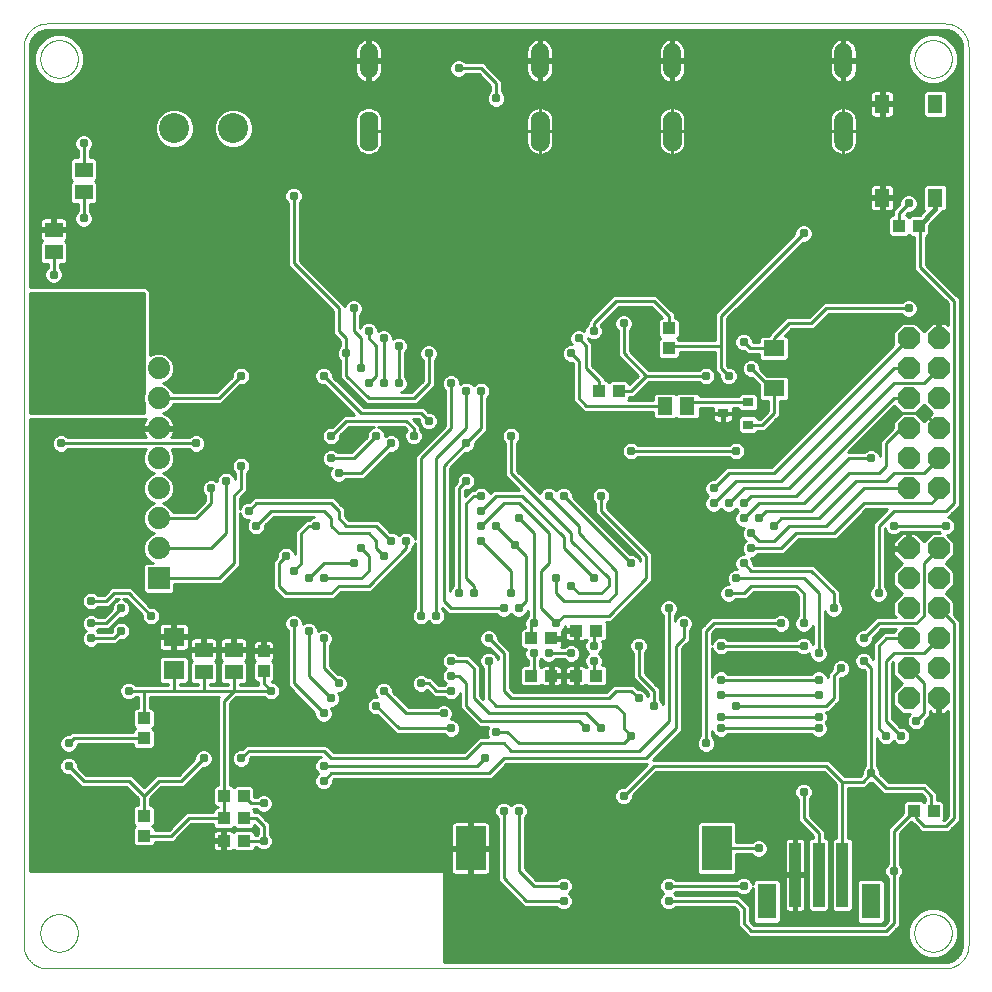
<source format=gbl>
G75*
%MOIN*%
%OFA0B0*%
%FSLAX25Y25*%
%IPPOS*%
%LPD*%
%AMOC8*
5,1,8,0,0,1.08239X$1,22.5*
%
%ADD10C,0.00000*%
%ADD11R,0.04331X0.03937*%
%ADD12OC8,0.07400*%
%ADD13R,0.03937X0.04331*%
%ADD14R,0.05906X0.05118*%
%ADD15R,0.07087X0.06299*%
%ADD16R,0.03543X0.03150*%
%ADD17R,0.05118X0.05906*%
%ADD18R,0.07087X0.05512*%
%ADD19C,0.05906*%
%ADD20C,0.00039*%
%ADD21R,0.05118X0.06102*%
%ADD22C,0.10000*%
%ADD23R,0.03937X0.21654*%
%ADD24R,0.06299X0.11811*%
%ADD25R,0.07400X0.07400*%
%ADD26C,0.07400*%
%ADD27R,0.10000X0.15000*%
%ADD28C,0.03100*%
%ADD29C,0.01000*%
%ADD30C,0.01600*%
D10*
X0040154Y0028618D02*
X0339367Y0028618D01*
X0339557Y0028620D01*
X0339747Y0028627D01*
X0339937Y0028639D01*
X0340127Y0028655D01*
X0340316Y0028675D01*
X0340505Y0028701D01*
X0340693Y0028730D01*
X0340880Y0028765D01*
X0341066Y0028804D01*
X0341251Y0028847D01*
X0341436Y0028895D01*
X0341619Y0028947D01*
X0341800Y0029003D01*
X0341980Y0029064D01*
X0342159Y0029130D01*
X0342336Y0029199D01*
X0342512Y0029273D01*
X0342685Y0029351D01*
X0342857Y0029434D01*
X0343026Y0029520D01*
X0343194Y0029610D01*
X0343359Y0029705D01*
X0343522Y0029803D01*
X0343682Y0029906D01*
X0343840Y0030012D01*
X0343995Y0030122D01*
X0344148Y0030235D01*
X0344298Y0030353D01*
X0344444Y0030474D01*
X0344588Y0030598D01*
X0344729Y0030726D01*
X0344867Y0030857D01*
X0345002Y0030992D01*
X0345133Y0031130D01*
X0345261Y0031271D01*
X0345385Y0031415D01*
X0345506Y0031561D01*
X0345624Y0031711D01*
X0345737Y0031864D01*
X0345847Y0032019D01*
X0345953Y0032177D01*
X0346056Y0032337D01*
X0346154Y0032500D01*
X0346249Y0032665D01*
X0346339Y0032833D01*
X0346425Y0033002D01*
X0346508Y0033174D01*
X0346586Y0033347D01*
X0346660Y0033523D01*
X0346729Y0033700D01*
X0346795Y0033879D01*
X0346856Y0034059D01*
X0346912Y0034240D01*
X0346964Y0034423D01*
X0347012Y0034608D01*
X0347055Y0034793D01*
X0347094Y0034979D01*
X0347129Y0035166D01*
X0347158Y0035354D01*
X0347184Y0035543D01*
X0347204Y0035732D01*
X0347220Y0035922D01*
X0347232Y0036112D01*
X0347239Y0036302D01*
X0347241Y0036492D01*
X0347241Y0335705D01*
X0347239Y0335895D01*
X0347232Y0336085D01*
X0347220Y0336275D01*
X0347204Y0336465D01*
X0347184Y0336654D01*
X0347158Y0336843D01*
X0347129Y0337031D01*
X0347094Y0337218D01*
X0347055Y0337404D01*
X0347012Y0337589D01*
X0346964Y0337774D01*
X0346912Y0337957D01*
X0346856Y0338138D01*
X0346795Y0338318D01*
X0346729Y0338497D01*
X0346660Y0338674D01*
X0346586Y0338850D01*
X0346508Y0339023D01*
X0346425Y0339195D01*
X0346339Y0339364D01*
X0346249Y0339532D01*
X0346154Y0339697D01*
X0346056Y0339860D01*
X0345953Y0340020D01*
X0345847Y0340178D01*
X0345737Y0340333D01*
X0345624Y0340486D01*
X0345506Y0340636D01*
X0345385Y0340782D01*
X0345261Y0340926D01*
X0345133Y0341067D01*
X0345002Y0341205D01*
X0344867Y0341340D01*
X0344729Y0341471D01*
X0344588Y0341599D01*
X0344444Y0341723D01*
X0344298Y0341844D01*
X0344148Y0341962D01*
X0343995Y0342075D01*
X0343840Y0342185D01*
X0343682Y0342291D01*
X0343522Y0342394D01*
X0343359Y0342492D01*
X0343194Y0342587D01*
X0343026Y0342677D01*
X0342857Y0342763D01*
X0342685Y0342846D01*
X0342512Y0342924D01*
X0342336Y0342998D01*
X0342159Y0343067D01*
X0341980Y0343133D01*
X0341800Y0343194D01*
X0341619Y0343250D01*
X0341436Y0343302D01*
X0341251Y0343350D01*
X0341066Y0343393D01*
X0340880Y0343432D01*
X0340693Y0343467D01*
X0340505Y0343496D01*
X0340316Y0343522D01*
X0340127Y0343542D01*
X0339937Y0343558D01*
X0339747Y0343570D01*
X0339557Y0343577D01*
X0339367Y0343579D01*
X0040154Y0343579D01*
X0039964Y0343577D01*
X0039774Y0343570D01*
X0039584Y0343558D01*
X0039394Y0343542D01*
X0039205Y0343522D01*
X0039016Y0343496D01*
X0038828Y0343467D01*
X0038641Y0343432D01*
X0038455Y0343393D01*
X0038270Y0343350D01*
X0038085Y0343302D01*
X0037902Y0343250D01*
X0037721Y0343194D01*
X0037541Y0343133D01*
X0037362Y0343067D01*
X0037185Y0342998D01*
X0037009Y0342924D01*
X0036836Y0342846D01*
X0036664Y0342763D01*
X0036495Y0342677D01*
X0036327Y0342587D01*
X0036162Y0342492D01*
X0035999Y0342394D01*
X0035839Y0342291D01*
X0035681Y0342185D01*
X0035526Y0342075D01*
X0035373Y0341962D01*
X0035223Y0341844D01*
X0035077Y0341723D01*
X0034933Y0341599D01*
X0034792Y0341471D01*
X0034654Y0341340D01*
X0034519Y0341205D01*
X0034388Y0341067D01*
X0034260Y0340926D01*
X0034136Y0340782D01*
X0034015Y0340636D01*
X0033897Y0340486D01*
X0033784Y0340333D01*
X0033674Y0340178D01*
X0033568Y0340020D01*
X0033465Y0339860D01*
X0033367Y0339697D01*
X0033272Y0339532D01*
X0033182Y0339364D01*
X0033096Y0339195D01*
X0033013Y0339023D01*
X0032935Y0338850D01*
X0032861Y0338674D01*
X0032792Y0338497D01*
X0032726Y0338318D01*
X0032665Y0338138D01*
X0032609Y0337957D01*
X0032557Y0337774D01*
X0032509Y0337589D01*
X0032466Y0337404D01*
X0032427Y0337218D01*
X0032392Y0337031D01*
X0032363Y0336843D01*
X0032337Y0336654D01*
X0032317Y0336465D01*
X0032301Y0336275D01*
X0032289Y0336085D01*
X0032282Y0335895D01*
X0032280Y0335705D01*
X0032280Y0036492D01*
X0032282Y0036302D01*
X0032289Y0036112D01*
X0032301Y0035922D01*
X0032317Y0035732D01*
X0032337Y0035543D01*
X0032363Y0035354D01*
X0032392Y0035166D01*
X0032427Y0034979D01*
X0032466Y0034793D01*
X0032509Y0034608D01*
X0032557Y0034423D01*
X0032609Y0034240D01*
X0032665Y0034059D01*
X0032726Y0033879D01*
X0032792Y0033700D01*
X0032861Y0033523D01*
X0032935Y0033347D01*
X0033013Y0033174D01*
X0033096Y0033002D01*
X0033182Y0032833D01*
X0033272Y0032665D01*
X0033367Y0032500D01*
X0033465Y0032337D01*
X0033568Y0032177D01*
X0033674Y0032019D01*
X0033784Y0031864D01*
X0033897Y0031711D01*
X0034015Y0031561D01*
X0034136Y0031415D01*
X0034260Y0031271D01*
X0034388Y0031130D01*
X0034519Y0030992D01*
X0034654Y0030857D01*
X0034792Y0030726D01*
X0034933Y0030598D01*
X0035077Y0030474D01*
X0035223Y0030353D01*
X0035373Y0030235D01*
X0035526Y0030122D01*
X0035681Y0030012D01*
X0035839Y0029906D01*
X0035999Y0029803D01*
X0036162Y0029705D01*
X0036327Y0029610D01*
X0036495Y0029520D01*
X0036664Y0029434D01*
X0036836Y0029351D01*
X0037009Y0029273D01*
X0037185Y0029199D01*
X0037362Y0029130D01*
X0037541Y0029064D01*
X0037721Y0029003D01*
X0037902Y0028947D01*
X0038085Y0028895D01*
X0038270Y0028847D01*
X0038455Y0028804D01*
X0038641Y0028765D01*
X0038828Y0028730D01*
X0039016Y0028701D01*
X0039205Y0028675D01*
X0039394Y0028655D01*
X0039584Y0028639D01*
X0039774Y0028627D01*
X0039964Y0028620D01*
X0040154Y0028618D01*
X0037841Y0040429D02*
X0037843Y0040587D01*
X0037849Y0040744D01*
X0037859Y0040902D01*
X0037873Y0041059D01*
X0037891Y0041215D01*
X0037912Y0041372D01*
X0037938Y0041527D01*
X0037968Y0041682D01*
X0038001Y0041836D01*
X0038039Y0041989D01*
X0038080Y0042142D01*
X0038125Y0042293D01*
X0038174Y0042443D01*
X0038227Y0042591D01*
X0038283Y0042739D01*
X0038344Y0042884D01*
X0038407Y0043029D01*
X0038475Y0043171D01*
X0038546Y0043312D01*
X0038620Y0043451D01*
X0038698Y0043588D01*
X0038780Y0043723D01*
X0038864Y0043856D01*
X0038953Y0043987D01*
X0039044Y0044115D01*
X0039139Y0044242D01*
X0039236Y0044365D01*
X0039337Y0044487D01*
X0039441Y0044605D01*
X0039548Y0044721D01*
X0039658Y0044834D01*
X0039770Y0044945D01*
X0039886Y0045052D01*
X0040004Y0045157D01*
X0040124Y0045259D01*
X0040247Y0045357D01*
X0040373Y0045453D01*
X0040501Y0045545D01*
X0040631Y0045634D01*
X0040763Y0045720D01*
X0040898Y0045802D01*
X0041035Y0045881D01*
X0041173Y0045956D01*
X0041313Y0046028D01*
X0041456Y0046096D01*
X0041599Y0046161D01*
X0041745Y0046222D01*
X0041892Y0046279D01*
X0042040Y0046333D01*
X0042190Y0046383D01*
X0042340Y0046429D01*
X0042492Y0046471D01*
X0042645Y0046510D01*
X0042799Y0046544D01*
X0042954Y0046575D01*
X0043109Y0046601D01*
X0043265Y0046624D01*
X0043422Y0046643D01*
X0043579Y0046658D01*
X0043736Y0046669D01*
X0043894Y0046676D01*
X0044052Y0046679D01*
X0044209Y0046678D01*
X0044367Y0046673D01*
X0044524Y0046664D01*
X0044682Y0046651D01*
X0044838Y0046634D01*
X0044995Y0046613D01*
X0045150Y0046589D01*
X0045305Y0046560D01*
X0045460Y0046527D01*
X0045613Y0046491D01*
X0045766Y0046450D01*
X0045917Y0046406D01*
X0046067Y0046358D01*
X0046216Y0046307D01*
X0046364Y0046251D01*
X0046510Y0046192D01*
X0046655Y0046129D01*
X0046798Y0046062D01*
X0046939Y0045992D01*
X0047078Y0045919D01*
X0047216Y0045842D01*
X0047352Y0045761D01*
X0047485Y0045677D01*
X0047616Y0045590D01*
X0047745Y0045499D01*
X0047872Y0045405D01*
X0047997Y0045308D01*
X0048118Y0045208D01*
X0048238Y0045105D01*
X0048354Y0044999D01*
X0048468Y0044890D01*
X0048580Y0044778D01*
X0048688Y0044664D01*
X0048793Y0044546D01*
X0048896Y0044426D01*
X0048995Y0044304D01*
X0049091Y0044179D01*
X0049184Y0044051D01*
X0049274Y0043922D01*
X0049360Y0043790D01*
X0049444Y0043656D01*
X0049523Y0043520D01*
X0049600Y0043382D01*
X0049672Y0043242D01*
X0049741Y0043100D01*
X0049807Y0042957D01*
X0049869Y0042812D01*
X0049927Y0042665D01*
X0049982Y0042517D01*
X0050033Y0042368D01*
X0050080Y0042217D01*
X0050123Y0042066D01*
X0050162Y0041913D01*
X0050198Y0041759D01*
X0050229Y0041605D01*
X0050257Y0041450D01*
X0050281Y0041294D01*
X0050301Y0041137D01*
X0050317Y0040980D01*
X0050329Y0040823D01*
X0050337Y0040666D01*
X0050341Y0040508D01*
X0050341Y0040350D01*
X0050337Y0040192D01*
X0050329Y0040035D01*
X0050317Y0039878D01*
X0050301Y0039721D01*
X0050281Y0039564D01*
X0050257Y0039408D01*
X0050229Y0039253D01*
X0050198Y0039099D01*
X0050162Y0038945D01*
X0050123Y0038792D01*
X0050080Y0038641D01*
X0050033Y0038490D01*
X0049982Y0038341D01*
X0049927Y0038193D01*
X0049869Y0038046D01*
X0049807Y0037901D01*
X0049741Y0037758D01*
X0049672Y0037616D01*
X0049600Y0037476D01*
X0049523Y0037338D01*
X0049444Y0037202D01*
X0049360Y0037068D01*
X0049274Y0036936D01*
X0049184Y0036807D01*
X0049091Y0036679D01*
X0048995Y0036554D01*
X0048896Y0036432D01*
X0048793Y0036312D01*
X0048688Y0036194D01*
X0048580Y0036080D01*
X0048468Y0035968D01*
X0048354Y0035859D01*
X0048238Y0035753D01*
X0048118Y0035650D01*
X0047997Y0035550D01*
X0047872Y0035453D01*
X0047745Y0035359D01*
X0047616Y0035268D01*
X0047485Y0035181D01*
X0047352Y0035097D01*
X0047216Y0035016D01*
X0047078Y0034939D01*
X0046939Y0034866D01*
X0046798Y0034796D01*
X0046655Y0034729D01*
X0046510Y0034666D01*
X0046364Y0034607D01*
X0046216Y0034551D01*
X0046067Y0034500D01*
X0045917Y0034452D01*
X0045766Y0034408D01*
X0045613Y0034367D01*
X0045460Y0034331D01*
X0045305Y0034298D01*
X0045150Y0034269D01*
X0044995Y0034245D01*
X0044838Y0034224D01*
X0044682Y0034207D01*
X0044524Y0034194D01*
X0044367Y0034185D01*
X0044209Y0034180D01*
X0044052Y0034179D01*
X0043894Y0034182D01*
X0043736Y0034189D01*
X0043579Y0034200D01*
X0043422Y0034215D01*
X0043265Y0034234D01*
X0043109Y0034257D01*
X0042954Y0034283D01*
X0042799Y0034314D01*
X0042645Y0034348D01*
X0042492Y0034387D01*
X0042340Y0034429D01*
X0042190Y0034475D01*
X0042040Y0034525D01*
X0041892Y0034579D01*
X0041745Y0034636D01*
X0041599Y0034697D01*
X0041456Y0034762D01*
X0041313Y0034830D01*
X0041173Y0034902D01*
X0041035Y0034977D01*
X0040898Y0035056D01*
X0040763Y0035138D01*
X0040631Y0035224D01*
X0040501Y0035313D01*
X0040373Y0035405D01*
X0040247Y0035501D01*
X0040124Y0035599D01*
X0040004Y0035701D01*
X0039886Y0035806D01*
X0039770Y0035913D01*
X0039658Y0036024D01*
X0039548Y0036137D01*
X0039441Y0036253D01*
X0039337Y0036371D01*
X0039236Y0036493D01*
X0039139Y0036616D01*
X0039044Y0036743D01*
X0038953Y0036871D01*
X0038864Y0037002D01*
X0038780Y0037135D01*
X0038698Y0037270D01*
X0038620Y0037407D01*
X0038546Y0037546D01*
X0038475Y0037687D01*
X0038407Y0037829D01*
X0038344Y0037974D01*
X0038283Y0038119D01*
X0038227Y0038267D01*
X0038174Y0038415D01*
X0038125Y0038565D01*
X0038080Y0038716D01*
X0038039Y0038869D01*
X0038001Y0039022D01*
X0037968Y0039176D01*
X0037938Y0039331D01*
X0037912Y0039486D01*
X0037891Y0039643D01*
X0037873Y0039799D01*
X0037859Y0039956D01*
X0037849Y0040114D01*
X0037843Y0040271D01*
X0037841Y0040429D01*
X0329180Y0040429D02*
X0329182Y0040587D01*
X0329188Y0040744D01*
X0329198Y0040902D01*
X0329212Y0041059D01*
X0329230Y0041215D01*
X0329251Y0041372D01*
X0329277Y0041527D01*
X0329307Y0041682D01*
X0329340Y0041836D01*
X0329378Y0041989D01*
X0329419Y0042142D01*
X0329464Y0042293D01*
X0329513Y0042443D01*
X0329566Y0042591D01*
X0329622Y0042739D01*
X0329683Y0042884D01*
X0329746Y0043029D01*
X0329814Y0043171D01*
X0329885Y0043312D01*
X0329959Y0043451D01*
X0330037Y0043588D01*
X0330119Y0043723D01*
X0330203Y0043856D01*
X0330292Y0043987D01*
X0330383Y0044115D01*
X0330478Y0044242D01*
X0330575Y0044365D01*
X0330676Y0044487D01*
X0330780Y0044605D01*
X0330887Y0044721D01*
X0330997Y0044834D01*
X0331109Y0044945D01*
X0331225Y0045052D01*
X0331343Y0045157D01*
X0331463Y0045259D01*
X0331586Y0045357D01*
X0331712Y0045453D01*
X0331840Y0045545D01*
X0331970Y0045634D01*
X0332102Y0045720D01*
X0332237Y0045802D01*
X0332374Y0045881D01*
X0332512Y0045956D01*
X0332652Y0046028D01*
X0332795Y0046096D01*
X0332938Y0046161D01*
X0333084Y0046222D01*
X0333231Y0046279D01*
X0333379Y0046333D01*
X0333529Y0046383D01*
X0333679Y0046429D01*
X0333831Y0046471D01*
X0333984Y0046510D01*
X0334138Y0046544D01*
X0334293Y0046575D01*
X0334448Y0046601D01*
X0334604Y0046624D01*
X0334761Y0046643D01*
X0334918Y0046658D01*
X0335075Y0046669D01*
X0335233Y0046676D01*
X0335391Y0046679D01*
X0335548Y0046678D01*
X0335706Y0046673D01*
X0335863Y0046664D01*
X0336021Y0046651D01*
X0336177Y0046634D01*
X0336334Y0046613D01*
X0336489Y0046589D01*
X0336644Y0046560D01*
X0336799Y0046527D01*
X0336952Y0046491D01*
X0337105Y0046450D01*
X0337256Y0046406D01*
X0337406Y0046358D01*
X0337555Y0046307D01*
X0337703Y0046251D01*
X0337849Y0046192D01*
X0337994Y0046129D01*
X0338137Y0046062D01*
X0338278Y0045992D01*
X0338417Y0045919D01*
X0338555Y0045842D01*
X0338691Y0045761D01*
X0338824Y0045677D01*
X0338955Y0045590D01*
X0339084Y0045499D01*
X0339211Y0045405D01*
X0339336Y0045308D01*
X0339457Y0045208D01*
X0339577Y0045105D01*
X0339693Y0044999D01*
X0339807Y0044890D01*
X0339919Y0044778D01*
X0340027Y0044664D01*
X0340132Y0044546D01*
X0340235Y0044426D01*
X0340334Y0044304D01*
X0340430Y0044179D01*
X0340523Y0044051D01*
X0340613Y0043922D01*
X0340699Y0043790D01*
X0340783Y0043656D01*
X0340862Y0043520D01*
X0340939Y0043382D01*
X0341011Y0043242D01*
X0341080Y0043100D01*
X0341146Y0042957D01*
X0341208Y0042812D01*
X0341266Y0042665D01*
X0341321Y0042517D01*
X0341372Y0042368D01*
X0341419Y0042217D01*
X0341462Y0042066D01*
X0341501Y0041913D01*
X0341537Y0041759D01*
X0341568Y0041605D01*
X0341596Y0041450D01*
X0341620Y0041294D01*
X0341640Y0041137D01*
X0341656Y0040980D01*
X0341668Y0040823D01*
X0341676Y0040666D01*
X0341680Y0040508D01*
X0341680Y0040350D01*
X0341676Y0040192D01*
X0341668Y0040035D01*
X0341656Y0039878D01*
X0341640Y0039721D01*
X0341620Y0039564D01*
X0341596Y0039408D01*
X0341568Y0039253D01*
X0341537Y0039099D01*
X0341501Y0038945D01*
X0341462Y0038792D01*
X0341419Y0038641D01*
X0341372Y0038490D01*
X0341321Y0038341D01*
X0341266Y0038193D01*
X0341208Y0038046D01*
X0341146Y0037901D01*
X0341080Y0037758D01*
X0341011Y0037616D01*
X0340939Y0037476D01*
X0340862Y0037338D01*
X0340783Y0037202D01*
X0340699Y0037068D01*
X0340613Y0036936D01*
X0340523Y0036807D01*
X0340430Y0036679D01*
X0340334Y0036554D01*
X0340235Y0036432D01*
X0340132Y0036312D01*
X0340027Y0036194D01*
X0339919Y0036080D01*
X0339807Y0035968D01*
X0339693Y0035859D01*
X0339577Y0035753D01*
X0339457Y0035650D01*
X0339336Y0035550D01*
X0339211Y0035453D01*
X0339084Y0035359D01*
X0338955Y0035268D01*
X0338824Y0035181D01*
X0338691Y0035097D01*
X0338555Y0035016D01*
X0338417Y0034939D01*
X0338278Y0034866D01*
X0338137Y0034796D01*
X0337994Y0034729D01*
X0337849Y0034666D01*
X0337703Y0034607D01*
X0337555Y0034551D01*
X0337406Y0034500D01*
X0337256Y0034452D01*
X0337105Y0034408D01*
X0336952Y0034367D01*
X0336799Y0034331D01*
X0336644Y0034298D01*
X0336489Y0034269D01*
X0336334Y0034245D01*
X0336177Y0034224D01*
X0336021Y0034207D01*
X0335863Y0034194D01*
X0335706Y0034185D01*
X0335548Y0034180D01*
X0335391Y0034179D01*
X0335233Y0034182D01*
X0335075Y0034189D01*
X0334918Y0034200D01*
X0334761Y0034215D01*
X0334604Y0034234D01*
X0334448Y0034257D01*
X0334293Y0034283D01*
X0334138Y0034314D01*
X0333984Y0034348D01*
X0333831Y0034387D01*
X0333679Y0034429D01*
X0333529Y0034475D01*
X0333379Y0034525D01*
X0333231Y0034579D01*
X0333084Y0034636D01*
X0332938Y0034697D01*
X0332795Y0034762D01*
X0332652Y0034830D01*
X0332512Y0034902D01*
X0332374Y0034977D01*
X0332237Y0035056D01*
X0332102Y0035138D01*
X0331970Y0035224D01*
X0331840Y0035313D01*
X0331712Y0035405D01*
X0331586Y0035501D01*
X0331463Y0035599D01*
X0331343Y0035701D01*
X0331225Y0035806D01*
X0331109Y0035913D01*
X0330997Y0036024D01*
X0330887Y0036137D01*
X0330780Y0036253D01*
X0330676Y0036371D01*
X0330575Y0036493D01*
X0330478Y0036616D01*
X0330383Y0036743D01*
X0330292Y0036871D01*
X0330203Y0037002D01*
X0330119Y0037135D01*
X0330037Y0037270D01*
X0329959Y0037407D01*
X0329885Y0037546D01*
X0329814Y0037687D01*
X0329746Y0037829D01*
X0329683Y0037974D01*
X0329622Y0038119D01*
X0329566Y0038267D01*
X0329513Y0038415D01*
X0329464Y0038565D01*
X0329419Y0038716D01*
X0329378Y0038869D01*
X0329340Y0039022D01*
X0329307Y0039176D01*
X0329277Y0039331D01*
X0329251Y0039486D01*
X0329230Y0039643D01*
X0329212Y0039799D01*
X0329198Y0039956D01*
X0329188Y0040114D01*
X0329182Y0040271D01*
X0329180Y0040429D01*
X0329180Y0331768D02*
X0329182Y0331926D01*
X0329188Y0332083D01*
X0329198Y0332241D01*
X0329212Y0332398D01*
X0329230Y0332554D01*
X0329251Y0332711D01*
X0329277Y0332866D01*
X0329307Y0333021D01*
X0329340Y0333175D01*
X0329378Y0333328D01*
X0329419Y0333481D01*
X0329464Y0333632D01*
X0329513Y0333782D01*
X0329566Y0333930D01*
X0329622Y0334078D01*
X0329683Y0334223D01*
X0329746Y0334368D01*
X0329814Y0334510D01*
X0329885Y0334651D01*
X0329959Y0334790D01*
X0330037Y0334927D01*
X0330119Y0335062D01*
X0330203Y0335195D01*
X0330292Y0335326D01*
X0330383Y0335454D01*
X0330478Y0335581D01*
X0330575Y0335704D01*
X0330676Y0335826D01*
X0330780Y0335944D01*
X0330887Y0336060D01*
X0330997Y0336173D01*
X0331109Y0336284D01*
X0331225Y0336391D01*
X0331343Y0336496D01*
X0331463Y0336598D01*
X0331586Y0336696D01*
X0331712Y0336792D01*
X0331840Y0336884D01*
X0331970Y0336973D01*
X0332102Y0337059D01*
X0332237Y0337141D01*
X0332374Y0337220D01*
X0332512Y0337295D01*
X0332652Y0337367D01*
X0332795Y0337435D01*
X0332938Y0337500D01*
X0333084Y0337561D01*
X0333231Y0337618D01*
X0333379Y0337672D01*
X0333529Y0337722D01*
X0333679Y0337768D01*
X0333831Y0337810D01*
X0333984Y0337849D01*
X0334138Y0337883D01*
X0334293Y0337914D01*
X0334448Y0337940D01*
X0334604Y0337963D01*
X0334761Y0337982D01*
X0334918Y0337997D01*
X0335075Y0338008D01*
X0335233Y0338015D01*
X0335391Y0338018D01*
X0335548Y0338017D01*
X0335706Y0338012D01*
X0335863Y0338003D01*
X0336021Y0337990D01*
X0336177Y0337973D01*
X0336334Y0337952D01*
X0336489Y0337928D01*
X0336644Y0337899D01*
X0336799Y0337866D01*
X0336952Y0337830D01*
X0337105Y0337789D01*
X0337256Y0337745D01*
X0337406Y0337697D01*
X0337555Y0337646D01*
X0337703Y0337590D01*
X0337849Y0337531D01*
X0337994Y0337468D01*
X0338137Y0337401D01*
X0338278Y0337331D01*
X0338417Y0337258D01*
X0338555Y0337181D01*
X0338691Y0337100D01*
X0338824Y0337016D01*
X0338955Y0336929D01*
X0339084Y0336838D01*
X0339211Y0336744D01*
X0339336Y0336647D01*
X0339457Y0336547D01*
X0339577Y0336444D01*
X0339693Y0336338D01*
X0339807Y0336229D01*
X0339919Y0336117D01*
X0340027Y0336003D01*
X0340132Y0335885D01*
X0340235Y0335765D01*
X0340334Y0335643D01*
X0340430Y0335518D01*
X0340523Y0335390D01*
X0340613Y0335261D01*
X0340699Y0335129D01*
X0340783Y0334995D01*
X0340862Y0334859D01*
X0340939Y0334721D01*
X0341011Y0334581D01*
X0341080Y0334439D01*
X0341146Y0334296D01*
X0341208Y0334151D01*
X0341266Y0334004D01*
X0341321Y0333856D01*
X0341372Y0333707D01*
X0341419Y0333556D01*
X0341462Y0333405D01*
X0341501Y0333252D01*
X0341537Y0333098D01*
X0341568Y0332944D01*
X0341596Y0332789D01*
X0341620Y0332633D01*
X0341640Y0332476D01*
X0341656Y0332319D01*
X0341668Y0332162D01*
X0341676Y0332005D01*
X0341680Y0331847D01*
X0341680Y0331689D01*
X0341676Y0331531D01*
X0341668Y0331374D01*
X0341656Y0331217D01*
X0341640Y0331060D01*
X0341620Y0330903D01*
X0341596Y0330747D01*
X0341568Y0330592D01*
X0341537Y0330438D01*
X0341501Y0330284D01*
X0341462Y0330131D01*
X0341419Y0329980D01*
X0341372Y0329829D01*
X0341321Y0329680D01*
X0341266Y0329532D01*
X0341208Y0329385D01*
X0341146Y0329240D01*
X0341080Y0329097D01*
X0341011Y0328955D01*
X0340939Y0328815D01*
X0340862Y0328677D01*
X0340783Y0328541D01*
X0340699Y0328407D01*
X0340613Y0328275D01*
X0340523Y0328146D01*
X0340430Y0328018D01*
X0340334Y0327893D01*
X0340235Y0327771D01*
X0340132Y0327651D01*
X0340027Y0327533D01*
X0339919Y0327419D01*
X0339807Y0327307D01*
X0339693Y0327198D01*
X0339577Y0327092D01*
X0339457Y0326989D01*
X0339336Y0326889D01*
X0339211Y0326792D01*
X0339084Y0326698D01*
X0338955Y0326607D01*
X0338824Y0326520D01*
X0338691Y0326436D01*
X0338555Y0326355D01*
X0338417Y0326278D01*
X0338278Y0326205D01*
X0338137Y0326135D01*
X0337994Y0326068D01*
X0337849Y0326005D01*
X0337703Y0325946D01*
X0337555Y0325890D01*
X0337406Y0325839D01*
X0337256Y0325791D01*
X0337105Y0325747D01*
X0336952Y0325706D01*
X0336799Y0325670D01*
X0336644Y0325637D01*
X0336489Y0325608D01*
X0336334Y0325584D01*
X0336177Y0325563D01*
X0336021Y0325546D01*
X0335863Y0325533D01*
X0335706Y0325524D01*
X0335548Y0325519D01*
X0335391Y0325518D01*
X0335233Y0325521D01*
X0335075Y0325528D01*
X0334918Y0325539D01*
X0334761Y0325554D01*
X0334604Y0325573D01*
X0334448Y0325596D01*
X0334293Y0325622D01*
X0334138Y0325653D01*
X0333984Y0325687D01*
X0333831Y0325726D01*
X0333679Y0325768D01*
X0333529Y0325814D01*
X0333379Y0325864D01*
X0333231Y0325918D01*
X0333084Y0325975D01*
X0332938Y0326036D01*
X0332795Y0326101D01*
X0332652Y0326169D01*
X0332512Y0326241D01*
X0332374Y0326316D01*
X0332237Y0326395D01*
X0332102Y0326477D01*
X0331970Y0326563D01*
X0331840Y0326652D01*
X0331712Y0326744D01*
X0331586Y0326840D01*
X0331463Y0326938D01*
X0331343Y0327040D01*
X0331225Y0327145D01*
X0331109Y0327252D01*
X0330997Y0327363D01*
X0330887Y0327476D01*
X0330780Y0327592D01*
X0330676Y0327710D01*
X0330575Y0327832D01*
X0330478Y0327955D01*
X0330383Y0328082D01*
X0330292Y0328210D01*
X0330203Y0328341D01*
X0330119Y0328474D01*
X0330037Y0328609D01*
X0329959Y0328746D01*
X0329885Y0328885D01*
X0329814Y0329026D01*
X0329746Y0329168D01*
X0329683Y0329313D01*
X0329622Y0329458D01*
X0329566Y0329606D01*
X0329513Y0329754D01*
X0329464Y0329904D01*
X0329419Y0330055D01*
X0329378Y0330208D01*
X0329340Y0330361D01*
X0329307Y0330515D01*
X0329277Y0330670D01*
X0329251Y0330825D01*
X0329230Y0330982D01*
X0329212Y0331138D01*
X0329198Y0331295D01*
X0329188Y0331453D01*
X0329182Y0331610D01*
X0329180Y0331768D01*
X0037841Y0331768D02*
X0037843Y0331926D01*
X0037849Y0332083D01*
X0037859Y0332241D01*
X0037873Y0332398D01*
X0037891Y0332554D01*
X0037912Y0332711D01*
X0037938Y0332866D01*
X0037968Y0333021D01*
X0038001Y0333175D01*
X0038039Y0333328D01*
X0038080Y0333481D01*
X0038125Y0333632D01*
X0038174Y0333782D01*
X0038227Y0333930D01*
X0038283Y0334078D01*
X0038344Y0334223D01*
X0038407Y0334368D01*
X0038475Y0334510D01*
X0038546Y0334651D01*
X0038620Y0334790D01*
X0038698Y0334927D01*
X0038780Y0335062D01*
X0038864Y0335195D01*
X0038953Y0335326D01*
X0039044Y0335454D01*
X0039139Y0335581D01*
X0039236Y0335704D01*
X0039337Y0335826D01*
X0039441Y0335944D01*
X0039548Y0336060D01*
X0039658Y0336173D01*
X0039770Y0336284D01*
X0039886Y0336391D01*
X0040004Y0336496D01*
X0040124Y0336598D01*
X0040247Y0336696D01*
X0040373Y0336792D01*
X0040501Y0336884D01*
X0040631Y0336973D01*
X0040763Y0337059D01*
X0040898Y0337141D01*
X0041035Y0337220D01*
X0041173Y0337295D01*
X0041313Y0337367D01*
X0041456Y0337435D01*
X0041599Y0337500D01*
X0041745Y0337561D01*
X0041892Y0337618D01*
X0042040Y0337672D01*
X0042190Y0337722D01*
X0042340Y0337768D01*
X0042492Y0337810D01*
X0042645Y0337849D01*
X0042799Y0337883D01*
X0042954Y0337914D01*
X0043109Y0337940D01*
X0043265Y0337963D01*
X0043422Y0337982D01*
X0043579Y0337997D01*
X0043736Y0338008D01*
X0043894Y0338015D01*
X0044052Y0338018D01*
X0044209Y0338017D01*
X0044367Y0338012D01*
X0044524Y0338003D01*
X0044682Y0337990D01*
X0044838Y0337973D01*
X0044995Y0337952D01*
X0045150Y0337928D01*
X0045305Y0337899D01*
X0045460Y0337866D01*
X0045613Y0337830D01*
X0045766Y0337789D01*
X0045917Y0337745D01*
X0046067Y0337697D01*
X0046216Y0337646D01*
X0046364Y0337590D01*
X0046510Y0337531D01*
X0046655Y0337468D01*
X0046798Y0337401D01*
X0046939Y0337331D01*
X0047078Y0337258D01*
X0047216Y0337181D01*
X0047352Y0337100D01*
X0047485Y0337016D01*
X0047616Y0336929D01*
X0047745Y0336838D01*
X0047872Y0336744D01*
X0047997Y0336647D01*
X0048118Y0336547D01*
X0048238Y0336444D01*
X0048354Y0336338D01*
X0048468Y0336229D01*
X0048580Y0336117D01*
X0048688Y0336003D01*
X0048793Y0335885D01*
X0048896Y0335765D01*
X0048995Y0335643D01*
X0049091Y0335518D01*
X0049184Y0335390D01*
X0049274Y0335261D01*
X0049360Y0335129D01*
X0049444Y0334995D01*
X0049523Y0334859D01*
X0049600Y0334721D01*
X0049672Y0334581D01*
X0049741Y0334439D01*
X0049807Y0334296D01*
X0049869Y0334151D01*
X0049927Y0334004D01*
X0049982Y0333856D01*
X0050033Y0333707D01*
X0050080Y0333556D01*
X0050123Y0333405D01*
X0050162Y0333252D01*
X0050198Y0333098D01*
X0050229Y0332944D01*
X0050257Y0332789D01*
X0050281Y0332633D01*
X0050301Y0332476D01*
X0050317Y0332319D01*
X0050329Y0332162D01*
X0050337Y0332005D01*
X0050341Y0331847D01*
X0050341Y0331689D01*
X0050337Y0331531D01*
X0050329Y0331374D01*
X0050317Y0331217D01*
X0050301Y0331060D01*
X0050281Y0330903D01*
X0050257Y0330747D01*
X0050229Y0330592D01*
X0050198Y0330438D01*
X0050162Y0330284D01*
X0050123Y0330131D01*
X0050080Y0329980D01*
X0050033Y0329829D01*
X0049982Y0329680D01*
X0049927Y0329532D01*
X0049869Y0329385D01*
X0049807Y0329240D01*
X0049741Y0329097D01*
X0049672Y0328955D01*
X0049600Y0328815D01*
X0049523Y0328677D01*
X0049444Y0328541D01*
X0049360Y0328407D01*
X0049274Y0328275D01*
X0049184Y0328146D01*
X0049091Y0328018D01*
X0048995Y0327893D01*
X0048896Y0327771D01*
X0048793Y0327651D01*
X0048688Y0327533D01*
X0048580Y0327419D01*
X0048468Y0327307D01*
X0048354Y0327198D01*
X0048238Y0327092D01*
X0048118Y0326989D01*
X0047997Y0326889D01*
X0047872Y0326792D01*
X0047745Y0326698D01*
X0047616Y0326607D01*
X0047485Y0326520D01*
X0047352Y0326436D01*
X0047216Y0326355D01*
X0047078Y0326278D01*
X0046939Y0326205D01*
X0046798Y0326135D01*
X0046655Y0326068D01*
X0046510Y0326005D01*
X0046364Y0325946D01*
X0046216Y0325890D01*
X0046067Y0325839D01*
X0045917Y0325791D01*
X0045766Y0325747D01*
X0045613Y0325706D01*
X0045460Y0325670D01*
X0045305Y0325637D01*
X0045150Y0325608D01*
X0044995Y0325584D01*
X0044838Y0325563D01*
X0044682Y0325546D01*
X0044524Y0325533D01*
X0044367Y0325524D01*
X0044209Y0325519D01*
X0044052Y0325518D01*
X0043894Y0325521D01*
X0043736Y0325528D01*
X0043579Y0325539D01*
X0043422Y0325554D01*
X0043265Y0325573D01*
X0043109Y0325596D01*
X0042954Y0325622D01*
X0042799Y0325653D01*
X0042645Y0325687D01*
X0042492Y0325726D01*
X0042340Y0325768D01*
X0042190Y0325814D01*
X0042040Y0325864D01*
X0041892Y0325918D01*
X0041745Y0325975D01*
X0041599Y0326036D01*
X0041456Y0326101D01*
X0041313Y0326169D01*
X0041173Y0326241D01*
X0041035Y0326316D01*
X0040898Y0326395D01*
X0040763Y0326477D01*
X0040631Y0326563D01*
X0040501Y0326652D01*
X0040373Y0326744D01*
X0040247Y0326840D01*
X0040124Y0326938D01*
X0040004Y0327040D01*
X0039886Y0327145D01*
X0039770Y0327252D01*
X0039658Y0327363D01*
X0039548Y0327476D01*
X0039441Y0327592D01*
X0039337Y0327710D01*
X0039236Y0327832D01*
X0039139Y0327955D01*
X0039044Y0328082D01*
X0038953Y0328210D01*
X0038864Y0328341D01*
X0038780Y0328474D01*
X0038698Y0328609D01*
X0038620Y0328746D01*
X0038546Y0328885D01*
X0038475Y0329026D01*
X0038407Y0329168D01*
X0038344Y0329313D01*
X0038283Y0329458D01*
X0038227Y0329606D01*
X0038174Y0329754D01*
X0038125Y0329904D01*
X0038080Y0330055D01*
X0038039Y0330208D01*
X0038001Y0330361D01*
X0037968Y0330515D01*
X0037938Y0330670D01*
X0037912Y0330825D01*
X0037891Y0330982D01*
X0037873Y0331138D01*
X0037859Y0331295D01*
X0037849Y0331453D01*
X0037843Y0331610D01*
X0037841Y0331768D01*
D11*
X0247280Y0241965D03*
X0247280Y0235272D03*
X0223127Y0141118D03*
X0216434Y0141118D03*
X0208127Y0138618D03*
X0201434Y0138618D03*
X0201434Y0126118D03*
X0208127Y0126118D03*
X0216434Y0126118D03*
X0223127Y0126118D03*
X0105627Y0071118D03*
X0098934Y0071118D03*
X0072280Y0072772D03*
X0072280Y0079465D03*
X0072280Y0105272D03*
X0072280Y0111965D03*
D12*
X0327280Y0118618D03*
X0337280Y0118618D03*
X0337280Y0128618D03*
X0327280Y0128618D03*
X0327280Y0138618D03*
X0337280Y0138618D03*
X0337280Y0148618D03*
X0327280Y0148618D03*
X0327280Y0158618D03*
X0337280Y0158618D03*
X0337280Y0168618D03*
X0327280Y0168618D03*
X0327280Y0188618D03*
X0327280Y0198618D03*
X0337280Y0198618D03*
X0337280Y0188618D03*
X0337280Y0208618D03*
X0327280Y0208618D03*
X0327280Y0218618D03*
X0337280Y0218618D03*
X0337280Y0228618D03*
X0327280Y0228618D03*
X0327280Y0238618D03*
X0337280Y0238618D03*
D13*
X0330627Y0276118D03*
X0323934Y0276118D03*
X0230627Y0221118D03*
X0223934Y0221118D03*
X0112280Y0134465D03*
X0112280Y0127772D03*
X0105627Y0086118D03*
X0098934Y0086118D03*
X0098934Y0078618D03*
X0105627Y0078618D03*
X0328934Y0081118D03*
X0335627Y0081118D03*
D14*
X0102280Y0127378D03*
X0102280Y0134858D03*
X0092280Y0134858D03*
X0092280Y0127378D03*
X0042280Y0267378D03*
X0042280Y0274858D03*
X0052280Y0287378D03*
X0052280Y0294858D03*
D15*
X0082280Y0139130D03*
X0082280Y0128106D03*
D16*
X0265449Y0213618D03*
X0273717Y0209878D03*
X0273717Y0217358D03*
D17*
X0253520Y0216118D03*
X0246040Y0216118D03*
D18*
X0282280Y0221925D03*
X0282280Y0235311D03*
D19*
X0305509Y0304799D02*
X0305509Y0310705D01*
X0305509Y0328264D02*
X0305509Y0334169D01*
X0248422Y0334169D02*
X0248422Y0328264D01*
X0248422Y0310705D02*
X0248422Y0304799D01*
X0204327Y0304799D02*
X0204327Y0310705D01*
X0204327Y0328264D02*
X0204327Y0334169D01*
X0147241Y0334169D02*
X0147241Y0328264D01*
X0147241Y0310705D02*
X0147241Y0304799D01*
D20*
X0144288Y0304811D02*
X0150194Y0304811D01*
X0150194Y0304773D02*
X0144288Y0304773D01*
X0144288Y0304736D02*
X0150194Y0304736D01*
X0150194Y0304698D02*
X0144288Y0304698D01*
X0144288Y0304660D02*
X0150194Y0304660D01*
X0150194Y0304622D02*
X0144288Y0304622D01*
X0144288Y0304584D02*
X0150194Y0304584D01*
X0150194Y0304546D02*
X0144288Y0304546D01*
X0144288Y0304508D02*
X0150194Y0304508D01*
X0150194Y0304470D02*
X0144288Y0304470D01*
X0144288Y0304433D02*
X0150194Y0304433D01*
X0150194Y0304395D02*
X0144288Y0304395D01*
X0144288Y0304357D02*
X0150194Y0304357D01*
X0150194Y0304319D02*
X0144288Y0304319D01*
X0144288Y0304281D02*
X0150194Y0304281D01*
X0150194Y0304243D02*
X0144288Y0304243D01*
X0144288Y0304209D02*
X0144288Y0305508D01*
X0144288Y0310035D01*
X0150194Y0310035D01*
X0150194Y0305508D01*
X0144288Y0305508D01*
X0144288Y0305493D02*
X0150194Y0305493D01*
X0150194Y0305508D02*
X0150194Y0304209D01*
X0150129Y0303595D01*
X0149938Y0303008D01*
X0149630Y0302473D01*
X0149217Y0302014D01*
X0148717Y0301652D01*
X0148153Y0301400D01*
X0147549Y0301272D01*
X0146932Y0301272D01*
X0146328Y0301400D01*
X0145764Y0301652D01*
X0145265Y0302014D01*
X0144852Y0302473D01*
X0144543Y0303008D01*
X0144353Y0303595D01*
X0144288Y0304209D01*
X0144288Y0304205D02*
X0150193Y0304205D01*
X0150189Y0304167D02*
X0144292Y0304167D01*
X0144296Y0304130D02*
X0150185Y0304130D01*
X0150181Y0304092D02*
X0144300Y0304092D01*
X0144304Y0304054D02*
X0150177Y0304054D01*
X0150173Y0304016D02*
X0144308Y0304016D01*
X0144312Y0303978D02*
X0150169Y0303978D01*
X0150165Y0303940D02*
X0144316Y0303940D01*
X0144320Y0303902D02*
X0150161Y0303902D01*
X0150157Y0303864D02*
X0144324Y0303864D01*
X0144328Y0303826D02*
X0150153Y0303826D01*
X0150149Y0303789D02*
X0144332Y0303789D01*
X0144336Y0303751D02*
X0150145Y0303751D01*
X0150141Y0303713D02*
X0144340Y0303713D01*
X0144344Y0303675D02*
X0150137Y0303675D01*
X0150133Y0303637D02*
X0144348Y0303637D01*
X0144352Y0303599D02*
X0150130Y0303599D01*
X0150118Y0303561D02*
X0144363Y0303561D01*
X0144376Y0303523D02*
X0150106Y0303523D01*
X0150094Y0303486D02*
X0144388Y0303486D01*
X0144400Y0303448D02*
X0150081Y0303448D01*
X0150069Y0303410D02*
X0144413Y0303410D01*
X0144425Y0303372D02*
X0150057Y0303372D01*
X0150044Y0303334D02*
X0144437Y0303334D01*
X0144450Y0303296D02*
X0150032Y0303296D01*
X0150020Y0303258D02*
X0144462Y0303258D01*
X0144474Y0303220D02*
X0150007Y0303220D01*
X0149995Y0303182D02*
X0144487Y0303182D01*
X0144499Y0303145D02*
X0149983Y0303145D01*
X0149970Y0303107D02*
X0144511Y0303107D01*
X0144523Y0303069D02*
X0149958Y0303069D01*
X0149946Y0303031D02*
X0144536Y0303031D01*
X0144552Y0302993D02*
X0149930Y0302993D01*
X0149908Y0302955D02*
X0144574Y0302955D01*
X0144596Y0302917D02*
X0149886Y0302917D01*
X0149864Y0302879D02*
X0144617Y0302879D01*
X0144639Y0302842D02*
X0149842Y0302842D01*
X0149821Y0302804D02*
X0144661Y0302804D01*
X0144683Y0302766D02*
X0149799Y0302766D01*
X0149777Y0302728D02*
X0144705Y0302728D01*
X0144727Y0302690D02*
X0149755Y0302690D01*
X0149733Y0302652D02*
X0144749Y0302652D01*
X0144770Y0302614D02*
X0149711Y0302614D01*
X0149689Y0302576D02*
X0144792Y0302576D01*
X0144814Y0302538D02*
X0149667Y0302538D01*
X0149646Y0302501D02*
X0144836Y0302501D01*
X0144861Y0302463D02*
X0149620Y0302463D01*
X0149586Y0302425D02*
X0144895Y0302425D01*
X0144930Y0302387D02*
X0149552Y0302387D01*
X0149518Y0302349D02*
X0144964Y0302349D01*
X0144998Y0302311D02*
X0149484Y0302311D01*
X0149450Y0302273D02*
X0145032Y0302273D01*
X0145066Y0302235D02*
X0149416Y0302235D01*
X0149382Y0302198D02*
X0145100Y0302198D01*
X0145134Y0302160D02*
X0149347Y0302160D01*
X0149313Y0302122D02*
X0145168Y0302122D01*
X0145202Y0302084D02*
X0149279Y0302084D01*
X0149245Y0302046D02*
X0145236Y0302046D01*
X0145274Y0302008D02*
X0149208Y0302008D01*
X0149156Y0301970D02*
X0145326Y0301970D01*
X0145378Y0301932D02*
X0149104Y0301932D01*
X0149052Y0301895D02*
X0145430Y0301895D01*
X0145482Y0301857D02*
X0149000Y0301857D01*
X0148947Y0301819D02*
X0145534Y0301819D01*
X0145586Y0301781D02*
X0148895Y0301781D01*
X0148843Y0301743D02*
X0145639Y0301743D01*
X0145691Y0301705D02*
X0148791Y0301705D01*
X0148739Y0301667D02*
X0145743Y0301667D01*
X0145814Y0301629D02*
X0148667Y0301629D01*
X0148582Y0301591D02*
X0145899Y0301591D01*
X0145984Y0301554D02*
X0148497Y0301554D01*
X0148412Y0301516D02*
X0146069Y0301516D01*
X0146155Y0301478D02*
X0148327Y0301478D01*
X0148242Y0301440D02*
X0146240Y0301440D01*
X0146325Y0301402D02*
X0148157Y0301402D01*
X0147983Y0301364D02*
X0146499Y0301364D01*
X0146677Y0301326D02*
X0147805Y0301326D01*
X0147626Y0301288D02*
X0146855Y0301288D01*
X0144288Y0304849D02*
X0150194Y0304849D01*
X0150194Y0304887D02*
X0144288Y0304887D01*
X0144288Y0304925D02*
X0150194Y0304925D01*
X0150194Y0304963D02*
X0144288Y0304963D01*
X0144288Y0305001D02*
X0150194Y0305001D01*
X0150194Y0305039D02*
X0144288Y0305039D01*
X0144288Y0305077D02*
X0150194Y0305077D01*
X0150194Y0305114D02*
X0144288Y0305114D01*
X0144288Y0305152D02*
X0150194Y0305152D01*
X0150194Y0305190D02*
X0144288Y0305190D01*
X0144288Y0305228D02*
X0150194Y0305228D01*
X0150194Y0305266D02*
X0144288Y0305266D01*
X0144288Y0305304D02*
X0150194Y0305304D01*
X0150194Y0305342D02*
X0144288Y0305342D01*
X0144288Y0305380D02*
X0150194Y0305380D01*
X0150194Y0305417D02*
X0144288Y0305417D01*
X0144288Y0305455D02*
X0150194Y0305455D01*
X0150194Y0310035D02*
X0150194Y0311295D01*
X0150129Y0311909D01*
X0149938Y0312496D01*
X0149630Y0313031D01*
X0149217Y0313490D01*
X0148717Y0313852D01*
X0148153Y0314104D01*
X0147549Y0314232D01*
X0146932Y0314232D01*
X0146328Y0314104D01*
X0145764Y0313852D01*
X0145265Y0313490D01*
X0144852Y0313031D01*
X0144543Y0312496D01*
X0144353Y0311909D01*
X0144288Y0311295D01*
X0144288Y0310035D01*
X0144288Y0310039D02*
X0150194Y0310039D01*
X0150194Y0310077D02*
X0144288Y0310077D01*
X0144288Y0310115D02*
X0150194Y0310115D01*
X0150194Y0310153D02*
X0144288Y0310153D01*
X0144288Y0310191D02*
X0150194Y0310191D01*
X0150194Y0310228D02*
X0144288Y0310228D01*
X0144288Y0310266D02*
X0150194Y0310266D01*
X0150194Y0310304D02*
X0144288Y0310304D01*
X0144288Y0310342D02*
X0150194Y0310342D01*
X0150194Y0310380D02*
X0144288Y0310380D01*
X0144288Y0310418D02*
X0150194Y0310418D01*
X0150194Y0310456D02*
X0144288Y0310456D01*
X0144288Y0310494D02*
X0150194Y0310494D01*
X0150194Y0310531D02*
X0144288Y0310531D01*
X0144288Y0310569D02*
X0150194Y0310569D01*
X0150194Y0310607D02*
X0144288Y0310607D01*
X0144288Y0310645D02*
X0150194Y0310645D01*
X0150194Y0310683D02*
X0144288Y0310683D01*
X0144288Y0310721D02*
X0150194Y0310721D01*
X0150194Y0310759D02*
X0144288Y0310759D01*
X0144288Y0310797D02*
X0150194Y0310797D01*
X0150194Y0310835D02*
X0144288Y0310835D01*
X0144288Y0310872D02*
X0150194Y0310872D01*
X0150194Y0310910D02*
X0144288Y0310910D01*
X0144288Y0310948D02*
X0150194Y0310948D01*
X0150194Y0310986D02*
X0144288Y0310986D01*
X0144288Y0311024D02*
X0150194Y0311024D01*
X0150194Y0311062D02*
X0144288Y0311062D01*
X0144288Y0311100D02*
X0150194Y0311100D01*
X0150194Y0311138D02*
X0144288Y0311138D01*
X0144288Y0311175D02*
X0150194Y0311175D01*
X0150194Y0311213D02*
X0144288Y0311213D01*
X0144288Y0311251D02*
X0150194Y0311251D01*
X0150194Y0311289D02*
X0144288Y0311289D01*
X0144291Y0311327D02*
X0150190Y0311327D01*
X0150186Y0311365D02*
X0144295Y0311365D01*
X0144299Y0311403D02*
X0150182Y0311403D01*
X0150178Y0311441D02*
X0144303Y0311441D01*
X0144307Y0311479D02*
X0150174Y0311479D01*
X0150170Y0311516D02*
X0144311Y0311516D01*
X0144315Y0311554D02*
X0150166Y0311554D01*
X0150162Y0311592D02*
X0144319Y0311592D01*
X0144323Y0311630D02*
X0150158Y0311630D01*
X0150154Y0311668D02*
X0144327Y0311668D01*
X0144331Y0311706D02*
X0150150Y0311706D01*
X0150146Y0311744D02*
X0144335Y0311744D01*
X0144339Y0311782D02*
X0150142Y0311782D01*
X0150138Y0311819D02*
X0144343Y0311819D01*
X0144347Y0311857D02*
X0150134Y0311857D01*
X0150131Y0311895D02*
X0144351Y0311895D01*
X0144360Y0311933D02*
X0150121Y0311933D01*
X0150109Y0311971D02*
X0144373Y0311971D01*
X0144385Y0312009D02*
X0150097Y0312009D01*
X0150084Y0312047D02*
X0144397Y0312047D01*
X0144410Y0312085D02*
X0150072Y0312085D01*
X0150060Y0312122D02*
X0144422Y0312122D01*
X0144434Y0312160D02*
X0150047Y0312160D01*
X0150035Y0312198D02*
X0144447Y0312198D01*
X0144459Y0312236D02*
X0150023Y0312236D01*
X0150011Y0312274D02*
X0144471Y0312274D01*
X0144483Y0312312D02*
X0149998Y0312312D01*
X0149986Y0312350D02*
X0144496Y0312350D01*
X0144508Y0312388D02*
X0149974Y0312388D01*
X0149961Y0312426D02*
X0144520Y0312426D01*
X0144533Y0312463D02*
X0149949Y0312463D01*
X0149935Y0312501D02*
X0144546Y0312501D01*
X0144568Y0312539D02*
X0149914Y0312539D01*
X0149892Y0312577D02*
X0144590Y0312577D01*
X0144612Y0312615D02*
X0149870Y0312615D01*
X0149848Y0312653D02*
X0144634Y0312653D01*
X0144656Y0312691D02*
X0149826Y0312691D01*
X0149804Y0312729D02*
X0144677Y0312729D01*
X0144699Y0312766D02*
X0149782Y0312766D01*
X0149760Y0312804D02*
X0144721Y0312804D01*
X0144743Y0312842D02*
X0149739Y0312842D01*
X0149717Y0312880D02*
X0144765Y0312880D01*
X0144787Y0312918D02*
X0149695Y0312918D01*
X0149673Y0312956D02*
X0144809Y0312956D01*
X0144831Y0312994D02*
X0149651Y0312994D01*
X0149629Y0313032D02*
X0144853Y0313032D01*
X0144887Y0313070D02*
X0149595Y0313070D01*
X0149561Y0313107D02*
X0144921Y0313107D01*
X0144955Y0313145D02*
X0149527Y0313145D01*
X0149493Y0313183D02*
X0144989Y0313183D01*
X0145023Y0313221D02*
X0149458Y0313221D01*
X0149424Y0313259D02*
X0145057Y0313259D01*
X0145091Y0313297D02*
X0149390Y0313297D01*
X0149356Y0313335D02*
X0145126Y0313335D01*
X0145160Y0313373D02*
X0149322Y0313373D01*
X0149288Y0313410D02*
X0145194Y0313410D01*
X0145228Y0313448D02*
X0149254Y0313448D01*
X0149220Y0313486D02*
X0145262Y0313486D01*
X0145313Y0313524D02*
X0149169Y0313524D01*
X0149117Y0313562D02*
X0145365Y0313562D01*
X0145417Y0313600D02*
X0149065Y0313600D01*
X0149013Y0313638D02*
X0145469Y0313638D01*
X0145521Y0313676D02*
X0148961Y0313676D01*
X0148908Y0313714D02*
X0145573Y0313714D01*
X0145625Y0313751D02*
X0148856Y0313751D01*
X0148804Y0313789D02*
X0145677Y0313789D01*
X0145730Y0313827D02*
X0148752Y0313827D01*
X0148689Y0313865D02*
X0145793Y0313865D01*
X0145878Y0313903D02*
X0148604Y0313903D01*
X0148519Y0313941D02*
X0145963Y0313941D01*
X0146048Y0313979D02*
X0148434Y0313979D01*
X0148349Y0314017D02*
X0146133Y0314017D01*
X0146218Y0314054D02*
X0148263Y0314054D01*
X0148178Y0314092D02*
X0146303Y0314092D01*
X0146454Y0314130D02*
X0148028Y0314130D01*
X0147849Y0314168D02*
X0146632Y0314168D01*
X0146810Y0314206D02*
X0147671Y0314206D01*
X0201375Y0311295D02*
X0201375Y0310035D01*
X0201375Y0305508D01*
X0207280Y0305508D01*
X0207280Y0310035D01*
X0201375Y0310035D01*
X0201375Y0310039D02*
X0207280Y0310039D01*
X0207280Y0310035D02*
X0207280Y0311295D01*
X0207216Y0311909D01*
X0207025Y0312496D01*
X0206716Y0313031D01*
X0206303Y0313490D01*
X0205804Y0313852D01*
X0205240Y0314104D01*
X0204636Y0314232D01*
X0204019Y0314232D01*
X0203415Y0314104D01*
X0202851Y0313852D01*
X0202352Y0313490D01*
X0201939Y0313031D01*
X0201630Y0312496D01*
X0201439Y0311909D01*
X0201375Y0311295D01*
X0201375Y0311289D02*
X0207280Y0311289D01*
X0207280Y0311251D02*
X0201375Y0311251D01*
X0201375Y0311213D02*
X0207280Y0311213D01*
X0207280Y0311175D02*
X0201375Y0311175D01*
X0201375Y0311138D02*
X0207280Y0311138D01*
X0207280Y0311100D02*
X0201375Y0311100D01*
X0201375Y0311062D02*
X0207280Y0311062D01*
X0207280Y0311024D02*
X0201375Y0311024D01*
X0201375Y0310986D02*
X0207280Y0310986D01*
X0207280Y0310948D02*
X0201375Y0310948D01*
X0201375Y0310910D02*
X0207280Y0310910D01*
X0207280Y0310872D02*
X0201375Y0310872D01*
X0201375Y0310835D02*
X0207280Y0310835D01*
X0207280Y0310797D02*
X0201375Y0310797D01*
X0201375Y0310759D02*
X0207280Y0310759D01*
X0207280Y0310721D02*
X0201375Y0310721D01*
X0201375Y0310683D02*
X0207280Y0310683D01*
X0207280Y0310645D02*
X0201375Y0310645D01*
X0201375Y0310607D02*
X0207280Y0310607D01*
X0207280Y0310569D02*
X0201375Y0310569D01*
X0201375Y0310531D02*
X0207280Y0310531D01*
X0207280Y0310494D02*
X0201375Y0310494D01*
X0201375Y0310456D02*
X0207280Y0310456D01*
X0207280Y0310418D02*
X0201375Y0310418D01*
X0201375Y0310380D02*
X0207280Y0310380D01*
X0207280Y0310342D02*
X0201375Y0310342D01*
X0201375Y0310304D02*
X0207280Y0310304D01*
X0207280Y0310266D02*
X0201375Y0310266D01*
X0201375Y0310228D02*
X0207280Y0310228D01*
X0207280Y0310191D02*
X0201375Y0310191D01*
X0201375Y0310153D02*
X0207280Y0310153D01*
X0207280Y0310115D02*
X0201375Y0310115D01*
X0201375Y0310077D02*
X0207280Y0310077D01*
X0207277Y0311327D02*
X0201378Y0311327D01*
X0201382Y0311365D02*
X0207273Y0311365D01*
X0207269Y0311403D02*
X0201386Y0311403D01*
X0201390Y0311441D02*
X0207265Y0311441D01*
X0207261Y0311479D02*
X0201394Y0311479D01*
X0201398Y0311516D02*
X0207257Y0311516D01*
X0207253Y0311554D02*
X0201402Y0311554D01*
X0201406Y0311592D02*
X0207249Y0311592D01*
X0207245Y0311630D02*
X0201410Y0311630D01*
X0201414Y0311668D02*
X0207241Y0311668D01*
X0207237Y0311706D02*
X0201418Y0311706D01*
X0201422Y0311744D02*
X0207233Y0311744D01*
X0207229Y0311782D02*
X0201426Y0311782D01*
X0201430Y0311819D02*
X0207225Y0311819D01*
X0207221Y0311857D02*
X0201434Y0311857D01*
X0201438Y0311895D02*
X0207217Y0311895D01*
X0207208Y0311933D02*
X0201447Y0311933D01*
X0201459Y0311971D02*
X0207196Y0311971D01*
X0207183Y0312009D02*
X0201472Y0312009D01*
X0201484Y0312047D02*
X0207171Y0312047D01*
X0207159Y0312085D02*
X0201496Y0312085D01*
X0201509Y0312122D02*
X0207146Y0312122D01*
X0207134Y0312160D02*
X0201521Y0312160D01*
X0201533Y0312198D02*
X0207122Y0312198D01*
X0207109Y0312236D02*
X0201545Y0312236D01*
X0201558Y0312274D02*
X0207097Y0312274D01*
X0207085Y0312312D02*
X0201570Y0312312D01*
X0201582Y0312350D02*
X0207073Y0312350D01*
X0207060Y0312388D02*
X0201595Y0312388D01*
X0201607Y0312426D02*
X0207048Y0312426D01*
X0207036Y0312463D02*
X0201619Y0312463D01*
X0201633Y0312501D02*
X0207022Y0312501D01*
X0207000Y0312539D02*
X0201655Y0312539D01*
X0201677Y0312577D02*
X0206978Y0312577D01*
X0206956Y0312615D02*
X0201698Y0312615D01*
X0201720Y0312653D02*
X0206935Y0312653D01*
X0206913Y0312691D02*
X0201742Y0312691D01*
X0201764Y0312729D02*
X0206891Y0312729D01*
X0206869Y0312766D02*
X0201786Y0312766D01*
X0201808Y0312804D02*
X0206847Y0312804D01*
X0206825Y0312842D02*
X0201830Y0312842D01*
X0201852Y0312880D02*
X0206803Y0312880D01*
X0206781Y0312918D02*
X0201873Y0312918D01*
X0201895Y0312956D02*
X0206760Y0312956D01*
X0206738Y0312994D02*
X0201917Y0312994D01*
X0201939Y0313032D02*
X0206716Y0313032D01*
X0206681Y0313070D02*
X0201973Y0313070D01*
X0202008Y0313107D02*
X0206647Y0313107D01*
X0206613Y0313145D02*
X0202042Y0313145D01*
X0202076Y0313183D02*
X0206579Y0313183D01*
X0206545Y0313221D02*
X0202110Y0313221D01*
X0202144Y0313259D02*
X0206511Y0313259D01*
X0206477Y0313297D02*
X0202178Y0313297D01*
X0202212Y0313335D02*
X0206443Y0313335D01*
X0206409Y0313373D02*
X0202246Y0313373D01*
X0202280Y0313410D02*
X0206374Y0313410D01*
X0206340Y0313448D02*
X0202315Y0313448D01*
X0202349Y0313486D02*
X0206306Y0313486D01*
X0206256Y0313524D02*
X0202399Y0313524D01*
X0202451Y0313562D02*
X0206204Y0313562D01*
X0206151Y0313600D02*
X0202503Y0313600D01*
X0202556Y0313638D02*
X0206099Y0313638D01*
X0206047Y0313676D02*
X0202608Y0313676D01*
X0202660Y0313714D02*
X0205995Y0313714D01*
X0205943Y0313751D02*
X0202712Y0313751D01*
X0202764Y0313789D02*
X0205891Y0313789D01*
X0205839Y0313827D02*
X0202816Y0313827D01*
X0202879Y0313865D02*
X0205776Y0313865D01*
X0205690Y0313903D02*
X0202964Y0313903D01*
X0203050Y0313941D02*
X0205605Y0313941D01*
X0205520Y0313979D02*
X0203135Y0313979D01*
X0203220Y0314017D02*
X0205435Y0314017D01*
X0205350Y0314054D02*
X0203305Y0314054D01*
X0203390Y0314092D02*
X0205265Y0314092D01*
X0205114Y0314130D02*
X0203541Y0314130D01*
X0203719Y0314168D02*
X0204936Y0314168D01*
X0204758Y0314206D02*
X0203897Y0314206D01*
X0201375Y0305508D02*
X0201375Y0304209D01*
X0201439Y0303595D01*
X0201630Y0303008D01*
X0201939Y0302473D01*
X0202352Y0302014D01*
X0202851Y0301652D01*
X0203415Y0301400D01*
X0204019Y0301272D01*
X0204636Y0301272D01*
X0205240Y0301400D01*
X0205804Y0301652D01*
X0206303Y0302014D01*
X0206716Y0302473D01*
X0207025Y0303008D01*
X0207216Y0303595D01*
X0207280Y0304209D01*
X0207280Y0305508D01*
X0207280Y0305493D02*
X0201375Y0305493D01*
X0201375Y0305455D02*
X0207280Y0305455D01*
X0207280Y0305417D02*
X0201375Y0305417D01*
X0201375Y0305380D02*
X0207280Y0305380D01*
X0207280Y0305342D02*
X0201375Y0305342D01*
X0201375Y0305304D02*
X0207280Y0305304D01*
X0207280Y0305266D02*
X0201375Y0305266D01*
X0201375Y0305228D02*
X0207280Y0305228D01*
X0207280Y0305190D02*
X0201375Y0305190D01*
X0201375Y0305152D02*
X0207280Y0305152D01*
X0207280Y0305114D02*
X0201375Y0305114D01*
X0201375Y0305077D02*
X0207280Y0305077D01*
X0207280Y0305039D02*
X0201375Y0305039D01*
X0201375Y0305001D02*
X0207280Y0305001D01*
X0207280Y0304963D02*
X0201375Y0304963D01*
X0201375Y0304925D02*
X0207280Y0304925D01*
X0207280Y0304887D02*
X0201375Y0304887D01*
X0201375Y0304849D02*
X0207280Y0304849D01*
X0207280Y0304811D02*
X0201375Y0304811D01*
X0201375Y0304773D02*
X0207280Y0304773D01*
X0207280Y0304736D02*
X0201375Y0304736D01*
X0201375Y0304698D02*
X0207280Y0304698D01*
X0207280Y0304660D02*
X0201375Y0304660D01*
X0201375Y0304622D02*
X0207280Y0304622D01*
X0207280Y0304584D02*
X0201375Y0304584D01*
X0201375Y0304546D02*
X0207280Y0304546D01*
X0207280Y0304508D02*
X0201375Y0304508D01*
X0201375Y0304470D02*
X0207280Y0304470D01*
X0207280Y0304433D02*
X0201375Y0304433D01*
X0201375Y0304395D02*
X0207280Y0304395D01*
X0207280Y0304357D02*
X0201375Y0304357D01*
X0201375Y0304319D02*
X0207280Y0304319D01*
X0207280Y0304281D02*
X0201375Y0304281D01*
X0201375Y0304243D02*
X0207280Y0304243D01*
X0207280Y0304205D02*
X0201375Y0304205D01*
X0201379Y0304167D02*
X0207276Y0304167D01*
X0207272Y0304130D02*
X0201383Y0304130D01*
X0201387Y0304092D02*
X0207268Y0304092D01*
X0207264Y0304054D02*
X0201391Y0304054D01*
X0201395Y0304016D02*
X0207260Y0304016D01*
X0207256Y0303978D02*
X0201399Y0303978D01*
X0201403Y0303940D02*
X0207252Y0303940D01*
X0207248Y0303902D02*
X0201407Y0303902D01*
X0201411Y0303864D02*
X0207244Y0303864D01*
X0207240Y0303826D02*
X0201415Y0303826D01*
X0201419Y0303789D02*
X0207236Y0303789D01*
X0207232Y0303751D02*
X0201423Y0303751D01*
X0201427Y0303713D02*
X0207228Y0303713D01*
X0207224Y0303675D02*
X0201431Y0303675D01*
X0201435Y0303637D02*
X0207220Y0303637D01*
X0207216Y0303599D02*
X0201439Y0303599D01*
X0201450Y0303561D02*
X0207205Y0303561D01*
X0207192Y0303523D02*
X0201462Y0303523D01*
X0201475Y0303486D02*
X0207180Y0303486D01*
X0207168Y0303448D02*
X0201487Y0303448D01*
X0201499Y0303410D02*
X0207156Y0303410D01*
X0207143Y0303372D02*
X0201512Y0303372D01*
X0201524Y0303334D02*
X0207131Y0303334D01*
X0207119Y0303296D02*
X0201536Y0303296D01*
X0201549Y0303258D02*
X0207106Y0303258D01*
X0207094Y0303220D02*
X0201561Y0303220D01*
X0201573Y0303182D02*
X0207082Y0303182D01*
X0207069Y0303145D02*
X0201585Y0303145D01*
X0201598Y0303107D02*
X0207057Y0303107D01*
X0207045Y0303069D02*
X0201610Y0303069D01*
X0201622Y0303031D02*
X0207032Y0303031D01*
X0207016Y0302993D02*
X0201638Y0302993D01*
X0201660Y0302955D02*
X0206995Y0302955D01*
X0206973Y0302917D02*
X0201682Y0302917D01*
X0201704Y0302879D02*
X0206951Y0302879D01*
X0206929Y0302842D02*
X0201726Y0302842D01*
X0201748Y0302804D02*
X0206907Y0302804D01*
X0206885Y0302766D02*
X0201770Y0302766D01*
X0201791Y0302728D02*
X0206863Y0302728D01*
X0206842Y0302690D02*
X0201813Y0302690D01*
X0201835Y0302652D02*
X0206820Y0302652D01*
X0206798Y0302614D02*
X0201857Y0302614D01*
X0201879Y0302576D02*
X0206776Y0302576D01*
X0206754Y0302538D02*
X0201901Y0302538D01*
X0201923Y0302501D02*
X0206732Y0302501D01*
X0206707Y0302463D02*
X0201948Y0302463D01*
X0201982Y0302425D02*
X0206673Y0302425D01*
X0206639Y0302387D02*
X0202016Y0302387D01*
X0202050Y0302349D02*
X0206605Y0302349D01*
X0206571Y0302311D02*
X0202084Y0302311D01*
X0202118Y0302273D02*
X0206536Y0302273D01*
X0206502Y0302235D02*
X0202153Y0302235D01*
X0202187Y0302198D02*
X0206468Y0302198D01*
X0206434Y0302160D02*
X0202221Y0302160D01*
X0202255Y0302122D02*
X0206400Y0302122D01*
X0206366Y0302084D02*
X0202289Y0302084D01*
X0202323Y0302046D02*
X0206332Y0302046D01*
X0206295Y0302008D02*
X0202360Y0302008D01*
X0202412Y0301970D02*
X0206243Y0301970D01*
X0206190Y0301932D02*
X0202464Y0301932D01*
X0202517Y0301895D02*
X0206138Y0301895D01*
X0206086Y0301857D02*
X0202569Y0301857D01*
X0202621Y0301819D02*
X0206034Y0301819D01*
X0205982Y0301781D02*
X0202673Y0301781D01*
X0202725Y0301743D02*
X0205930Y0301743D01*
X0205878Y0301705D02*
X0202777Y0301705D01*
X0202829Y0301667D02*
X0205825Y0301667D01*
X0205754Y0301629D02*
X0202901Y0301629D01*
X0202986Y0301591D02*
X0205669Y0301591D01*
X0205584Y0301554D02*
X0203071Y0301554D01*
X0203156Y0301516D02*
X0205499Y0301516D01*
X0205414Y0301478D02*
X0203241Y0301478D01*
X0203326Y0301440D02*
X0205329Y0301440D01*
X0205244Y0301402D02*
X0203411Y0301402D01*
X0203586Y0301364D02*
X0205069Y0301364D01*
X0204891Y0301326D02*
X0203764Y0301326D01*
X0203942Y0301288D02*
X0204713Y0301288D01*
X0245469Y0304209D02*
X0245469Y0305508D01*
X0245469Y0310035D01*
X0251375Y0310035D01*
X0251375Y0305508D01*
X0245469Y0305508D01*
X0245469Y0305493D02*
X0251375Y0305493D01*
X0251375Y0305508D02*
X0251375Y0304209D01*
X0251310Y0303595D01*
X0251119Y0303008D01*
X0250811Y0302473D01*
X0250398Y0302014D01*
X0249898Y0301652D01*
X0249334Y0301400D01*
X0248731Y0301272D01*
X0248113Y0301272D01*
X0247509Y0301400D01*
X0246946Y0301652D01*
X0246446Y0302014D01*
X0246033Y0302473D01*
X0245724Y0303008D01*
X0245534Y0303595D01*
X0245469Y0304209D01*
X0245470Y0304205D02*
X0251374Y0304205D01*
X0251370Y0304167D02*
X0245473Y0304167D01*
X0245477Y0304130D02*
X0251366Y0304130D01*
X0251362Y0304092D02*
X0245481Y0304092D01*
X0245485Y0304054D02*
X0251358Y0304054D01*
X0251354Y0304016D02*
X0245489Y0304016D01*
X0245493Y0303978D02*
X0251350Y0303978D01*
X0251346Y0303940D02*
X0245497Y0303940D01*
X0245501Y0303902D02*
X0251342Y0303902D01*
X0251338Y0303864D02*
X0245505Y0303864D01*
X0245509Y0303826D02*
X0251334Y0303826D01*
X0251331Y0303789D02*
X0245513Y0303789D01*
X0245517Y0303751D02*
X0251327Y0303751D01*
X0251323Y0303713D02*
X0245521Y0303713D01*
X0245525Y0303675D02*
X0251319Y0303675D01*
X0251315Y0303637D02*
X0245529Y0303637D01*
X0245533Y0303599D02*
X0251311Y0303599D01*
X0251299Y0303561D02*
X0245545Y0303561D01*
X0245557Y0303523D02*
X0251287Y0303523D01*
X0251275Y0303486D02*
X0245569Y0303486D01*
X0245581Y0303448D02*
X0251262Y0303448D01*
X0251250Y0303410D02*
X0245594Y0303410D01*
X0245606Y0303372D02*
X0251238Y0303372D01*
X0251225Y0303334D02*
X0245618Y0303334D01*
X0245631Y0303296D02*
X0251213Y0303296D01*
X0251201Y0303258D02*
X0245643Y0303258D01*
X0245655Y0303220D02*
X0251189Y0303220D01*
X0251176Y0303182D02*
X0245668Y0303182D01*
X0245680Y0303145D02*
X0251164Y0303145D01*
X0251152Y0303107D02*
X0245692Y0303107D01*
X0245705Y0303069D02*
X0251139Y0303069D01*
X0251127Y0303031D02*
X0245717Y0303031D01*
X0245733Y0302993D02*
X0251111Y0302993D01*
X0251089Y0302955D02*
X0245755Y0302955D01*
X0245777Y0302917D02*
X0251067Y0302917D01*
X0251045Y0302879D02*
X0245798Y0302879D01*
X0245820Y0302842D02*
X0251023Y0302842D01*
X0251002Y0302804D02*
X0245842Y0302804D01*
X0245864Y0302766D02*
X0250980Y0302766D01*
X0250958Y0302728D02*
X0245886Y0302728D01*
X0245908Y0302690D02*
X0250936Y0302690D01*
X0250914Y0302652D02*
X0245930Y0302652D01*
X0245952Y0302614D02*
X0250892Y0302614D01*
X0250870Y0302576D02*
X0245973Y0302576D01*
X0245995Y0302538D02*
X0250849Y0302538D01*
X0250827Y0302501D02*
X0246017Y0302501D01*
X0246042Y0302463D02*
X0250801Y0302463D01*
X0250767Y0302425D02*
X0246077Y0302425D01*
X0246111Y0302387D02*
X0250733Y0302387D01*
X0250699Y0302349D02*
X0246145Y0302349D01*
X0246179Y0302311D02*
X0250665Y0302311D01*
X0250631Y0302273D02*
X0246213Y0302273D01*
X0246247Y0302235D02*
X0250597Y0302235D01*
X0250563Y0302198D02*
X0246281Y0302198D01*
X0246315Y0302160D02*
X0250529Y0302160D01*
X0250494Y0302122D02*
X0246349Y0302122D01*
X0246383Y0302084D02*
X0250460Y0302084D01*
X0250426Y0302046D02*
X0246418Y0302046D01*
X0246455Y0302008D02*
X0250389Y0302008D01*
X0250337Y0301970D02*
X0246507Y0301970D01*
X0246559Y0301932D02*
X0250285Y0301932D01*
X0250233Y0301895D02*
X0246611Y0301895D01*
X0246663Y0301857D02*
X0250181Y0301857D01*
X0250128Y0301819D02*
X0246715Y0301819D01*
X0246767Y0301781D02*
X0250076Y0301781D01*
X0250024Y0301743D02*
X0246820Y0301743D01*
X0246872Y0301705D02*
X0249972Y0301705D01*
X0249920Y0301667D02*
X0246924Y0301667D01*
X0246995Y0301629D02*
X0249849Y0301629D01*
X0249763Y0301591D02*
X0247080Y0301591D01*
X0247165Y0301554D02*
X0249678Y0301554D01*
X0249593Y0301516D02*
X0247251Y0301516D01*
X0247336Y0301478D02*
X0249508Y0301478D01*
X0249423Y0301440D02*
X0247421Y0301440D01*
X0247506Y0301402D02*
X0249338Y0301402D01*
X0249164Y0301364D02*
X0247680Y0301364D01*
X0247858Y0301326D02*
X0248986Y0301326D01*
X0248807Y0301288D02*
X0248036Y0301288D01*
X0245469Y0304243D02*
X0251375Y0304243D01*
X0251375Y0304281D02*
X0245469Y0304281D01*
X0245469Y0304319D02*
X0251375Y0304319D01*
X0251375Y0304357D02*
X0245469Y0304357D01*
X0245469Y0304395D02*
X0251375Y0304395D01*
X0251375Y0304433D02*
X0245469Y0304433D01*
X0245469Y0304470D02*
X0251375Y0304470D01*
X0251375Y0304508D02*
X0245469Y0304508D01*
X0245469Y0304546D02*
X0251375Y0304546D01*
X0251375Y0304584D02*
X0245469Y0304584D01*
X0245469Y0304622D02*
X0251375Y0304622D01*
X0251375Y0304660D02*
X0245469Y0304660D01*
X0245469Y0304698D02*
X0251375Y0304698D01*
X0251375Y0304736D02*
X0245469Y0304736D01*
X0245469Y0304773D02*
X0251375Y0304773D01*
X0251375Y0304811D02*
X0245469Y0304811D01*
X0245469Y0304849D02*
X0251375Y0304849D01*
X0251375Y0304887D02*
X0245469Y0304887D01*
X0245469Y0304925D02*
X0251375Y0304925D01*
X0251375Y0304963D02*
X0245469Y0304963D01*
X0245469Y0305001D02*
X0251375Y0305001D01*
X0251375Y0305039D02*
X0245469Y0305039D01*
X0245469Y0305077D02*
X0251375Y0305077D01*
X0251375Y0305114D02*
X0245469Y0305114D01*
X0245469Y0305152D02*
X0251375Y0305152D01*
X0251375Y0305190D02*
X0245469Y0305190D01*
X0245469Y0305228D02*
X0251375Y0305228D01*
X0251375Y0305266D02*
X0245469Y0305266D01*
X0245469Y0305304D02*
X0251375Y0305304D01*
X0251375Y0305342D02*
X0245469Y0305342D01*
X0245469Y0305380D02*
X0251375Y0305380D01*
X0251375Y0305417D02*
X0245469Y0305417D01*
X0245469Y0305455D02*
X0251375Y0305455D01*
X0251375Y0310035D02*
X0251375Y0311295D01*
X0251310Y0311909D01*
X0251119Y0312496D01*
X0250811Y0313031D01*
X0250398Y0313490D01*
X0249898Y0313852D01*
X0249334Y0314104D01*
X0248731Y0314232D01*
X0248113Y0314232D01*
X0247509Y0314104D01*
X0246946Y0313852D01*
X0246446Y0313490D01*
X0246033Y0313031D01*
X0245724Y0312496D01*
X0245534Y0311909D01*
X0245469Y0311295D01*
X0245469Y0310035D01*
X0245469Y0310039D02*
X0251375Y0310039D01*
X0251375Y0310077D02*
X0245469Y0310077D01*
X0245469Y0310115D02*
X0251375Y0310115D01*
X0251375Y0310153D02*
X0245469Y0310153D01*
X0245469Y0310191D02*
X0251375Y0310191D01*
X0251375Y0310228D02*
X0245469Y0310228D01*
X0245469Y0310266D02*
X0251375Y0310266D01*
X0251375Y0310304D02*
X0245469Y0310304D01*
X0245469Y0310342D02*
X0251375Y0310342D01*
X0251375Y0310380D02*
X0245469Y0310380D01*
X0245469Y0310418D02*
X0251375Y0310418D01*
X0251375Y0310456D02*
X0245469Y0310456D01*
X0245469Y0310494D02*
X0251375Y0310494D01*
X0251375Y0310531D02*
X0245469Y0310531D01*
X0245469Y0310569D02*
X0251375Y0310569D01*
X0251375Y0310607D02*
X0245469Y0310607D01*
X0245469Y0310645D02*
X0251375Y0310645D01*
X0251375Y0310683D02*
X0245469Y0310683D01*
X0245469Y0310721D02*
X0251375Y0310721D01*
X0251375Y0310759D02*
X0245469Y0310759D01*
X0245469Y0310797D02*
X0251375Y0310797D01*
X0251375Y0310835D02*
X0245469Y0310835D01*
X0245469Y0310872D02*
X0251375Y0310872D01*
X0251375Y0310910D02*
X0245469Y0310910D01*
X0245469Y0310948D02*
X0251375Y0310948D01*
X0251375Y0310986D02*
X0245469Y0310986D01*
X0245469Y0311024D02*
X0251375Y0311024D01*
X0251375Y0311062D02*
X0245469Y0311062D01*
X0245469Y0311100D02*
X0251375Y0311100D01*
X0251375Y0311138D02*
X0245469Y0311138D01*
X0245469Y0311175D02*
X0251375Y0311175D01*
X0251375Y0311213D02*
X0245469Y0311213D01*
X0245469Y0311251D02*
X0251375Y0311251D01*
X0251375Y0311289D02*
X0245469Y0311289D01*
X0245472Y0311327D02*
X0251371Y0311327D01*
X0251367Y0311365D02*
X0245476Y0311365D01*
X0245480Y0311403D02*
X0251363Y0311403D01*
X0251359Y0311441D02*
X0245484Y0311441D01*
X0245488Y0311479D02*
X0251355Y0311479D01*
X0251351Y0311516D02*
X0245492Y0311516D01*
X0245496Y0311554D02*
X0251347Y0311554D01*
X0251343Y0311592D02*
X0245500Y0311592D01*
X0245504Y0311630D02*
X0251339Y0311630D01*
X0251336Y0311668D02*
X0245508Y0311668D01*
X0245512Y0311706D02*
X0251332Y0311706D01*
X0251328Y0311744D02*
X0245516Y0311744D01*
X0245520Y0311782D02*
X0251324Y0311782D01*
X0251320Y0311819D02*
X0245524Y0311819D01*
X0245528Y0311857D02*
X0251316Y0311857D01*
X0251312Y0311895D02*
X0245532Y0311895D01*
X0245541Y0311933D02*
X0251302Y0311933D01*
X0251290Y0311971D02*
X0245554Y0311971D01*
X0245566Y0312009D02*
X0251278Y0312009D01*
X0251265Y0312047D02*
X0245578Y0312047D01*
X0245591Y0312085D02*
X0251253Y0312085D01*
X0251241Y0312122D02*
X0245603Y0312122D01*
X0245615Y0312160D02*
X0251229Y0312160D01*
X0251216Y0312198D02*
X0245628Y0312198D01*
X0245640Y0312236D02*
X0251204Y0312236D01*
X0251192Y0312274D02*
X0245652Y0312274D01*
X0245665Y0312312D02*
X0251179Y0312312D01*
X0251167Y0312350D02*
X0245677Y0312350D01*
X0245689Y0312388D02*
X0251155Y0312388D01*
X0251142Y0312426D02*
X0245701Y0312426D01*
X0245714Y0312463D02*
X0251130Y0312463D01*
X0251116Y0312501D02*
X0245727Y0312501D01*
X0245749Y0312539D02*
X0251095Y0312539D01*
X0251073Y0312577D02*
X0245771Y0312577D01*
X0245793Y0312615D02*
X0251051Y0312615D01*
X0251029Y0312653D02*
X0245815Y0312653D01*
X0245837Y0312691D02*
X0251007Y0312691D01*
X0250985Y0312729D02*
X0245859Y0312729D01*
X0245880Y0312766D02*
X0250963Y0312766D01*
X0250942Y0312804D02*
X0245902Y0312804D01*
X0245924Y0312842D02*
X0250920Y0312842D01*
X0250898Y0312880D02*
X0245946Y0312880D01*
X0245968Y0312918D02*
X0250876Y0312918D01*
X0250854Y0312956D02*
X0245990Y0312956D01*
X0246012Y0312994D02*
X0250832Y0312994D01*
X0250810Y0313032D02*
X0246034Y0313032D01*
X0246068Y0313070D02*
X0250776Y0313070D01*
X0250742Y0313107D02*
X0246102Y0313107D01*
X0246136Y0313145D02*
X0250708Y0313145D01*
X0250674Y0313183D02*
X0246170Y0313183D01*
X0246204Y0313221D02*
X0250639Y0313221D01*
X0250605Y0313259D02*
X0246238Y0313259D01*
X0246273Y0313297D02*
X0250571Y0313297D01*
X0250537Y0313335D02*
X0246307Y0313335D01*
X0246341Y0313373D02*
X0250503Y0313373D01*
X0250469Y0313410D02*
X0246375Y0313410D01*
X0246409Y0313448D02*
X0250435Y0313448D01*
X0250401Y0313486D02*
X0246443Y0313486D01*
X0246494Y0313524D02*
X0250350Y0313524D01*
X0250298Y0313562D02*
X0246546Y0313562D01*
X0246598Y0313600D02*
X0250246Y0313600D01*
X0250194Y0313638D02*
X0246650Y0313638D01*
X0246702Y0313676D02*
X0250142Y0313676D01*
X0250090Y0313714D02*
X0246754Y0313714D01*
X0246806Y0313751D02*
X0250037Y0313751D01*
X0249985Y0313789D02*
X0246859Y0313789D01*
X0246911Y0313827D02*
X0249933Y0313827D01*
X0249870Y0313865D02*
X0246974Y0313865D01*
X0247059Y0313903D02*
X0249785Y0313903D01*
X0249700Y0313941D02*
X0247144Y0313941D01*
X0247229Y0313979D02*
X0249615Y0313979D01*
X0249530Y0314017D02*
X0247314Y0314017D01*
X0247399Y0314054D02*
X0249445Y0314054D01*
X0249360Y0314092D02*
X0247484Y0314092D01*
X0247635Y0314130D02*
X0249209Y0314130D01*
X0249031Y0314168D02*
X0247813Y0314168D01*
X0247991Y0314206D02*
X0248852Y0314206D01*
X0302556Y0311295D02*
X0302556Y0310035D01*
X0302556Y0305508D01*
X0308461Y0305508D01*
X0308461Y0310035D01*
X0302556Y0310035D01*
X0302556Y0310039D02*
X0308461Y0310039D01*
X0308461Y0310035D02*
X0308461Y0311295D01*
X0308397Y0311909D01*
X0308206Y0312496D01*
X0307897Y0313031D01*
X0307484Y0313490D01*
X0306985Y0313852D01*
X0306421Y0314104D01*
X0305817Y0314232D01*
X0305200Y0314232D01*
X0304596Y0314104D01*
X0304032Y0313852D01*
X0303533Y0313490D01*
X0303120Y0313031D01*
X0302811Y0312496D01*
X0302620Y0311909D01*
X0302556Y0311295D01*
X0302556Y0311289D02*
X0308461Y0311289D01*
X0308461Y0311251D02*
X0302556Y0311251D01*
X0302556Y0311213D02*
X0308461Y0311213D01*
X0308461Y0311175D02*
X0302556Y0311175D01*
X0302556Y0311138D02*
X0308461Y0311138D01*
X0308461Y0311100D02*
X0302556Y0311100D01*
X0302556Y0311062D02*
X0308461Y0311062D01*
X0308461Y0311024D02*
X0302556Y0311024D01*
X0302556Y0310986D02*
X0308461Y0310986D01*
X0308461Y0310948D02*
X0302556Y0310948D01*
X0302556Y0310910D02*
X0308461Y0310910D01*
X0308461Y0310872D02*
X0302556Y0310872D01*
X0302556Y0310835D02*
X0308461Y0310835D01*
X0308461Y0310797D02*
X0302556Y0310797D01*
X0302556Y0310759D02*
X0308461Y0310759D01*
X0308461Y0310721D02*
X0302556Y0310721D01*
X0302556Y0310683D02*
X0308461Y0310683D01*
X0308461Y0310645D02*
X0302556Y0310645D01*
X0302556Y0310607D02*
X0308461Y0310607D01*
X0308461Y0310569D02*
X0302556Y0310569D01*
X0302556Y0310531D02*
X0308461Y0310531D01*
X0308461Y0310494D02*
X0302556Y0310494D01*
X0302556Y0310456D02*
X0308461Y0310456D01*
X0308461Y0310418D02*
X0302556Y0310418D01*
X0302556Y0310380D02*
X0308461Y0310380D01*
X0308461Y0310342D02*
X0302556Y0310342D01*
X0302556Y0310304D02*
X0308461Y0310304D01*
X0308461Y0310266D02*
X0302556Y0310266D01*
X0302556Y0310228D02*
X0308461Y0310228D01*
X0308461Y0310191D02*
X0302556Y0310191D01*
X0302556Y0310153D02*
X0308461Y0310153D01*
X0308461Y0310115D02*
X0302556Y0310115D01*
X0302556Y0310077D02*
X0308461Y0310077D01*
X0308458Y0311327D02*
X0302559Y0311327D01*
X0302563Y0311365D02*
X0308454Y0311365D01*
X0308450Y0311403D02*
X0302567Y0311403D01*
X0302571Y0311441D02*
X0308446Y0311441D01*
X0308442Y0311479D02*
X0302575Y0311479D01*
X0302579Y0311516D02*
X0308438Y0311516D01*
X0308434Y0311554D02*
X0302583Y0311554D01*
X0302587Y0311592D02*
X0308430Y0311592D01*
X0308426Y0311630D02*
X0302591Y0311630D01*
X0302595Y0311668D02*
X0308422Y0311668D01*
X0308418Y0311706D02*
X0302599Y0311706D01*
X0302603Y0311744D02*
X0308414Y0311744D01*
X0308410Y0311782D02*
X0302607Y0311782D01*
X0302611Y0311819D02*
X0308406Y0311819D01*
X0308402Y0311857D02*
X0302615Y0311857D01*
X0302619Y0311895D02*
X0308398Y0311895D01*
X0308389Y0311933D02*
X0302628Y0311933D01*
X0302640Y0311971D02*
X0308377Y0311971D01*
X0308364Y0312009D02*
X0302653Y0312009D01*
X0302665Y0312047D02*
X0308352Y0312047D01*
X0308340Y0312085D02*
X0302677Y0312085D01*
X0302690Y0312122D02*
X0308327Y0312122D01*
X0308315Y0312160D02*
X0302702Y0312160D01*
X0302714Y0312198D02*
X0308303Y0312198D01*
X0308291Y0312236D02*
X0302727Y0312236D01*
X0302739Y0312274D02*
X0308278Y0312274D01*
X0308266Y0312312D02*
X0302751Y0312312D01*
X0302763Y0312350D02*
X0308254Y0312350D01*
X0308241Y0312388D02*
X0302776Y0312388D01*
X0302788Y0312426D02*
X0308229Y0312426D01*
X0308217Y0312463D02*
X0302800Y0312463D01*
X0302814Y0312501D02*
X0308203Y0312501D01*
X0308181Y0312539D02*
X0302836Y0312539D01*
X0302858Y0312577D02*
X0308159Y0312577D01*
X0308137Y0312615D02*
X0302880Y0312615D01*
X0302901Y0312653D02*
X0308116Y0312653D01*
X0308094Y0312691D02*
X0302923Y0312691D01*
X0302945Y0312729D02*
X0308072Y0312729D01*
X0308050Y0312766D02*
X0302967Y0312766D01*
X0302989Y0312804D02*
X0308028Y0312804D01*
X0308006Y0312842D02*
X0303011Y0312842D01*
X0303033Y0312880D02*
X0307984Y0312880D01*
X0307963Y0312918D02*
X0303055Y0312918D01*
X0303076Y0312956D02*
X0307941Y0312956D01*
X0307919Y0312994D02*
X0303098Y0312994D01*
X0303120Y0313032D02*
X0307897Y0313032D01*
X0307863Y0313070D02*
X0303155Y0313070D01*
X0303189Y0313107D02*
X0307828Y0313107D01*
X0307794Y0313145D02*
X0303223Y0313145D01*
X0303257Y0313183D02*
X0307760Y0313183D01*
X0307726Y0313221D02*
X0303291Y0313221D01*
X0303325Y0313259D02*
X0307692Y0313259D01*
X0307658Y0313297D02*
X0303359Y0313297D01*
X0303393Y0313335D02*
X0307624Y0313335D01*
X0307590Y0313373D02*
X0303427Y0313373D01*
X0303461Y0313410D02*
X0307556Y0313410D01*
X0307521Y0313448D02*
X0303496Y0313448D01*
X0303530Y0313486D02*
X0307487Y0313486D01*
X0307437Y0313524D02*
X0303580Y0313524D01*
X0303632Y0313562D02*
X0307385Y0313562D01*
X0307333Y0313600D02*
X0303685Y0313600D01*
X0303737Y0313638D02*
X0307280Y0313638D01*
X0307228Y0313676D02*
X0303789Y0313676D01*
X0303841Y0313714D02*
X0307176Y0313714D01*
X0307124Y0313751D02*
X0303893Y0313751D01*
X0303945Y0313789D02*
X0307072Y0313789D01*
X0307020Y0313827D02*
X0303997Y0313827D01*
X0304060Y0313865D02*
X0306957Y0313865D01*
X0306872Y0313903D02*
X0304146Y0313903D01*
X0304231Y0313941D02*
X0306786Y0313941D01*
X0306701Y0313979D02*
X0304316Y0313979D01*
X0304401Y0314017D02*
X0306616Y0314017D01*
X0306531Y0314054D02*
X0304486Y0314054D01*
X0304571Y0314092D02*
X0306446Y0314092D01*
X0306295Y0314130D02*
X0304722Y0314130D01*
X0304900Y0314168D02*
X0306117Y0314168D01*
X0305939Y0314206D02*
X0305078Y0314206D01*
X0302556Y0305508D02*
X0302556Y0304209D01*
X0302620Y0303595D01*
X0302811Y0303008D01*
X0303120Y0302473D01*
X0303533Y0302014D01*
X0304032Y0301652D01*
X0304596Y0301400D01*
X0305200Y0301272D01*
X0305817Y0301272D01*
X0306421Y0301400D01*
X0306985Y0301652D01*
X0307484Y0302014D01*
X0307897Y0302473D01*
X0308206Y0303008D01*
X0308397Y0303595D01*
X0308461Y0304209D01*
X0308461Y0305508D01*
X0308461Y0305493D02*
X0302556Y0305493D01*
X0302556Y0305455D02*
X0308461Y0305455D01*
X0308461Y0305417D02*
X0302556Y0305417D01*
X0302556Y0305380D02*
X0308461Y0305380D01*
X0308461Y0305342D02*
X0302556Y0305342D01*
X0302556Y0305304D02*
X0308461Y0305304D01*
X0308461Y0305266D02*
X0302556Y0305266D01*
X0302556Y0305228D02*
X0308461Y0305228D01*
X0308461Y0305190D02*
X0302556Y0305190D01*
X0302556Y0305152D02*
X0308461Y0305152D01*
X0308461Y0305114D02*
X0302556Y0305114D01*
X0302556Y0305077D02*
X0308461Y0305077D01*
X0308461Y0305039D02*
X0302556Y0305039D01*
X0302556Y0305001D02*
X0308461Y0305001D01*
X0308461Y0304963D02*
X0302556Y0304963D01*
X0302556Y0304925D02*
X0308461Y0304925D01*
X0308461Y0304887D02*
X0302556Y0304887D01*
X0302556Y0304849D02*
X0308461Y0304849D01*
X0308461Y0304811D02*
X0302556Y0304811D01*
X0302556Y0304773D02*
X0308461Y0304773D01*
X0308461Y0304736D02*
X0302556Y0304736D01*
X0302556Y0304698D02*
X0308461Y0304698D01*
X0308461Y0304660D02*
X0302556Y0304660D01*
X0302556Y0304622D02*
X0308461Y0304622D01*
X0308461Y0304584D02*
X0302556Y0304584D01*
X0302556Y0304546D02*
X0308461Y0304546D01*
X0308461Y0304508D02*
X0302556Y0304508D01*
X0302556Y0304470D02*
X0308461Y0304470D01*
X0308461Y0304433D02*
X0302556Y0304433D01*
X0302556Y0304395D02*
X0308461Y0304395D01*
X0308461Y0304357D02*
X0302556Y0304357D01*
X0302556Y0304319D02*
X0308461Y0304319D01*
X0308461Y0304281D02*
X0302556Y0304281D01*
X0302556Y0304243D02*
X0308461Y0304243D01*
X0308461Y0304205D02*
X0302556Y0304205D01*
X0302560Y0304167D02*
X0308457Y0304167D01*
X0308453Y0304130D02*
X0302564Y0304130D01*
X0302568Y0304092D02*
X0308449Y0304092D01*
X0308445Y0304054D02*
X0302572Y0304054D01*
X0302576Y0304016D02*
X0308441Y0304016D01*
X0308437Y0303978D02*
X0302580Y0303978D01*
X0302584Y0303940D02*
X0308433Y0303940D01*
X0308429Y0303902D02*
X0302588Y0303902D01*
X0302592Y0303864D02*
X0308425Y0303864D01*
X0308421Y0303826D02*
X0302596Y0303826D01*
X0302600Y0303789D02*
X0308417Y0303789D01*
X0308413Y0303751D02*
X0302604Y0303751D01*
X0302608Y0303713D02*
X0308409Y0303713D01*
X0308405Y0303675D02*
X0302612Y0303675D01*
X0302616Y0303637D02*
X0308401Y0303637D01*
X0308397Y0303599D02*
X0302620Y0303599D01*
X0302631Y0303561D02*
X0308386Y0303561D01*
X0308374Y0303523D02*
X0302643Y0303523D01*
X0302656Y0303486D02*
X0308361Y0303486D01*
X0308349Y0303448D02*
X0302668Y0303448D01*
X0302680Y0303410D02*
X0308337Y0303410D01*
X0308324Y0303372D02*
X0302693Y0303372D01*
X0302705Y0303334D02*
X0308312Y0303334D01*
X0308300Y0303296D02*
X0302717Y0303296D01*
X0302730Y0303258D02*
X0308287Y0303258D01*
X0308275Y0303220D02*
X0302742Y0303220D01*
X0302754Y0303182D02*
X0308263Y0303182D01*
X0308251Y0303145D02*
X0302767Y0303145D01*
X0302779Y0303107D02*
X0308238Y0303107D01*
X0308226Y0303069D02*
X0302791Y0303069D01*
X0302803Y0303031D02*
X0308214Y0303031D01*
X0308198Y0302993D02*
X0302819Y0302993D01*
X0302841Y0302955D02*
X0308176Y0302955D01*
X0308154Y0302917D02*
X0302863Y0302917D01*
X0302885Y0302879D02*
X0308132Y0302879D01*
X0308110Y0302842D02*
X0302907Y0302842D01*
X0302929Y0302804D02*
X0308088Y0302804D01*
X0308066Y0302766D02*
X0302951Y0302766D01*
X0302973Y0302728D02*
X0308044Y0302728D01*
X0308023Y0302690D02*
X0302994Y0302690D01*
X0303016Y0302652D02*
X0308001Y0302652D01*
X0307979Y0302614D02*
X0303038Y0302614D01*
X0303060Y0302576D02*
X0307957Y0302576D01*
X0307935Y0302538D02*
X0303082Y0302538D01*
X0303104Y0302501D02*
X0307913Y0302501D01*
X0307888Y0302463D02*
X0303129Y0302463D01*
X0303163Y0302425D02*
X0307854Y0302425D01*
X0307820Y0302387D02*
X0303197Y0302387D01*
X0303231Y0302349D02*
X0307786Y0302349D01*
X0307752Y0302311D02*
X0303265Y0302311D01*
X0303300Y0302273D02*
X0307718Y0302273D01*
X0307683Y0302235D02*
X0303334Y0302235D01*
X0303368Y0302198D02*
X0307649Y0302198D01*
X0307615Y0302160D02*
X0303402Y0302160D01*
X0303436Y0302122D02*
X0307581Y0302122D01*
X0307547Y0302084D02*
X0303470Y0302084D01*
X0303504Y0302046D02*
X0307513Y0302046D01*
X0307476Y0302008D02*
X0303541Y0302008D01*
X0303593Y0301970D02*
X0307424Y0301970D01*
X0307372Y0301932D02*
X0303646Y0301932D01*
X0303698Y0301895D02*
X0307319Y0301895D01*
X0307267Y0301857D02*
X0303750Y0301857D01*
X0303802Y0301819D02*
X0307215Y0301819D01*
X0307163Y0301781D02*
X0303854Y0301781D01*
X0303906Y0301743D02*
X0307111Y0301743D01*
X0307059Y0301705D02*
X0303958Y0301705D01*
X0304011Y0301667D02*
X0307007Y0301667D01*
X0306935Y0301629D02*
X0304082Y0301629D01*
X0304167Y0301591D02*
X0306850Y0301591D01*
X0306765Y0301554D02*
X0304252Y0301554D01*
X0304337Y0301516D02*
X0306680Y0301516D01*
X0306595Y0301478D02*
X0304422Y0301478D01*
X0304507Y0301440D02*
X0306510Y0301440D01*
X0306425Y0301402D02*
X0304592Y0301402D01*
X0304767Y0301364D02*
X0306250Y0301364D01*
X0306072Y0301326D02*
X0304945Y0301326D01*
X0305123Y0301288D02*
X0305894Y0301288D01*
D21*
X0318422Y0316768D03*
X0336138Y0316768D03*
X0336138Y0285469D03*
X0318422Y0285469D03*
D22*
X0102123Y0308618D03*
X0082438Y0308618D03*
D23*
X0289406Y0059799D03*
X0297280Y0059799D03*
X0305154Y0059799D03*
D24*
X0314603Y0050941D03*
X0279957Y0050941D03*
D25*
X0077280Y0158618D03*
D26*
X0077280Y0168618D03*
X0077280Y0178618D03*
X0077280Y0188618D03*
X0077280Y0198618D03*
X0077280Y0208618D03*
X0077280Y0218618D03*
X0077280Y0228618D03*
D27*
X0181276Y0068618D03*
X0263284Y0068618D03*
D28*
X0252280Y0061118D03*
X0247280Y0056118D03*
X0247280Y0051118D03*
X0247280Y0041118D03*
X0232280Y0036118D03*
X0212280Y0043618D03*
X0212280Y0051118D03*
X0212280Y0056118D03*
X0207280Y0063618D03*
X0204780Y0078618D03*
X0197280Y0081118D03*
X0192280Y0081118D03*
X0174780Y0086118D03*
X0186030Y0098618D03*
X0189780Y0107368D03*
X0174780Y0108618D03*
X0172280Y0113618D03*
X0174780Y0121118D03*
X0174780Y0126118D03*
X0174780Y0131118D03*
X0164780Y0123618D03*
X0154780Y0131118D03*
X0152280Y0121118D03*
X0149780Y0116118D03*
X0137280Y0123618D03*
X0134780Y0118618D03*
X0132280Y0113618D03*
X0137280Y0106118D03*
X0132280Y0096118D03*
X0132280Y0091118D03*
X0139780Y0083618D03*
X0157280Y0078618D03*
X0152280Y0066118D03*
X0167280Y0066118D03*
X0177280Y0056118D03*
X0194780Y0041118D03*
X0177280Y0036118D03*
X0137280Y0066118D03*
X0112280Y0063618D03*
X0107280Y0063618D03*
X0102280Y0063618D03*
X0097280Y0063618D03*
X0092280Y0063618D03*
X0087280Y0063618D03*
X0082280Y0063618D03*
X0077280Y0063618D03*
X0072280Y0063618D03*
X0067280Y0063618D03*
X0079780Y0077368D03*
X0089780Y0073618D03*
X0089780Y0088618D03*
X0092280Y0098618D03*
X0082280Y0106118D03*
X0092280Y0113618D03*
X0109780Y0111118D03*
X0114780Y0121118D03*
X0132280Y0138618D03*
X0127280Y0141118D03*
X0122280Y0143618D03*
X0114780Y0143618D03*
X0127280Y0158618D03*
X0132280Y0158618D03*
X0122280Y0161118D03*
X0119780Y0166118D03*
X0114780Y0168618D03*
X0109780Y0176118D03*
X0107280Y0181118D03*
X0099780Y0191118D03*
X0094780Y0188618D03*
X0104780Y0196118D03*
X0089780Y0203618D03*
X0092280Y0212368D03*
X0108530Y0217368D03*
X0104780Y0226118D03*
X0094780Y0231118D03*
X0081030Y0242368D03*
X0069780Y0241118D03*
X0069780Y0236118D03*
X0064780Y0236118D03*
X0059780Y0236118D03*
X0059780Y0231118D03*
X0054780Y0231118D03*
X0052280Y0236118D03*
X0047280Y0236118D03*
X0042280Y0236118D03*
X0037280Y0236118D03*
X0037280Y0231118D03*
X0042280Y0231118D03*
X0047280Y0231118D03*
X0042280Y0226118D03*
X0037280Y0226118D03*
X0037280Y0221118D03*
X0037280Y0216118D03*
X0042280Y0216118D03*
X0042280Y0221118D03*
X0044780Y0203618D03*
X0064780Y0216118D03*
X0064780Y0221118D03*
X0064780Y0226118D03*
X0069780Y0226118D03*
X0069780Y0221118D03*
X0069780Y0216118D03*
X0068530Y0208618D03*
X0067280Y0193618D03*
X0067280Y0178618D03*
X0052280Y0171118D03*
X0067280Y0163618D03*
X0064780Y0148618D03*
X0074780Y0146118D03*
X0064780Y0141118D03*
X0072280Y0136118D03*
X0054780Y0138618D03*
X0054780Y0143618D03*
X0054780Y0151118D03*
X0042280Y0158618D03*
X0042280Y0181118D03*
X0089780Y0153618D03*
X0052280Y0131118D03*
X0067280Y0121118D03*
X0047280Y0103618D03*
X0047280Y0096118D03*
X0047280Y0082368D03*
X0072280Y0096118D03*
X0104780Y0098618D03*
X0112280Y0083618D03*
X0112280Y0071118D03*
X0167280Y0103618D03*
X0187280Y0131118D03*
X0187280Y0138618D03*
X0192280Y0148618D03*
X0197280Y0148618D03*
X0194780Y0153618D03*
X0182280Y0153618D03*
X0177280Y0153618D03*
X0169780Y0146118D03*
X0164780Y0146118D03*
X0157280Y0153618D03*
X0152280Y0143618D03*
X0142280Y0151118D03*
X0142280Y0163618D03*
X0144780Y0168618D03*
X0152280Y0166118D03*
X0154780Y0171118D03*
X0159780Y0171118D03*
X0184780Y0171118D03*
X0196030Y0169868D03*
X0189780Y0176118D03*
X0184780Y0176118D03*
X0184780Y0181118D03*
X0184780Y0186118D03*
X0179780Y0191118D03*
X0197280Y0178618D03*
X0207280Y0186118D03*
X0212280Y0186118D03*
X0224780Y0186118D03*
X0224780Y0194868D03*
X0234780Y0201118D03*
X0242280Y0192368D03*
X0262280Y0188618D03*
X0262280Y0183618D03*
X0267280Y0183618D03*
X0272280Y0183618D03*
X0272280Y0178618D03*
X0277280Y0178618D03*
X0274780Y0173618D03*
X0274780Y0168618D03*
X0272280Y0163618D03*
X0269780Y0158618D03*
X0267280Y0153618D03*
X0284780Y0151118D03*
X0284780Y0143618D03*
X0292280Y0143618D03*
X0292280Y0136118D03*
X0297280Y0133618D03*
X0304780Y0128618D03*
X0297280Y0124868D03*
X0297280Y0119868D03*
X0297280Y0112368D03*
X0297280Y0108618D03*
X0309780Y0096118D03*
X0314780Y0093618D03*
X0322280Y0096118D03*
X0319780Y0106118D03*
X0324780Y0106118D03*
X0329780Y0111118D03*
X0334780Y0101118D03*
X0312280Y0131118D03*
X0312280Y0138618D03*
X0307280Y0143618D03*
X0302280Y0148618D03*
X0309780Y0158618D03*
X0317280Y0153618D03*
X0294780Y0166118D03*
X0282280Y0176118D03*
X0263530Y0197368D03*
X0269780Y0201118D03*
X0294780Y0216118D03*
X0274780Y0228618D03*
X0267280Y0226118D03*
X0259780Y0226118D03*
X0272280Y0237368D03*
X0297280Y0238618D03*
X0312280Y0241118D03*
X0327280Y0248618D03*
X0334780Y0251118D03*
X0322280Y0256118D03*
X0304780Y0261118D03*
X0292280Y0273618D03*
X0277280Y0266118D03*
X0274780Y0261118D03*
X0268530Y0267368D03*
X0259780Y0271118D03*
X0267280Y0276118D03*
X0274780Y0278618D03*
X0277280Y0286118D03*
X0267280Y0286118D03*
X0264780Y0259868D03*
X0254780Y0259868D03*
X0243530Y0259868D03*
X0233530Y0259868D03*
X0223530Y0259868D03*
X0213530Y0259868D03*
X0203530Y0259868D03*
X0193530Y0259868D03*
X0183530Y0259868D03*
X0173530Y0259868D03*
X0166030Y0264868D03*
X0158530Y0262368D03*
X0157280Y0271118D03*
X0149780Y0273618D03*
X0144780Y0281118D03*
X0152280Y0286118D03*
X0144780Y0291118D03*
X0152280Y0298618D03*
X0122280Y0298618D03*
X0122280Y0286118D03*
X0097280Y0286118D03*
X0094780Y0301118D03*
X0072280Y0301118D03*
X0073530Y0287368D03*
X0052280Y0278618D03*
X0051030Y0263618D03*
X0042280Y0259868D03*
X0037280Y0251118D03*
X0037280Y0246118D03*
X0037280Y0241118D03*
X0064780Y0231118D03*
X0069780Y0231118D03*
X0069780Y0246118D03*
X0069780Y0251118D03*
X0073530Y0267368D03*
X0097280Y0268618D03*
X0097280Y0253618D03*
X0112280Y0243618D03*
X0122280Y0253618D03*
X0142280Y0248618D03*
X0147280Y0241118D03*
X0152280Y0238618D03*
X0157280Y0236118D03*
X0167280Y0233618D03*
X0176030Y0229868D03*
X0174780Y0223618D03*
X0179780Y0221118D03*
X0184780Y0221118D03*
X0193530Y0229868D03*
X0214780Y0233618D03*
X0217280Y0238618D03*
X0222280Y0241118D03*
X0232280Y0243618D03*
X0229780Y0228618D03*
X0211030Y0207368D03*
X0194780Y0206118D03*
X0179780Y0203618D03*
X0167280Y0211118D03*
X0162280Y0206118D03*
X0154780Y0203618D03*
X0149780Y0206118D03*
X0134780Y0206118D03*
X0134780Y0198618D03*
X0137280Y0193618D03*
X0129780Y0176118D03*
X0123530Y0217368D03*
X0132280Y0226118D03*
X0129780Y0233618D03*
X0139780Y0233618D03*
X0144780Y0228618D03*
X0147280Y0223618D03*
X0152280Y0223618D03*
X0157280Y0223618D03*
X0234780Y0163618D03*
X0222280Y0158618D03*
X0214780Y0156118D03*
X0209780Y0158618D03*
X0209780Y0143618D03*
X0202280Y0143618D03*
X0202280Y0133618D03*
X0207280Y0133618D03*
X0214780Y0133618D03*
X0222280Y0131118D03*
X0222280Y0136118D03*
X0237280Y0136118D03*
X0242280Y0131118D03*
X0254780Y0131118D03*
X0264780Y0124868D03*
X0264780Y0119868D03*
X0269780Y0116118D03*
X0264780Y0112368D03*
X0264780Y0108618D03*
X0259780Y0103618D03*
X0267280Y0101118D03*
X0257280Y0091118D03*
X0244780Y0088618D03*
X0232280Y0086118D03*
X0228530Y0094868D03*
X0234780Y0106118D03*
X0224780Y0108618D03*
X0219780Y0108618D03*
X0237280Y0118618D03*
X0242280Y0116118D03*
X0264780Y0136118D03*
X0252280Y0143618D03*
X0247280Y0148618D03*
X0277280Y0131118D03*
X0292280Y0087368D03*
X0269780Y0081118D03*
X0277280Y0068618D03*
X0282280Y0063618D03*
X0272280Y0056118D03*
X0262280Y0043618D03*
X0282280Y0036118D03*
X0299780Y0036118D03*
X0317280Y0036118D03*
X0329780Y0051118D03*
X0322280Y0061118D03*
X0312280Y0061118D03*
X0239780Y0068618D03*
X0222280Y0076118D03*
X0139780Y0133618D03*
X0037280Y0063618D03*
X0312280Y0173618D03*
X0322280Y0176118D03*
X0339780Y0176118D03*
X0314780Y0198618D03*
X0318530Y0208618D03*
X0337280Y0268618D03*
X0327280Y0283618D03*
X0314780Y0276118D03*
X0302280Y0286118D03*
X0319780Y0296118D03*
X0337280Y0303618D03*
X0342280Y0318618D03*
X0327280Y0318618D03*
X0302280Y0318618D03*
X0289780Y0318618D03*
X0289780Y0336118D03*
X0319780Y0336118D03*
X0342280Y0286118D03*
X0202280Y0296118D03*
X0201030Y0318618D03*
X0189780Y0318618D03*
X0184780Y0321118D03*
X0177280Y0328618D03*
X0184780Y0333618D03*
X0194780Y0334868D03*
X0174780Y0338618D03*
X0167280Y0331118D03*
X0157280Y0331118D03*
X0137280Y0329868D03*
X0119780Y0331118D03*
X0119780Y0316118D03*
X0054780Y0326118D03*
X0052280Y0303618D03*
X0039780Y0306118D03*
D29*
X0034380Y0306204D02*
X0050554Y0306204D01*
X0050552Y0306204D02*
X0049695Y0305346D01*
X0049230Y0304225D01*
X0049230Y0303011D01*
X0049695Y0301890D01*
X0050280Y0301305D01*
X0050280Y0298917D01*
X0048706Y0298917D01*
X0047827Y0298039D01*
X0047827Y0291678D01*
X0048387Y0291118D01*
X0047827Y0290558D01*
X0047827Y0284198D01*
X0048706Y0283319D01*
X0050280Y0283319D01*
X0050280Y0280931D01*
X0049695Y0280346D01*
X0049230Y0279225D01*
X0049230Y0278011D01*
X0049695Y0276890D01*
X0050552Y0276032D01*
X0051673Y0275568D01*
X0052887Y0275568D01*
X0054008Y0276032D01*
X0054866Y0276890D01*
X0055330Y0278011D01*
X0055330Y0279225D01*
X0054866Y0280346D01*
X0054280Y0280931D01*
X0054280Y0283319D01*
X0055854Y0283319D01*
X0056733Y0284198D01*
X0056733Y0290558D01*
X0056173Y0291118D01*
X0056733Y0291678D01*
X0056733Y0298039D01*
X0055854Y0298917D01*
X0054280Y0298917D01*
X0054280Y0301305D01*
X0054866Y0301890D01*
X0055330Y0303011D01*
X0055330Y0304225D01*
X0054866Y0305346D01*
X0054008Y0306204D01*
X0052887Y0306668D01*
X0051673Y0306668D01*
X0050552Y0306204D01*
X0049637Y0305206D02*
X0034380Y0305206D01*
X0034380Y0304207D02*
X0049230Y0304207D01*
X0049230Y0303209D02*
X0034380Y0303209D01*
X0034380Y0302210D02*
X0049562Y0302210D01*
X0050280Y0301212D02*
X0034380Y0301212D01*
X0034380Y0300213D02*
X0050280Y0300213D01*
X0050280Y0299215D02*
X0034380Y0299215D01*
X0034380Y0298216D02*
X0048005Y0298216D01*
X0047827Y0297218D02*
X0034380Y0297218D01*
X0034380Y0296219D02*
X0047827Y0296219D01*
X0047827Y0295221D02*
X0034380Y0295221D01*
X0034380Y0294222D02*
X0047827Y0294222D01*
X0047827Y0293224D02*
X0034380Y0293224D01*
X0034380Y0292225D02*
X0047827Y0292225D01*
X0048279Y0291227D02*
X0034380Y0291227D01*
X0034380Y0290228D02*
X0047827Y0290228D01*
X0047827Y0289230D02*
X0034380Y0289230D01*
X0034380Y0288231D02*
X0047827Y0288231D01*
X0047827Y0287233D02*
X0034380Y0287233D01*
X0034380Y0286234D02*
X0047827Y0286234D01*
X0047827Y0285236D02*
X0034380Y0285236D01*
X0034380Y0284237D02*
X0047827Y0284237D01*
X0050280Y0283238D02*
X0034380Y0283238D01*
X0034380Y0282240D02*
X0050280Y0282240D01*
X0050280Y0281241D02*
X0034380Y0281241D01*
X0034380Y0280243D02*
X0049652Y0280243D01*
X0049238Y0279244D02*
X0034380Y0279244D01*
X0034380Y0278246D02*
X0038074Y0278246D01*
X0038127Y0278338D02*
X0037930Y0277996D01*
X0037827Y0277615D01*
X0037827Y0275358D01*
X0041780Y0275358D01*
X0041780Y0274358D01*
X0037827Y0274358D01*
X0037827Y0272102D01*
X0037930Y0271720D01*
X0038127Y0271378D01*
X0038387Y0271118D01*
X0037827Y0270558D01*
X0037827Y0264198D01*
X0038706Y0263319D01*
X0040280Y0263319D01*
X0040280Y0262181D01*
X0039695Y0261596D01*
X0039230Y0260475D01*
X0039230Y0259261D01*
X0039695Y0258140D01*
X0040552Y0257282D01*
X0041673Y0256818D01*
X0042887Y0256818D01*
X0044008Y0257282D01*
X0044866Y0258140D01*
X0045330Y0259261D01*
X0045330Y0260475D01*
X0044866Y0261596D01*
X0044280Y0262181D01*
X0044280Y0263319D01*
X0045854Y0263319D01*
X0046733Y0264198D01*
X0046733Y0270558D01*
X0046173Y0271118D01*
X0046433Y0271378D01*
X0046631Y0271720D01*
X0046733Y0272102D01*
X0046733Y0274358D01*
X0042780Y0274358D01*
X0042780Y0275358D01*
X0046733Y0275358D01*
X0046733Y0277615D01*
X0046631Y0277996D01*
X0046433Y0278338D01*
X0046154Y0278618D01*
X0045812Y0278815D01*
X0045430Y0278917D01*
X0042780Y0278917D01*
X0042780Y0275358D01*
X0041780Y0275358D01*
X0041780Y0278917D01*
X0039130Y0278917D01*
X0038748Y0278815D01*
X0038406Y0278618D01*
X0038127Y0278338D01*
X0037827Y0277247D02*
X0034380Y0277247D01*
X0034380Y0276249D02*
X0037827Y0276249D01*
X0037827Y0274252D02*
X0034380Y0274252D01*
X0034380Y0275250D02*
X0041780Y0275250D01*
X0041780Y0276249D02*
X0042780Y0276249D01*
X0042780Y0277247D02*
X0041780Y0277247D01*
X0041780Y0278246D02*
X0042780Y0278246D01*
X0042780Y0275250D02*
X0120280Y0275250D01*
X0120280Y0274252D02*
X0046733Y0274252D01*
X0046733Y0273253D02*
X0120280Y0273253D01*
X0120280Y0272255D02*
X0046733Y0272255D01*
X0046311Y0271256D02*
X0120280Y0271256D01*
X0120280Y0270258D02*
X0046733Y0270258D01*
X0046733Y0269259D02*
X0120280Y0269259D01*
X0120280Y0268261D02*
X0046733Y0268261D01*
X0046733Y0267262D02*
X0120280Y0267262D01*
X0120280Y0266264D02*
X0046733Y0266264D01*
X0046733Y0265265D02*
X0120280Y0265265D01*
X0120280Y0264267D02*
X0046733Y0264267D01*
X0044280Y0263268D02*
X0120280Y0263268D01*
X0120280Y0262790D02*
X0121452Y0261618D01*
X0135280Y0247790D01*
X0135280Y0240290D01*
X0136452Y0239118D01*
X0137780Y0237790D01*
X0137780Y0235931D01*
X0137195Y0235346D01*
X0136730Y0234225D01*
X0136730Y0233011D01*
X0137195Y0231890D01*
X0137780Y0231305D01*
X0137780Y0225290D01*
X0138952Y0224118D01*
X0146452Y0216618D01*
X0163109Y0216618D01*
X0164280Y0217790D01*
X0169280Y0222790D01*
X0169280Y0231305D01*
X0169866Y0231890D01*
X0170330Y0233011D01*
X0170330Y0234225D01*
X0169866Y0235346D01*
X0169008Y0236204D01*
X0167887Y0236668D01*
X0166673Y0236668D01*
X0165552Y0236204D01*
X0164695Y0235346D01*
X0164230Y0234225D01*
X0164230Y0233011D01*
X0164695Y0231890D01*
X0165280Y0231305D01*
X0165280Y0224447D01*
X0161452Y0220618D01*
X0158008Y0220618D01*
X0159008Y0221032D01*
X0159866Y0221890D01*
X0160330Y0223011D01*
X0160330Y0224225D01*
X0159866Y0225346D01*
X0159280Y0225931D01*
X0159280Y0233805D01*
X0159866Y0234390D01*
X0160330Y0235511D01*
X0160330Y0236725D01*
X0159866Y0237846D01*
X0159008Y0238704D01*
X0157887Y0239168D01*
X0156673Y0239168D01*
X0155552Y0238704D01*
X0155330Y0238481D01*
X0155330Y0239225D01*
X0154866Y0240346D01*
X0154008Y0241204D01*
X0152887Y0241668D01*
X0151673Y0241668D01*
X0150552Y0241204D01*
X0150330Y0240981D01*
X0150330Y0241725D01*
X0149866Y0242846D01*
X0149008Y0243704D01*
X0147887Y0244168D01*
X0146673Y0244168D01*
X0145552Y0243704D01*
X0144695Y0242846D01*
X0144310Y0241917D01*
X0144280Y0241947D01*
X0144280Y0246305D01*
X0144866Y0246890D01*
X0145330Y0248011D01*
X0145330Y0249225D01*
X0144866Y0250346D01*
X0144008Y0251204D01*
X0142887Y0251668D01*
X0141673Y0251668D01*
X0140552Y0251204D01*
X0139695Y0250346D01*
X0139280Y0249345D01*
X0139280Y0249447D01*
X0124280Y0264447D01*
X0124280Y0283805D01*
X0124866Y0284390D01*
X0125330Y0285511D01*
X0125330Y0286725D01*
X0124866Y0287846D01*
X0124008Y0288704D01*
X0122887Y0289168D01*
X0121673Y0289168D01*
X0120552Y0288704D01*
X0119695Y0287846D01*
X0119230Y0286725D01*
X0119230Y0285511D01*
X0119695Y0284390D01*
X0120280Y0283805D01*
X0120280Y0262790D01*
X0120800Y0262270D02*
X0044280Y0262270D01*
X0045000Y0261271D02*
X0121799Y0261271D01*
X0122797Y0260273D02*
X0045330Y0260273D01*
X0045330Y0259274D02*
X0123796Y0259274D01*
X0124794Y0258276D02*
X0044922Y0258276D01*
X0043995Y0257277D02*
X0125793Y0257277D01*
X0126791Y0256279D02*
X0034380Y0256279D01*
X0034380Y0255618D02*
X0034380Y0335705D01*
X0034451Y0336608D01*
X0035009Y0338326D01*
X0036071Y0339788D01*
X0037533Y0340849D01*
X0039251Y0341408D01*
X0040154Y0341479D01*
X0339367Y0341479D01*
X0340270Y0341408D01*
X0341988Y0340849D01*
X0343450Y0339788D01*
X0344511Y0338326D01*
X0345070Y0336608D01*
X0345141Y0335705D01*
X0345141Y0036492D01*
X0345070Y0035589D01*
X0344511Y0033871D01*
X0343450Y0032409D01*
X0341988Y0031347D01*
X0340270Y0030789D01*
X0339367Y0030718D01*
X0172280Y0030718D01*
X0172280Y0061118D01*
X0034380Y0061118D01*
X0034380Y0211618D01*
X0073032Y0211618D01*
X0072833Y0211344D01*
X0072461Y0210614D01*
X0072208Y0209836D01*
X0072095Y0209118D01*
X0076780Y0209118D01*
X0076780Y0208118D01*
X0072095Y0208118D01*
X0072208Y0207400D01*
X0072461Y0206622D01*
X0072833Y0205893D01*
X0073032Y0205618D01*
X0047094Y0205618D01*
X0046508Y0206204D01*
X0045387Y0206668D01*
X0044173Y0206668D01*
X0043052Y0206204D01*
X0042195Y0205346D01*
X0041730Y0204225D01*
X0041730Y0203011D01*
X0042195Y0201890D01*
X0043052Y0201032D01*
X0044173Y0200568D01*
X0045387Y0200568D01*
X0046508Y0201032D01*
X0047094Y0201618D01*
X0072926Y0201618D01*
X0072872Y0201564D01*
X0072080Y0199652D01*
X0072080Y0197584D01*
X0072872Y0195673D01*
X0074335Y0194210D01*
X0075763Y0193618D01*
X0074335Y0193026D01*
X0072872Y0191564D01*
X0072080Y0189652D01*
X0072080Y0187584D01*
X0072872Y0185673D01*
X0074335Y0184210D01*
X0075763Y0183618D01*
X0074335Y0183026D01*
X0072872Y0181564D01*
X0072080Y0179652D01*
X0072080Y0177584D01*
X0072872Y0175673D01*
X0074335Y0174210D01*
X0075763Y0173618D01*
X0074335Y0173026D01*
X0072872Y0171564D01*
X0072080Y0169652D01*
X0072080Y0167584D01*
X0072872Y0165673D01*
X0074335Y0164210D01*
X0075280Y0163818D01*
X0072959Y0163818D01*
X0072080Y0162939D01*
X0072080Y0154297D01*
X0072959Y0153418D01*
X0081602Y0153418D01*
X0082480Y0154297D01*
X0082480Y0156618D01*
X0098109Y0156618D01*
X0099280Y0157790D01*
X0104280Y0162790D01*
X0104280Y0180391D01*
X0104695Y0179390D01*
X0105552Y0178532D01*
X0106673Y0178068D01*
X0107417Y0178068D01*
X0107195Y0177846D01*
X0106730Y0176725D01*
X0106730Y0175511D01*
X0107195Y0174390D01*
X0108052Y0173532D01*
X0109173Y0173068D01*
X0110387Y0173068D01*
X0111508Y0173532D01*
X0112366Y0174390D01*
X0112830Y0175511D01*
X0112830Y0176340D01*
X0115609Y0179118D01*
X0129053Y0179118D01*
X0128052Y0178704D01*
X0127467Y0178118D01*
X0126452Y0178118D01*
X0122780Y0174447D01*
X0122780Y0166845D01*
X0122366Y0167846D01*
X0121508Y0168704D01*
X0120387Y0169168D01*
X0119173Y0169168D01*
X0118052Y0168704D01*
X0117195Y0167846D01*
X0116730Y0166725D01*
X0116730Y0165897D01*
X0115280Y0164447D01*
X0115280Y0155290D01*
X0116452Y0154118D01*
X0117780Y0152790D01*
X0117780Y0152790D01*
X0118952Y0151618D01*
X0135609Y0151618D01*
X0136780Y0152790D01*
X0138109Y0154118D01*
X0148109Y0154118D01*
X0149280Y0155290D01*
X0161780Y0167790D01*
X0161780Y0168805D01*
X0162366Y0169390D01*
X0162780Y0170391D01*
X0162780Y0148431D01*
X0162195Y0147846D01*
X0161730Y0146725D01*
X0161730Y0145511D01*
X0162195Y0144390D01*
X0163052Y0143532D01*
X0164173Y0143068D01*
X0165387Y0143068D01*
X0166508Y0143532D01*
X0167280Y0144305D01*
X0168052Y0143532D01*
X0169173Y0143068D01*
X0170387Y0143068D01*
X0171508Y0143532D01*
X0172366Y0144390D01*
X0172830Y0145511D01*
X0172830Y0146725D01*
X0172366Y0147846D01*
X0171780Y0148431D01*
X0171780Y0148790D01*
X0172780Y0147790D01*
X0173952Y0146618D01*
X0189967Y0146618D01*
X0190552Y0146032D01*
X0191673Y0145568D01*
X0192887Y0145568D01*
X0194008Y0146032D01*
X0194780Y0146805D01*
X0195552Y0146032D01*
X0196673Y0145568D01*
X0197887Y0145568D01*
X0199008Y0146032D01*
X0199866Y0146890D01*
X0200280Y0147891D01*
X0200280Y0145931D01*
X0199695Y0145346D01*
X0199230Y0144225D01*
X0199230Y0143011D01*
X0199434Y0142520D01*
X0199434Y0142087D01*
X0198647Y0142087D01*
X0197768Y0141208D01*
X0197768Y0136028D01*
X0198647Y0135150D01*
X0199613Y0135150D01*
X0199230Y0134225D01*
X0199230Y0133011D01*
X0199695Y0131890D01*
X0200280Y0131305D01*
X0200280Y0129587D01*
X0198647Y0129587D01*
X0197768Y0128708D01*
X0197768Y0123528D01*
X0198647Y0122650D01*
X0204220Y0122650D01*
X0204780Y0123209D01*
X0205040Y0122949D01*
X0205382Y0122752D01*
X0205764Y0122650D01*
X0207642Y0122650D01*
X0207642Y0125634D01*
X0208611Y0125634D01*
X0208611Y0126602D01*
X0211792Y0126602D01*
X0211792Y0128284D01*
X0211690Y0128666D01*
X0211492Y0129008D01*
X0211213Y0129287D01*
X0210871Y0129484D01*
X0210489Y0129587D01*
X0208611Y0129587D01*
X0208611Y0126602D01*
X0207642Y0126602D01*
X0207642Y0129587D01*
X0205764Y0129587D01*
X0205382Y0129484D01*
X0205040Y0129287D01*
X0204780Y0129027D01*
X0204280Y0129527D01*
X0204280Y0131305D01*
X0204780Y0131805D01*
X0205552Y0131032D01*
X0206673Y0130568D01*
X0207887Y0130568D01*
X0209008Y0131032D01*
X0209594Y0131618D01*
X0212467Y0131618D01*
X0213052Y0131032D01*
X0214173Y0130568D01*
X0215387Y0130568D01*
X0216508Y0131032D01*
X0217366Y0131890D01*
X0217830Y0133011D01*
X0217830Y0134225D01*
X0217366Y0135346D01*
X0216508Y0136204D01*
X0215387Y0136668D01*
X0214173Y0136668D01*
X0213052Y0136204D01*
X0212467Y0135618D01*
X0211382Y0135618D01*
X0211492Y0135729D01*
X0211690Y0136071D01*
X0211792Y0136452D01*
X0211792Y0138134D01*
X0208611Y0138134D01*
X0208611Y0139102D01*
X0211792Y0139102D01*
X0211792Y0140784D01*
X0211690Y0141166D01*
X0211672Y0141196D01*
X0212366Y0141890D01*
X0212768Y0142862D01*
X0212768Y0141602D01*
X0215949Y0141602D01*
X0215949Y0140634D01*
X0212768Y0140634D01*
X0212768Y0138952D01*
X0212871Y0138571D01*
X0213068Y0138229D01*
X0213347Y0137949D01*
X0213689Y0137752D01*
X0214071Y0137650D01*
X0215949Y0137650D01*
X0215949Y0140634D01*
X0216918Y0140634D01*
X0216918Y0137650D01*
X0218797Y0137650D01*
X0219178Y0137752D01*
X0219520Y0137949D01*
X0219780Y0138209D01*
X0219919Y0138070D01*
X0219695Y0137846D01*
X0219230Y0136725D01*
X0219230Y0135511D01*
X0219695Y0134390D01*
X0220467Y0133618D01*
X0219695Y0132846D01*
X0219230Y0131725D01*
X0219230Y0130511D01*
X0219695Y0129390D01*
X0219919Y0129166D01*
X0219780Y0129027D01*
X0219520Y0129287D01*
X0219178Y0129484D01*
X0218797Y0129587D01*
X0216918Y0129587D01*
X0216918Y0126602D01*
X0215949Y0126602D01*
X0215949Y0125634D01*
X0212768Y0125634D01*
X0212768Y0123952D01*
X0212871Y0123571D01*
X0213068Y0123229D01*
X0213347Y0122949D01*
X0213689Y0122752D01*
X0214071Y0122650D01*
X0215949Y0122650D01*
X0215949Y0125634D01*
X0216918Y0125634D01*
X0216918Y0122650D01*
X0218797Y0122650D01*
X0219178Y0122752D01*
X0219520Y0122949D01*
X0219780Y0123209D01*
X0220340Y0122650D01*
X0225913Y0122650D01*
X0226792Y0123528D01*
X0226792Y0128708D01*
X0225913Y0129587D01*
X0224947Y0129587D01*
X0225330Y0130511D01*
X0225330Y0131725D01*
X0224866Y0132846D01*
X0224094Y0133618D01*
X0224866Y0134390D01*
X0225330Y0135511D01*
X0225330Y0136725D01*
X0224947Y0137650D01*
X0225913Y0137650D01*
X0226792Y0138528D01*
X0226792Y0143708D01*
X0226382Y0144118D01*
X0228109Y0144118D01*
X0229280Y0145290D01*
X0241780Y0157790D01*
X0241780Y0166947D01*
X0240609Y0168118D01*
X0226780Y0181947D01*
X0226780Y0183805D01*
X0227366Y0184390D01*
X0227830Y0185511D01*
X0227830Y0186725D01*
X0227366Y0187846D01*
X0226508Y0188704D01*
X0225387Y0189168D01*
X0224173Y0189168D01*
X0223052Y0188704D01*
X0222195Y0187846D01*
X0221730Y0186725D01*
X0221730Y0185511D01*
X0222195Y0184390D01*
X0222780Y0183805D01*
X0222780Y0180290D01*
X0237780Y0165290D01*
X0237780Y0164345D01*
X0237366Y0165346D01*
X0236508Y0166204D01*
X0235387Y0166668D01*
X0234559Y0166668D01*
X0215330Y0185897D01*
X0215330Y0186725D01*
X0214866Y0187846D01*
X0214008Y0188704D01*
X0212887Y0189168D01*
X0211673Y0189168D01*
X0210552Y0188704D01*
X0209780Y0187931D01*
X0209008Y0188704D01*
X0207887Y0189168D01*
X0206673Y0189168D01*
X0205552Y0188704D01*
X0204695Y0187846D01*
X0204310Y0186917D01*
X0196780Y0194447D01*
X0196780Y0203805D01*
X0197366Y0204390D01*
X0197830Y0205511D01*
X0197830Y0206725D01*
X0197366Y0207846D01*
X0196508Y0208704D01*
X0195387Y0209168D01*
X0194173Y0209168D01*
X0193052Y0208704D01*
X0192195Y0207846D01*
X0191730Y0206725D01*
X0191730Y0205511D01*
X0192195Y0204390D01*
X0192780Y0203805D01*
X0192780Y0192790D01*
X0197452Y0188118D01*
X0188952Y0188118D01*
X0187780Y0186947D01*
X0187751Y0186917D01*
X0187366Y0187846D01*
X0186508Y0188704D01*
X0185387Y0189168D01*
X0184173Y0189168D01*
X0183052Y0188704D01*
X0182467Y0188118D01*
X0181452Y0188118D01*
X0179280Y0185947D01*
X0179280Y0187790D01*
X0179559Y0188068D01*
X0180387Y0188068D01*
X0181508Y0188532D01*
X0182366Y0189390D01*
X0182830Y0190511D01*
X0182830Y0191725D01*
X0182366Y0192846D01*
X0181508Y0193704D01*
X0180387Y0194168D01*
X0179173Y0194168D01*
X0178052Y0193704D01*
X0177195Y0192846D01*
X0176730Y0191725D01*
X0176730Y0190897D01*
X0175280Y0189447D01*
X0175280Y0155931D01*
X0174695Y0155346D01*
X0174280Y0154345D01*
X0174280Y0195290D01*
X0179559Y0200568D01*
X0180387Y0200568D01*
X0181508Y0201032D01*
X0182366Y0201890D01*
X0182830Y0203011D01*
X0182830Y0203840D01*
X0186780Y0207790D01*
X0186780Y0218805D01*
X0187366Y0219390D01*
X0187830Y0220511D01*
X0187830Y0221725D01*
X0187366Y0222846D01*
X0186508Y0223704D01*
X0185387Y0224168D01*
X0184173Y0224168D01*
X0183052Y0223704D01*
X0182280Y0222931D01*
X0181508Y0223704D01*
X0180387Y0224168D01*
X0179173Y0224168D01*
X0178052Y0223704D01*
X0177830Y0223481D01*
X0177830Y0224225D01*
X0177366Y0225346D01*
X0176508Y0226204D01*
X0175387Y0226668D01*
X0174173Y0226668D01*
X0173052Y0226204D01*
X0172195Y0225346D01*
X0171730Y0224225D01*
X0171730Y0223011D01*
X0172195Y0221890D01*
X0172780Y0221305D01*
X0172780Y0209447D01*
X0162780Y0199447D01*
X0162780Y0171845D01*
X0162366Y0172846D01*
X0161508Y0173704D01*
X0160387Y0174168D01*
X0159173Y0174168D01*
X0158052Y0173704D01*
X0157280Y0172931D01*
X0156508Y0173704D01*
X0155387Y0174168D01*
X0154559Y0174168D01*
X0150609Y0178118D01*
X0140609Y0178118D01*
X0139280Y0179447D01*
X0139280Y0181947D01*
X0138109Y0183118D01*
X0135609Y0185618D01*
X0108952Y0185618D01*
X0107780Y0184447D01*
X0107502Y0184168D01*
X0106673Y0184168D01*
X0105552Y0183704D01*
X0104695Y0182846D01*
X0104280Y0181845D01*
X0104280Y0185290D01*
X0106780Y0187790D01*
X0106780Y0193805D01*
X0107366Y0194390D01*
X0107830Y0195511D01*
X0107830Y0196725D01*
X0107366Y0197846D01*
X0106508Y0198704D01*
X0105387Y0199168D01*
X0104173Y0199168D01*
X0103052Y0198704D01*
X0102195Y0197846D01*
X0101730Y0196725D01*
X0101730Y0195511D01*
X0102195Y0194390D01*
X0102780Y0193805D01*
X0102780Y0191845D01*
X0102366Y0192846D01*
X0101508Y0193704D01*
X0100387Y0194168D01*
X0099173Y0194168D01*
X0098052Y0193704D01*
X0097195Y0192846D01*
X0096730Y0191725D01*
X0096730Y0190981D01*
X0096508Y0191204D01*
X0095387Y0191668D01*
X0094173Y0191668D01*
X0093052Y0191204D01*
X0092195Y0190346D01*
X0091730Y0189225D01*
X0091730Y0188011D01*
X0092195Y0186890D01*
X0092780Y0186305D01*
X0092780Y0184447D01*
X0088952Y0180618D01*
X0082080Y0180618D01*
X0081689Y0181564D01*
X0080226Y0183026D01*
X0078797Y0183618D01*
X0080226Y0184210D01*
X0081689Y0185673D01*
X0082480Y0187584D01*
X0082480Y0189652D01*
X0081689Y0191564D01*
X0080226Y0193026D01*
X0078797Y0193618D01*
X0080226Y0194210D01*
X0081689Y0195673D01*
X0082480Y0197584D01*
X0082480Y0199652D01*
X0081689Y0201564D01*
X0081634Y0201618D01*
X0087467Y0201618D01*
X0088052Y0201032D01*
X0089173Y0200568D01*
X0090387Y0200568D01*
X0091508Y0201032D01*
X0092366Y0201890D01*
X0092830Y0203011D01*
X0092830Y0204225D01*
X0092366Y0205346D01*
X0091508Y0206204D01*
X0090387Y0206668D01*
X0089173Y0206668D01*
X0088052Y0206204D01*
X0087467Y0205618D01*
X0081528Y0205618D01*
X0081728Y0205893D01*
X0082099Y0206622D01*
X0082352Y0207400D01*
X0082466Y0208118D01*
X0077780Y0208118D01*
X0077780Y0209118D01*
X0082466Y0209118D01*
X0082352Y0209836D01*
X0082099Y0210614D01*
X0081728Y0211344D01*
X0081247Y0212006D01*
X0080668Y0212584D01*
X0080006Y0213066D01*
X0079276Y0213437D01*
X0078763Y0213604D01*
X0080226Y0214210D01*
X0081689Y0215673D01*
X0082080Y0216618D01*
X0098109Y0216618D01*
X0104559Y0223068D01*
X0105387Y0223068D01*
X0106508Y0223532D01*
X0107366Y0224390D01*
X0107830Y0225511D01*
X0107830Y0226725D01*
X0107366Y0227846D01*
X0106508Y0228704D01*
X0105387Y0229168D01*
X0104173Y0229168D01*
X0103052Y0228704D01*
X0102195Y0227846D01*
X0101730Y0226725D01*
X0101730Y0225897D01*
X0096452Y0220618D01*
X0082080Y0220618D01*
X0081689Y0221564D01*
X0080226Y0223026D01*
X0078797Y0223618D01*
X0080226Y0224210D01*
X0081689Y0225673D01*
X0082480Y0227584D01*
X0082480Y0229652D01*
X0081689Y0231564D01*
X0080226Y0233026D01*
X0078315Y0233818D01*
X0076246Y0233818D01*
X0074335Y0233026D01*
X0074280Y0232972D01*
X0074280Y0254447D01*
X0073109Y0255618D01*
X0034380Y0255618D01*
X0034380Y0257277D02*
X0040565Y0257277D01*
X0039638Y0258276D02*
X0034380Y0258276D01*
X0034380Y0259274D02*
X0039230Y0259274D01*
X0039230Y0260273D02*
X0034380Y0260273D01*
X0034380Y0261271D02*
X0039560Y0261271D01*
X0040280Y0262270D02*
X0034380Y0262270D01*
X0034380Y0263268D02*
X0040280Y0263268D01*
X0037827Y0264267D02*
X0034380Y0264267D01*
X0034380Y0265265D02*
X0037827Y0265265D01*
X0037827Y0266264D02*
X0034380Y0266264D01*
X0034380Y0267262D02*
X0037827Y0267262D01*
X0037827Y0268261D02*
X0034380Y0268261D01*
X0034380Y0269259D02*
X0037827Y0269259D01*
X0037827Y0270258D02*
X0034380Y0270258D01*
X0034380Y0271256D02*
X0038249Y0271256D01*
X0037827Y0272255D02*
X0034380Y0272255D01*
X0034380Y0273253D02*
X0037827Y0273253D01*
X0042280Y0267378D02*
X0042280Y0259868D01*
X0034380Y0253618D02*
X0072280Y0253618D01*
X0072280Y0220135D01*
X0072080Y0219652D01*
X0072080Y0217584D01*
X0072280Y0217101D01*
X0072280Y0213618D01*
X0034380Y0213618D01*
X0034380Y0253618D01*
X0034380Y0253283D02*
X0072280Y0253283D01*
X0072280Y0252285D02*
X0034380Y0252285D01*
X0034380Y0251286D02*
X0072280Y0251286D01*
X0072280Y0250288D02*
X0034380Y0250288D01*
X0034380Y0249289D02*
X0072280Y0249289D01*
X0072280Y0248291D02*
X0034380Y0248291D01*
X0034380Y0247292D02*
X0072280Y0247292D01*
X0072280Y0246294D02*
X0034380Y0246294D01*
X0034380Y0245295D02*
X0072280Y0245295D01*
X0072280Y0244297D02*
X0034380Y0244297D01*
X0034380Y0243298D02*
X0072280Y0243298D01*
X0072280Y0242300D02*
X0034380Y0242300D01*
X0034380Y0241301D02*
X0072280Y0241301D01*
X0072280Y0240303D02*
X0034380Y0240303D01*
X0034380Y0239304D02*
X0072280Y0239304D01*
X0072280Y0238305D02*
X0034380Y0238305D01*
X0034380Y0237307D02*
X0072280Y0237307D01*
X0072280Y0236308D02*
X0034380Y0236308D01*
X0034380Y0235310D02*
X0072280Y0235310D01*
X0072280Y0234311D02*
X0034380Y0234311D01*
X0034380Y0233313D02*
X0072280Y0233313D01*
X0072280Y0232314D02*
X0034380Y0232314D01*
X0034380Y0231316D02*
X0072280Y0231316D01*
X0072280Y0230317D02*
X0034380Y0230317D01*
X0034380Y0229319D02*
X0072280Y0229319D01*
X0072280Y0228320D02*
X0034380Y0228320D01*
X0034380Y0227322D02*
X0072280Y0227322D01*
X0072280Y0226323D02*
X0034380Y0226323D01*
X0034380Y0225325D02*
X0072280Y0225325D01*
X0072280Y0224326D02*
X0034380Y0224326D01*
X0034380Y0223328D02*
X0072280Y0223328D01*
X0072280Y0222329D02*
X0034380Y0222329D01*
X0034380Y0221331D02*
X0072280Y0221331D01*
X0072280Y0220332D02*
X0034380Y0220332D01*
X0034380Y0219334D02*
X0072080Y0219334D01*
X0072080Y0218335D02*
X0034380Y0218335D01*
X0034380Y0217337D02*
X0072182Y0217337D01*
X0072280Y0216338D02*
X0034380Y0216338D01*
X0034380Y0215340D02*
X0072280Y0215340D01*
X0072280Y0214341D02*
X0034380Y0214341D01*
X0034380Y0211346D02*
X0072834Y0211346D01*
X0072374Y0210347D02*
X0034380Y0210347D01*
X0034380Y0209349D02*
X0072131Y0209349D01*
X0072224Y0207352D02*
X0034380Y0207352D01*
X0034380Y0208350D02*
X0076780Y0208350D01*
X0077780Y0208350D02*
X0132699Y0208350D01*
X0133052Y0208704D02*
X0132195Y0207846D01*
X0131730Y0206725D01*
X0131730Y0205511D01*
X0132195Y0204390D01*
X0133052Y0203532D01*
X0134173Y0203068D01*
X0135387Y0203068D01*
X0136508Y0203532D01*
X0137366Y0204390D01*
X0137830Y0205511D01*
X0137830Y0206340D01*
X0140609Y0209118D01*
X0149053Y0209118D01*
X0148052Y0208704D01*
X0147195Y0207846D01*
X0146730Y0206725D01*
X0146730Y0205897D01*
X0141452Y0200618D01*
X0137094Y0200618D01*
X0136508Y0201204D01*
X0135387Y0201668D01*
X0134173Y0201668D01*
X0133052Y0201204D01*
X0132195Y0200346D01*
X0131730Y0199225D01*
X0131730Y0198011D01*
X0132195Y0196890D01*
X0133052Y0196032D01*
X0134173Y0195568D01*
X0134917Y0195568D01*
X0134695Y0195346D01*
X0134230Y0194225D01*
X0134230Y0193011D01*
X0134695Y0191890D01*
X0135552Y0191032D01*
X0136673Y0190568D01*
X0137887Y0190568D01*
X0139008Y0191032D01*
X0139594Y0191618D01*
X0145609Y0191618D01*
X0146780Y0192790D01*
X0154559Y0200568D01*
X0155387Y0200568D01*
X0156508Y0201032D01*
X0157366Y0201890D01*
X0157830Y0203011D01*
X0157830Y0204225D01*
X0157366Y0205346D01*
X0156508Y0206204D01*
X0155387Y0206668D01*
X0154173Y0206668D01*
X0153052Y0206204D01*
X0152830Y0205981D01*
X0152830Y0206725D01*
X0152366Y0207846D01*
X0151508Y0208704D01*
X0150508Y0209118D01*
X0158952Y0209118D01*
X0159959Y0208111D01*
X0159695Y0207846D01*
X0159230Y0206725D01*
X0159230Y0205511D01*
X0159695Y0204390D01*
X0160552Y0203532D01*
X0161673Y0203068D01*
X0162887Y0203068D01*
X0164008Y0203532D01*
X0164866Y0204390D01*
X0165330Y0205511D01*
X0165330Y0206725D01*
X0164866Y0207846D01*
X0164280Y0208431D01*
X0164280Y0209447D01*
X0162109Y0211618D01*
X0163952Y0211618D01*
X0164230Y0211340D01*
X0164230Y0210511D01*
X0164695Y0209390D01*
X0165552Y0208532D01*
X0166673Y0208068D01*
X0167887Y0208068D01*
X0169008Y0208532D01*
X0169866Y0209390D01*
X0170330Y0210511D01*
X0170330Y0211725D01*
X0169866Y0212846D01*
X0169008Y0213704D01*
X0167887Y0214168D01*
X0167059Y0214168D01*
X0165609Y0215618D01*
X0145609Y0215618D01*
X0135330Y0225897D01*
X0135330Y0226725D01*
X0134866Y0227846D01*
X0134008Y0228704D01*
X0132887Y0229168D01*
X0131673Y0229168D01*
X0130552Y0228704D01*
X0129695Y0227846D01*
X0129230Y0226725D01*
X0129230Y0225511D01*
X0129695Y0224390D01*
X0130552Y0223532D01*
X0131673Y0223068D01*
X0132502Y0223068D01*
X0142452Y0213118D01*
X0138952Y0213118D01*
X0135002Y0209168D01*
X0134173Y0209168D01*
X0133052Y0208704D01*
X0131990Y0207352D02*
X0082336Y0207352D01*
X0081962Y0206353D02*
X0088413Y0206353D01*
X0091147Y0206353D02*
X0131730Y0206353D01*
X0131795Y0205355D02*
X0092357Y0205355D01*
X0092776Y0204356D02*
X0132229Y0204356D01*
X0133475Y0203358D02*
X0092830Y0203358D01*
X0092560Y0202359D02*
X0143193Y0202359D01*
X0144191Y0203358D02*
X0136086Y0203358D01*
X0137332Y0204356D02*
X0145190Y0204356D01*
X0146188Y0205355D02*
X0137765Y0205355D01*
X0137844Y0206353D02*
X0146730Y0206353D01*
X0146990Y0207352D02*
X0138842Y0207352D01*
X0139841Y0208350D02*
X0147699Y0208350D01*
X0149780Y0206118D02*
X0142280Y0198618D01*
X0134780Y0198618D01*
X0131997Y0197367D02*
X0107564Y0197367D01*
X0107830Y0196368D02*
X0132717Y0196368D01*
X0131730Y0198365D02*
X0106847Y0198365D01*
X0104780Y0196118D02*
X0104780Y0188618D01*
X0102280Y0186118D01*
X0102280Y0163618D01*
X0097280Y0158618D01*
X0077280Y0158618D01*
X0072080Y0158425D02*
X0034380Y0158425D01*
X0034380Y0159423D02*
X0072080Y0159423D01*
X0072080Y0160422D02*
X0034380Y0160422D01*
X0034380Y0161420D02*
X0072080Y0161420D01*
X0072080Y0162419D02*
X0034380Y0162419D01*
X0034380Y0163417D02*
X0072558Y0163417D01*
X0074129Y0164416D02*
X0034380Y0164416D01*
X0034380Y0165414D02*
X0073130Y0165414D01*
X0072565Y0166413D02*
X0034380Y0166413D01*
X0034380Y0167411D02*
X0072152Y0167411D01*
X0072080Y0168410D02*
X0034380Y0168410D01*
X0034380Y0169408D02*
X0072080Y0169408D01*
X0072393Y0170407D02*
X0034380Y0170407D01*
X0034380Y0171405D02*
X0072806Y0171405D01*
X0073712Y0172404D02*
X0034380Y0172404D01*
X0034380Y0173402D02*
X0075242Y0173402D01*
X0074144Y0174401D02*
X0034380Y0174401D01*
X0034380Y0175399D02*
X0073145Y0175399D01*
X0072571Y0176398D02*
X0034380Y0176398D01*
X0034380Y0177396D02*
X0072158Y0177396D01*
X0072080Y0178395D02*
X0034380Y0178395D01*
X0034380Y0179393D02*
X0072080Y0179393D01*
X0072386Y0180392D02*
X0034380Y0180392D01*
X0034380Y0181390D02*
X0072800Y0181390D01*
X0073697Y0182389D02*
X0034380Y0182389D01*
X0034380Y0183387D02*
X0075206Y0183387D01*
X0074158Y0184386D02*
X0034380Y0184386D01*
X0034380Y0185384D02*
X0073160Y0185384D01*
X0072578Y0186383D02*
X0034380Y0186383D01*
X0034380Y0187381D02*
X0072164Y0187381D01*
X0072080Y0188380D02*
X0034380Y0188380D01*
X0034380Y0189378D02*
X0072080Y0189378D01*
X0072380Y0190377D02*
X0034380Y0190377D01*
X0034380Y0191375D02*
X0072794Y0191375D01*
X0073682Y0192374D02*
X0034380Y0192374D01*
X0034380Y0193372D02*
X0075170Y0193372D01*
X0074173Y0194371D02*
X0034380Y0194371D01*
X0034380Y0195370D02*
X0073175Y0195370D01*
X0072584Y0196368D02*
X0034380Y0196368D01*
X0034380Y0197367D02*
X0072170Y0197367D01*
X0072080Y0198365D02*
X0034380Y0198365D01*
X0034380Y0199364D02*
X0072080Y0199364D01*
X0072374Y0200362D02*
X0034380Y0200362D01*
X0034380Y0201361D02*
X0042724Y0201361D01*
X0042000Y0202359D02*
X0034380Y0202359D01*
X0034380Y0203358D02*
X0041730Y0203358D01*
X0041785Y0204356D02*
X0034380Y0204356D01*
X0034380Y0205355D02*
X0042203Y0205355D01*
X0043413Y0206353D02*
X0034380Y0206353D01*
X0044780Y0203618D02*
X0089780Y0203618D01*
X0087724Y0201361D02*
X0081773Y0201361D01*
X0082186Y0200362D02*
X0132211Y0200362D01*
X0131788Y0199364D02*
X0082480Y0199364D01*
X0082480Y0198365D02*
X0102714Y0198365D01*
X0101996Y0197367D02*
X0082390Y0197367D01*
X0081977Y0196368D02*
X0101730Y0196368D01*
X0101789Y0195370D02*
X0081385Y0195370D01*
X0080387Y0194371D02*
X0102214Y0194371D01*
X0101839Y0193372D02*
X0102780Y0193372D01*
X0102780Y0192374D02*
X0102561Y0192374D01*
X0099780Y0191118D02*
X0099780Y0173618D01*
X0094780Y0168618D01*
X0077280Y0168618D01*
X0077280Y0178618D02*
X0089780Y0178618D01*
X0094780Y0183618D01*
X0094780Y0188618D01*
X0091991Y0187381D02*
X0082396Y0187381D01*
X0082480Y0188380D02*
X0091730Y0188380D01*
X0091794Y0189378D02*
X0082480Y0189378D01*
X0082180Y0190377D02*
X0092226Y0190377D01*
X0093467Y0191375D02*
X0081766Y0191375D01*
X0080878Y0192374D02*
X0096999Y0192374D01*
X0096730Y0191375D02*
X0096093Y0191375D01*
X0097721Y0193372D02*
X0079390Y0193372D01*
X0081983Y0186383D02*
X0092702Y0186383D01*
X0092780Y0185384D02*
X0081400Y0185384D01*
X0080402Y0184386D02*
X0092720Y0184386D01*
X0091721Y0183387D02*
X0079354Y0183387D01*
X0080863Y0182389D02*
X0090723Y0182389D01*
X0089724Y0181390D02*
X0081760Y0181390D01*
X0104280Y0182389D02*
X0104505Y0182389D01*
X0104280Y0183387D02*
X0105236Y0183387D01*
X0104280Y0184386D02*
X0107720Y0184386D01*
X0108718Y0185384D02*
X0104375Y0185384D01*
X0105373Y0186383D02*
X0162780Y0186383D01*
X0162780Y0187381D02*
X0106372Y0187381D01*
X0106780Y0188380D02*
X0162780Y0188380D01*
X0162780Y0189378D02*
X0106780Y0189378D01*
X0106780Y0190377D02*
X0162780Y0190377D01*
X0162780Y0191375D02*
X0139351Y0191375D01*
X0137280Y0193618D02*
X0144780Y0193618D01*
X0154780Y0203618D01*
X0157560Y0202359D02*
X0165693Y0202359D01*
X0166691Y0203358D02*
X0163586Y0203358D01*
X0164832Y0204356D02*
X0167690Y0204356D01*
X0168688Y0205355D02*
X0165265Y0205355D01*
X0165330Y0206353D02*
X0169687Y0206353D01*
X0170685Y0207352D02*
X0165071Y0207352D01*
X0164361Y0208350D02*
X0165993Y0208350D01*
X0164736Y0209349D02*
X0164280Y0209349D01*
X0164298Y0210347D02*
X0163380Y0210347D01*
X0164224Y0211346D02*
X0162381Y0211346D01*
X0159780Y0211118D02*
X0162280Y0208618D01*
X0162280Y0206118D01*
X0159490Y0207352D02*
X0152571Y0207352D01*
X0152830Y0206353D02*
X0153413Y0206353D01*
X0151861Y0208350D02*
X0159720Y0208350D01*
X0159230Y0206353D02*
X0156147Y0206353D01*
X0157357Y0205355D02*
X0159295Y0205355D01*
X0159729Y0204356D02*
X0157776Y0204356D01*
X0157830Y0203358D02*
X0160975Y0203358D01*
X0163696Y0200362D02*
X0154353Y0200362D01*
X0153354Y0199364D02*
X0162780Y0199364D01*
X0162780Y0198365D02*
X0152356Y0198365D01*
X0151357Y0197367D02*
X0162780Y0197367D01*
X0162780Y0196368D02*
X0150359Y0196368D01*
X0149360Y0195370D02*
X0162780Y0195370D01*
X0162780Y0194371D02*
X0148361Y0194371D01*
X0147363Y0193372D02*
X0162780Y0193372D01*
X0162780Y0192374D02*
X0146364Y0192374D01*
X0142194Y0201361D02*
X0136129Y0201361D01*
X0133431Y0201361D02*
X0091836Y0201361D01*
X0082429Y0209349D02*
X0135182Y0209349D01*
X0136181Y0210347D02*
X0082186Y0210347D01*
X0081726Y0211346D02*
X0137179Y0211346D01*
X0138178Y0212344D02*
X0080908Y0212344D01*
X0079462Y0213343D02*
X0142227Y0213343D01*
X0141229Y0214341D02*
X0080357Y0214341D01*
X0081356Y0215340D02*
X0140230Y0215340D01*
X0139232Y0216338D02*
X0081964Y0216338D01*
X0081785Y0221331D02*
X0097164Y0221331D01*
X0098163Y0222329D02*
X0080923Y0222329D01*
X0079498Y0223328D02*
X0099161Y0223328D01*
X0100160Y0224326D02*
X0080342Y0224326D01*
X0081341Y0225325D02*
X0101158Y0225325D01*
X0101730Y0226323D02*
X0081958Y0226323D01*
X0082372Y0227322D02*
X0101977Y0227322D01*
X0102669Y0228320D02*
X0082480Y0228320D01*
X0082480Y0229319D02*
X0137780Y0229319D01*
X0137780Y0230317D02*
X0082205Y0230317D01*
X0081791Y0231316D02*
X0137769Y0231316D01*
X0137019Y0232314D02*
X0080938Y0232314D01*
X0079534Y0233313D02*
X0136730Y0233313D01*
X0136766Y0234311D02*
X0074280Y0234311D01*
X0074280Y0233313D02*
X0075026Y0233313D01*
X0074280Y0235310D02*
X0137180Y0235310D01*
X0137780Y0236308D02*
X0074280Y0236308D01*
X0074280Y0237307D02*
X0137780Y0237307D01*
X0137264Y0238305D02*
X0074280Y0238305D01*
X0074280Y0239304D02*
X0136266Y0239304D01*
X0135280Y0240303D02*
X0074280Y0240303D01*
X0074280Y0241301D02*
X0135280Y0241301D01*
X0135280Y0242300D02*
X0074280Y0242300D01*
X0074280Y0243298D02*
X0135280Y0243298D01*
X0135280Y0244297D02*
X0074280Y0244297D01*
X0074280Y0245295D02*
X0135280Y0245295D01*
X0135280Y0246294D02*
X0074280Y0246294D01*
X0074280Y0247292D02*
X0135280Y0247292D01*
X0134779Y0248291D02*
X0074280Y0248291D01*
X0074280Y0249289D02*
X0133781Y0249289D01*
X0132782Y0250288D02*
X0074280Y0250288D01*
X0074280Y0251286D02*
X0131784Y0251286D01*
X0130785Y0252285D02*
X0074280Y0252285D01*
X0074280Y0253283D02*
X0129787Y0253283D01*
X0128788Y0254282D02*
X0074280Y0254282D01*
X0073447Y0255280D02*
X0127790Y0255280D01*
X0130451Y0258276D02*
X0274109Y0258276D01*
X0273111Y0257277D02*
X0131449Y0257277D01*
X0132448Y0256279D02*
X0272112Y0256279D01*
X0271114Y0255280D02*
X0133447Y0255280D01*
X0134445Y0254282D02*
X0270115Y0254282D01*
X0269117Y0253283D02*
X0135444Y0253283D01*
X0136442Y0252285D02*
X0228118Y0252285D01*
X0227780Y0251947D02*
X0220280Y0244447D01*
X0220280Y0243431D01*
X0219695Y0242846D01*
X0219230Y0241725D01*
X0219230Y0240981D01*
X0219008Y0241204D01*
X0217887Y0241668D01*
X0216673Y0241668D01*
X0215552Y0241204D01*
X0214695Y0240346D01*
X0214230Y0239225D01*
X0214230Y0238011D01*
X0214695Y0236890D01*
X0214917Y0236668D01*
X0214173Y0236668D01*
X0213052Y0236204D01*
X0212195Y0235346D01*
X0211730Y0234225D01*
X0211730Y0233011D01*
X0212195Y0231890D01*
X0213052Y0231032D01*
X0214173Y0230568D01*
X0215002Y0230568D01*
X0215280Y0230290D01*
X0215280Y0217790D01*
X0216452Y0216618D01*
X0218952Y0214118D01*
X0241981Y0214118D01*
X0241981Y0212544D01*
X0242860Y0211665D01*
X0249220Y0211665D01*
X0249780Y0212225D01*
X0250340Y0211665D01*
X0256701Y0211665D01*
X0257579Y0212544D01*
X0257579Y0215358D01*
X0262178Y0215358D01*
X0262178Y0213906D01*
X0265162Y0213906D01*
X0265162Y0213331D01*
X0262178Y0213331D01*
X0262178Y0211846D01*
X0262280Y0211464D01*
X0262478Y0211122D01*
X0262757Y0210843D01*
X0263099Y0210646D01*
X0263480Y0210543D01*
X0265162Y0210543D01*
X0265162Y0213331D01*
X0265737Y0213331D01*
X0265737Y0213906D01*
X0268721Y0213906D01*
X0268721Y0215358D01*
X0270446Y0215358D01*
X0270446Y0215162D01*
X0271324Y0214283D01*
X0276110Y0214283D01*
X0276989Y0215162D01*
X0276989Y0219554D01*
X0276110Y0220433D01*
X0271324Y0220433D01*
X0270446Y0219554D01*
X0270446Y0219358D01*
X0257579Y0219358D01*
X0257579Y0219692D01*
X0256701Y0220571D01*
X0250340Y0220571D01*
X0249780Y0220011D01*
X0249220Y0220571D01*
X0242860Y0220571D01*
X0241981Y0219692D01*
X0241981Y0218118D01*
X0233882Y0218118D01*
X0234095Y0218331D01*
X0234095Y0219118D01*
X0235609Y0219118D01*
X0240609Y0224118D01*
X0257467Y0224118D01*
X0258052Y0223532D01*
X0259173Y0223068D01*
X0260387Y0223068D01*
X0261508Y0223532D01*
X0262366Y0224390D01*
X0262830Y0225511D01*
X0262830Y0226725D01*
X0262366Y0227846D01*
X0261508Y0228704D01*
X0260387Y0229168D01*
X0259173Y0229168D01*
X0258052Y0228704D01*
X0257467Y0228118D01*
X0240609Y0228118D01*
X0234280Y0234447D01*
X0234280Y0241305D01*
X0234866Y0241890D01*
X0235330Y0243011D01*
X0235330Y0244225D01*
X0234866Y0245346D01*
X0234008Y0246204D01*
X0232887Y0246668D01*
X0231673Y0246668D01*
X0230552Y0246204D01*
X0229695Y0245346D01*
X0229230Y0244225D01*
X0229230Y0243011D01*
X0229695Y0241890D01*
X0230280Y0241305D01*
X0230280Y0232790D01*
X0236952Y0226118D01*
X0234095Y0223261D01*
X0234095Y0223905D01*
X0233216Y0224783D01*
X0228037Y0224783D01*
X0227280Y0224027D01*
X0226524Y0224783D01*
X0225934Y0224783D01*
X0225934Y0225293D01*
X0221780Y0229447D01*
X0221780Y0236947D01*
X0220330Y0238397D01*
X0220330Y0238755D01*
X0220552Y0238532D01*
X0221673Y0238068D01*
X0222887Y0238068D01*
X0224008Y0238532D01*
X0224866Y0239390D01*
X0225330Y0240511D01*
X0225330Y0241725D01*
X0224866Y0242846D01*
X0224601Y0243111D01*
X0230609Y0249118D01*
X0241452Y0249118D01*
X0245137Y0245433D01*
X0244493Y0245433D01*
X0243615Y0244554D01*
X0243615Y0239375D01*
X0244371Y0238618D01*
X0243615Y0237861D01*
X0243615Y0232682D01*
X0244493Y0231803D01*
X0250067Y0231803D01*
X0250946Y0232682D01*
X0250946Y0234118D01*
X0262780Y0234118D01*
X0262780Y0227790D01*
X0263952Y0226618D01*
X0264230Y0226340D01*
X0264230Y0225511D01*
X0264695Y0224390D01*
X0265552Y0223532D01*
X0266673Y0223068D01*
X0267887Y0223068D01*
X0269008Y0223532D01*
X0269866Y0224390D01*
X0270330Y0225511D01*
X0270330Y0226725D01*
X0269866Y0227846D01*
X0269008Y0228704D01*
X0267887Y0229168D01*
X0267059Y0229168D01*
X0266780Y0229447D01*
X0266780Y0245290D01*
X0292059Y0270568D01*
X0292887Y0270568D01*
X0294008Y0271032D01*
X0294866Y0271890D01*
X0295330Y0273011D01*
X0295330Y0274225D01*
X0294866Y0275346D01*
X0294008Y0276204D01*
X0292887Y0276668D01*
X0291673Y0276668D01*
X0290552Y0276204D01*
X0289695Y0275346D01*
X0289230Y0274225D01*
X0289230Y0273397D01*
X0262780Y0246947D01*
X0262780Y0238118D01*
X0250689Y0238118D01*
X0250189Y0238618D01*
X0250946Y0239375D01*
X0250946Y0244554D01*
X0250067Y0245433D01*
X0249280Y0245433D01*
X0249280Y0246947D01*
X0248109Y0248118D01*
X0243109Y0253118D01*
X0228952Y0253118D01*
X0227780Y0251947D01*
X0227120Y0251286D02*
X0143809Y0251286D01*
X0144890Y0250288D02*
X0226121Y0250288D01*
X0225123Y0249289D02*
X0145304Y0249289D01*
X0145330Y0248291D02*
X0224124Y0248291D01*
X0223126Y0247292D02*
X0145032Y0247292D01*
X0144280Y0246294D02*
X0222127Y0246294D01*
X0221129Y0245295D02*
X0144280Y0245295D01*
X0144280Y0244297D02*
X0220280Y0244297D01*
X0220147Y0243298D02*
X0149414Y0243298D01*
X0150092Y0242300D02*
X0219468Y0242300D01*
X0219230Y0241301D02*
X0218773Y0241301D01*
X0215787Y0241301D02*
X0153773Y0241301D01*
X0154884Y0240303D02*
X0214677Y0240303D01*
X0214263Y0239304D02*
X0155297Y0239304D01*
X0152280Y0238618D02*
X0152280Y0223618D01*
X0149780Y0226118D02*
X0147280Y0223618D01*
X0149780Y0226118D02*
X0149780Y0236118D01*
X0147280Y0238618D01*
X0147280Y0241118D01*
X0144468Y0242300D02*
X0144280Y0242300D01*
X0144280Y0243298D02*
X0145147Y0243298D01*
X0142280Y0241118D02*
X0142280Y0248618D01*
X0140751Y0251286D02*
X0137441Y0251286D01*
X0138439Y0250288D02*
X0139670Y0250288D01*
X0137280Y0248618D02*
X0122280Y0263618D01*
X0122280Y0286118D01*
X0119441Y0287233D02*
X0056733Y0287233D01*
X0056733Y0288231D02*
X0120080Y0288231D01*
X0119230Y0286234D02*
X0056733Y0286234D01*
X0056733Y0285236D02*
X0119344Y0285236D01*
X0119848Y0284237D02*
X0056733Y0284237D01*
X0054280Y0283238D02*
X0120280Y0283238D01*
X0120280Y0282240D02*
X0054280Y0282240D01*
X0054280Y0281241D02*
X0120280Y0281241D01*
X0120280Y0280243D02*
X0054908Y0280243D01*
X0055322Y0279244D02*
X0120280Y0279244D01*
X0120280Y0278246D02*
X0055330Y0278246D01*
X0055014Y0277247D02*
X0120280Y0277247D01*
X0120280Y0276249D02*
X0054224Y0276249D01*
X0052280Y0278618D02*
X0052280Y0287378D01*
X0056733Y0289230D02*
X0314541Y0289230D01*
X0314465Y0289099D02*
X0314363Y0288717D01*
X0314363Y0285968D01*
X0317922Y0285968D01*
X0317922Y0284969D01*
X0314363Y0284969D01*
X0314363Y0282220D01*
X0314465Y0281838D01*
X0314663Y0281496D01*
X0314942Y0281217D01*
X0315284Y0281020D01*
X0315665Y0280917D01*
X0317922Y0280917D01*
X0317922Y0284968D01*
X0318922Y0284968D01*
X0318922Y0280917D01*
X0321178Y0280917D01*
X0321560Y0281020D01*
X0321902Y0281217D01*
X0322181Y0281496D01*
X0322379Y0281838D01*
X0322481Y0282220D01*
X0322481Y0284969D01*
X0318922Y0284969D01*
X0318922Y0285968D01*
X0322481Y0285968D01*
X0322481Y0288717D01*
X0322379Y0289099D01*
X0322181Y0289441D01*
X0321902Y0289720D01*
X0321560Y0289917D01*
X0321178Y0290020D01*
X0318922Y0290020D01*
X0318922Y0285969D01*
X0317922Y0285969D01*
X0317922Y0290020D01*
X0315665Y0290020D01*
X0315284Y0289917D01*
X0314942Y0289720D01*
X0314663Y0289441D01*
X0314465Y0289099D01*
X0314363Y0288231D02*
X0124481Y0288231D01*
X0125120Y0287233D02*
X0314363Y0287233D01*
X0314363Y0286234D02*
X0125330Y0286234D01*
X0125216Y0285236D02*
X0317922Y0285236D01*
X0317922Y0286234D02*
X0318922Y0286234D01*
X0318922Y0285236D02*
X0324649Y0285236D01*
X0324695Y0285346D02*
X0324230Y0284225D01*
X0324230Y0283397D01*
X0321934Y0281100D01*
X0321934Y0279783D01*
X0321344Y0279783D01*
X0320465Y0278905D01*
X0320465Y0273331D01*
X0321344Y0272453D01*
X0326524Y0272453D01*
X0327280Y0273209D01*
X0328037Y0272453D01*
X0329020Y0272453D01*
X0329020Y0261550D01*
X0340280Y0250290D01*
X0340280Y0242972D01*
X0339434Y0243818D01*
X0337780Y0243818D01*
X0337780Y0239118D01*
X0336780Y0239118D01*
X0336780Y0243818D01*
X0335126Y0243818D01*
X0332280Y0240972D01*
X0329434Y0243818D01*
X0325126Y0243818D01*
X0322080Y0240772D01*
X0322080Y0236464D01*
X0322189Y0236355D01*
X0281452Y0195618D01*
X0266452Y0195618D01*
X0262502Y0191668D01*
X0261673Y0191668D01*
X0260552Y0191204D01*
X0259695Y0190346D01*
X0259230Y0189225D01*
X0259230Y0188011D01*
X0259695Y0186890D01*
X0260467Y0186118D01*
X0259695Y0185346D01*
X0259230Y0184225D01*
X0259230Y0183011D01*
X0259695Y0181890D01*
X0260552Y0181032D01*
X0261673Y0180568D01*
X0262887Y0180568D01*
X0264008Y0181032D01*
X0264780Y0181805D01*
X0265552Y0181032D01*
X0266673Y0180568D01*
X0267887Y0180568D01*
X0269008Y0181032D01*
X0269780Y0181805D01*
X0270467Y0181118D01*
X0269695Y0180346D01*
X0269230Y0179225D01*
X0269230Y0178011D01*
X0269695Y0176890D01*
X0270552Y0176032D01*
X0271673Y0175568D01*
X0272417Y0175568D01*
X0272195Y0175346D01*
X0271730Y0174225D01*
X0271730Y0173011D01*
X0272195Y0171890D01*
X0272967Y0171118D01*
X0272195Y0170346D01*
X0271730Y0169225D01*
X0271730Y0168011D01*
X0272195Y0166890D01*
X0272417Y0166668D01*
X0271673Y0166668D01*
X0270552Y0166204D01*
X0269695Y0165346D01*
X0269230Y0164225D01*
X0269230Y0163011D01*
X0269695Y0161890D01*
X0269917Y0161668D01*
X0269173Y0161668D01*
X0268052Y0161204D01*
X0267195Y0160346D01*
X0266730Y0159225D01*
X0266730Y0158011D01*
X0267195Y0156890D01*
X0267417Y0156668D01*
X0266673Y0156668D01*
X0265552Y0156204D01*
X0264695Y0155346D01*
X0264230Y0154225D01*
X0264230Y0153011D01*
X0264695Y0151890D01*
X0265552Y0151032D01*
X0266673Y0150568D01*
X0267887Y0150568D01*
X0269008Y0151032D01*
X0269594Y0151618D01*
X0273109Y0151618D01*
X0275609Y0154118D01*
X0288952Y0154118D01*
X0290280Y0152790D01*
X0290280Y0145931D01*
X0289695Y0145346D01*
X0289230Y0144225D01*
X0289230Y0143011D01*
X0289695Y0141890D01*
X0290552Y0141032D01*
X0291673Y0140568D01*
X0292887Y0140568D01*
X0294008Y0141032D01*
X0294866Y0141890D01*
X0295280Y0142891D01*
X0295280Y0136845D01*
X0294866Y0137846D01*
X0294008Y0138704D01*
X0292887Y0139168D01*
X0291673Y0139168D01*
X0290552Y0138704D01*
X0289967Y0138118D01*
X0267094Y0138118D01*
X0266508Y0138704D01*
X0265387Y0139168D01*
X0264173Y0139168D01*
X0263052Y0138704D01*
X0262195Y0137846D01*
X0261780Y0136845D01*
X0261780Y0140290D01*
X0263109Y0141618D01*
X0282467Y0141618D01*
X0283052Y0141032D01*
X0284173Y0140568D01*
X0285387Y0140568D01*
X0286508Y0141032D01*
X0287366Y0141890D01*
X0287830Y0143011D01*
X0287830Y0144225D01*
X0287366Y0145346D01*
X0286508Y0146204D01*
X0285387Y0146668D01*
X0284173Y0146668D01*
X0283052Y0146204D01*
X0282467Y0145618D01*
X0261452Y0145618D01*
X0258952Y0143118D01*
X0257780Y0141947D01*
X0257780Y0105931D01*
X0257195Y0105346D01*
X0256730Y0104225D01*
X0256730Y0103011D01*
X0257195Y0101890D01*
X0258052Y0101032D01*
X0259173Y0100568D01*
X0260387Y0100568D01*
X0261508Y0101032D01*
X0262366Y0101890D01*
X0262830Y0103011D01*
X0262830Y0104225D01*
X0262366Y0105346D01*
X0261780Y0105931D01*
X0261780Y0107891D01*
X0262195Y0106890D01*
X0263052Y0106032D01*
X0264173Y0105568D01*
X0265387Y0105568D01*
X0266508Y0106032D01*
X0267094Y0106618D01*
X0294967Y0106618D01*
X0295552Y0106032D01*
X0296673Y0105568D01*
X0297887Y0105568D01*
X0299008Y0106032D01*
X0299866Y0106890D01*
X0300330Y0108011D01*
X0300330Y0109225D01*
X0299866Y0110346D01*
X0299719Y0110493D01*
X0299866Y0110640D01*
X0300330Y0111761D01*
X0300330Y0112975D01*
X0299866Y0114096D01*
X0299844Y0114118D01*
X0300609Y0114118D01*
X0303109Y0116618D01*
X0304280Y0117790D01*
X0304280Y0125290D01*
X0304559Y0125568D01*
X0305387Y0125568D01*
X0306508Y0126032D01*
X0307366Y0126890D01*
X0307830Y0128011D01*
X0307830Y0129225D01*
X0307366Y0130346D01*
X0306508Y0131204D01*
X0305387Y0131668D01*
X0304173Y0131668D01*
X0303052Y0131204D01*
X0302195Y0130346D01*
X0301730Y0129225D01*
X0301730Y0128397D01*
X0300280Y0126947D01*
X0300280Y0125595D01*
X0299866Y0126596D01*
X0299008Y0127454D01*
X0297887Y0127918D01*
X0296673Y0127918D01*
X0295552Y0127454D01*
X0294967Y0126868D01*
X0267094Y0126868D01*
X0266508Y0127454D01*
X0265387Y0127918D01*
X0264173Y0127918D01*
X0263052Y0127454D01*
X0262195Y0126596D01*
X0261780Y0125595D01*
X0261780Y0135391D01*
X0262195Y0134390D01*
X0263052Y0133532D01*
X0264173Y0133068D01*
X0265387Y0133068D01*
X0266508Y0133532D01*
X0267094Y0134118D01*
X0289967Y0134118D01*
X0290552Y0133532D01*
X0291673Y0133068D01*
X0292887Y0133068D01*
X0294008Y0133532D01*
X0294230Y0133755D01*
X0294230Y0133011D01*
X0294695Y0131890D01*
X0295552Y0131032D01*
X0296673Y0130568D01*
X0297887Y0130568D01*
X0299008Y0131032D01*
X0299866Y0131890D01*
X0300330Y0133011D01*
X0300330Y0134225D01*
X0299866Y0135346D01*
X0299280Y0135931D01*
X0299280Y0147891D01*
X0299695Y0146890D01*
X0300552Y0146032D01*
X0301673Y0145568D01*
X0302887Y0145568D01*
X0304008Y0146032D01*
X0304866Y0146890D01*
X0305330Y0148011D01*
X0305330Y0149225D01*
X0304866Y0150346D01*
X0304280Y0150931D01*
X0304280Y0154447D01*
X0295609Y0163118D01*
X0275609Y0163118D01*
X0275330Y0163397D01*
X0275330Y0164225D01*
X0274866Y0165346D01*
X0274644Y0165568D01*
X0275387Y0165568D01*
X0276508Y0166032D01*
X0277094Y0166618D01*
X0285609Y0166618D01*
X0286780Y0167790D01*
X0290609Y0171618D01*
X0303109Y0171618D01*
X0304280Y0172790D01*
X0313109Y0181618D01*
X0319952Y0181618D01*
X0316452Y0178118D01*
X0315280Y0176947D01*
X0315280Y0155931D01*
X0314695Y0155346D01*
X0314230Y0154225D01*
X0314230Y0153011D01*
X0314695Y0151890D01*
X0315552Y0151032D01*
X0316673Y0150568D01*
X0317887Y0150568D01*
X0319008Y0151032D01*
X0319866Y0151890D01*
X0320330Y0153011D01*
X0320330Y0154225D01*
X0319866Y0155346D01*
X0319280Y0155931D01*
X0319280Y0175290D01*
X0319310Y0175319D01*
X0319695Y0174390D01*
X0320552Y0173532D01*
X0321673Y0173068D01*
X0322887Y0173068D01*
X0324008Y0173532D01*
X0324594Y0174118D01*
X0337467Y0174118D01*
X0337767Y0173818D01*
X0335126Y0173818D01*
X0332280Y0170972D01*
X0329434Y0173818D01*
X0327780Y0173818D01*
X0327780Y0169118D01*
X0326780Y0169118D01*
X0326780Y0168118D01*
X0322080Y0168118D01*
X0322080Y0166464D01*
X0324926Y0163618D01*
X0322080Y0160772D01*
X0322080Y0156464D01*
X0324926Y0153618D01*
X0322080Y0150772D01*
X0322080Y0146464D01*
X0322926Y0145618D01*
X0316452Y0145618D01*
X0312502Y0141668D01*
X0311673Y0141668D01*
X0310552Y0141204D01*
X0309695Y0140346D01*
X0309230Y0139225D01*
X0309230Y0138011D01*
X0309695Y0136890D01*
X0310552Y0136032D01*
X0311673Y0135568D01*
X0312887Y0135568D01*
X0314008Y0136032D01*
X0314866Y0136890D01*
X0315330Y0138011D01*
X0315330Y0138840D01*
X0318109Y0141618D01*
X0322926Y0141618D01*
X0322080Y0140772D01*
X0322080Y0140618D01*
X0318952Y0140618D01*
X0316452Y0138118D01*
X0315280Y0136947D01*
X0315280Y0131845D01*
X0314866Y0132846D01*
X0314008Y0133704D01*
X0312887Y0134168D01*
X0311673Y0134168D01*
X0310552Y0133704D01*
X0309695Y0132846D01*
X0309230Y0131725D01*
X0309230Y0130511D01*
X0309695Y0129390D01*
X0310552Y0128532D01*
X0311673Y0128068D01*
X0312502Y0128068D01*
X0312780Y0127790D01*
X0312780Y0095931D01*
X0312195Y0095346D01*
X0311730Y0094225D01*
X0311730Y0093397D01*
X0311078Y0092744D01*
X0305983Y0092744D01*
X0301780Y0096947D01*
X0300609Y0098118D01*
X0242109Y0098118D01*
X0250609Y0106618D01*
X0251780Y0107790D01*
X0251780Y0135290D01*
X0253109Y0136618D01*
X0254280Y0137790D01*
X0254280Y0141305D01*
X0254866Y0141890D01*
X0255330Y0143011D01*
X0255330Y0144225D01*
X0254866Y0145346D01*
X0254008Y0146204D01*
X0252887Y0146668D01*
X0251673Y0146668D01*
X0250552Y0146204D01*
X0249695Y0145346D01*
X0249280Y0144345D01*
X0249280Y0146305D01*
X0249866Y0146890D01*
X0250330Y0148011D01*
X0250330Y0149225D01*
X0249866Y0150346D01*
X0249008Y0151204D01*
X0247887Y0151668D01*
X0246673Y0151668D01*
X0245552Y0151204D01*
X0244695Y0150346D01*
X0244230Y0149225D01*
X0244230Y0148011D01*
X0244695Y0146890D01*
X0245280Y0146305D01*
X0245280Y0116845D01*
X0244866Y0117846D01*
X0244280Y0118431D01*
X0244280Y0121947D01*
X0243109Y0123118D01*
X0239280Y0126947D01*
X0239280Y0133805D01*
X0239866Y0134390D01*
X0240330Y0135511D01*
X0240330Y0136725D01*
X0239866Y0137846D01*
X0239008Y0138704D01*
X0237887Y0139168D01*
X0236673Y0139168D01*
X0235552Y0138704D01*
X0234695Y0137846D01*
X0234230Y0136725D01*
X0234230Y0135511D01*
X0234695Y0134390D01*
X0235280Y0133805D01*
X0235280Y0125290D01*
X0240280Y0120290D01*
X0240280Y0119345D01*
X0239866Y0120346D01*
X0239008Y0121204D01*
X0237887Y0121668D01*
X0237059Y0121668D01*
X0236780Y0121947D01*
X0235609Y0123118D01*
X0228952Y0123118D01*
X0227780Y0121947D01*
X0226452Y0120618D01*
X0195609Y0120618D01*
X0194280Y0121947D01*
X0194280Y0134447D01*
X0193109Y0135618D01*
X0190330Y0138397D01*
X0190330Y0139225D01*
X0189866Y0140346D01*
X0189008Y0141204D01*
X0187887Y0141668D01*
X0186673Y0141668D01*
X0185552Y0141204D01*
X0184695Y0140346D01*
X0184230Y0139225D01*
X0184230Y0138011D01*
X0184695Y0136890D01*
X0185552Y0136032D01*
X0186673Y0135568D01*
X0187502Y0135568D01*
X0190280Y0132790D01*
X0190280Y0131845D01*
X0189866Y0132846D01*
X0189008Y0133704D01*
X0187887Y0134168D01*
X0186673Y0134168D01*
X0185552Y0133704D01*
X0184695Y0132846D01*
X0184230Y0131725D01*
X0184230Y0130511D01*
X0184695Y0129390D01*
X0185280Y0128805D01*
X0185280Y0118447D01*
X0184280Y0119447D01*
X0184280Y0129447D01*
X0181780Y0131947D01*
X0180609Y0133118D01*
X0177094Y0133118D01*
X0176508Y0133704D01*
X0175387Y0134168D01*
X0174173Y0134168D01*
X0173052Y0133704D01*
X0172195Y0132846D01*
X0171730Y0131725D01*
X0171730Y0130511D01*
X0172195Y0129390D01*
X0172967Y0128618D01*
X0172195Y0127846D01*
X0171730Y0126725D01*
X0171730Y0125511D01*
X0172195Y0124390D01*
X0172967Y0123618D01*
X0172467Y0123118D01*
X0170609Y0123118D01*
X0169280Y0124447D01*
X0168109Y0125618D01*
X0167094Y0125618D01*
X0166508Y0126204D01*
X0165387Y0126668D01*
X0164173Y0126668D01*
X0163052Y0126204D01*
X0162195Y0125346D01*
X0161730Y0124225D01*
X0161730Y0123011D01*
X0162195Y0121890D01*
X0163052Y0121032D01*
X0164173Y0120568D01*
X0165387Y0120568D01*
X0166508Y0121032D01*
X0166773Y0121297D01*
X0168952Y0119118D01*
X0172467Y0119118D01*
X0173052Y0118532D01*
X0174173Y0118068D01*
X0175387Y0118068D01*
X0176508Y0118532D01*
X0177366Y0119390D01*
X0177780Y0120391D01*
X0177780Y0115290D01*
X0182780Y0110290D01*
X0183952Y0109118D01*
X0187217Y0109118D01*
X0187195Y0109096D01*
X0186730Y0107975D01*
X0186730Y0106761D01*
X0187195Y0105640D01*
X0187217Y0105618D01*
X0183952Y0105618D01*
X0178952Y0100618D01*
X0135609Y0100618D01*
X0133109Y0103118D01*
X0106452Y0103118D01*
X0105280Y0101947D01*
X0105002Y0101668D01*
X0104173Y0101668D01*
X0103052Y0101204D01*
X0102195Y0100346D01*
X0101730Y0099225D01*
X0101730Y0098011D01*
X0102195Y0096890D01*
X0103052Y0096032D01*
X0104173Y0095568D01*
X0105387Y0095568D01*
X0106508Y0096032D01*
X0107366Y0096890D01*
X0107830Y0098011D01*
X0107830Y0098840D01*
X0108109Y0099118D01*
X0131452Y0099118D01*
X0131481Y0099089D01*
X0130552Y0098704D01*
X0129695Y0097846D01*
X0129230Y0096725D01*
X0129230Y0095511D01*
X0129695Y0094390D01*
X0130467Y0093618D01*
X0129695Y0092846D01*
X0129230Y0091725D01*
X0129230Y0090511D01*
X0129695Y0089390D01*
X0130552Y0088532D01*
X0131673Y0088068D01*
X0132887Y0088068D01*
X0134008Y0088532D01*
X0134866Y0089390D01*
X0135330Y0090511D01*
X0135330Y0091340D01*
X0135609Y0091618D01*
X0188109Y0091618D01*
X0189280Y0092790D01*
X0193109Y0096618D01*
X0239952Y0096618D01*
X0232502Y0089168D01*
X0231673Y0089168D01*
X0230552Y0088704D01*
X0229695Y0087846D01*
X0229230Y0086725D01*
X0229230Y0085511D01*
X0229695Y0084390D01*
X0230552Y0083532D01*
X0231673Y0083068D01*
X0232887Y0083068D01*
X0234008Y0083532D01*
X0234866Y0084390D01*
X0235330Y0085511D01*
X0235330Y0086340D01*
X0243109Y0094118D01*
X0298952Y0094118D01*
X0303154Y0089916D01*
X0303154Y0072126D01*
X0302564Y0072126D01*
X0301686Y0071247D01*
X0301686Y0048351D01*
X0302564Y0047472D01*
X0307744Y0047472D01*
X0308623Y0048351D01*
X0308623Y0071247D01*
X0307744Y0072126D01*
X0307154Y0072126D01*
X0307154Y0088744D01*
X0312735Y0088744D01*
X0314559Y0090568D01*
X0315002Y0090568D01*
X0317780Y0087790D01*
X0318952Y0086618D01*
X0331452Y0086618D01*
X0332780Y0085290D01*
X0332780Y0084527D01*
X0332280Y0084027D01*
X0331524Y0084783D01*
X0326344Y0084783D01*
X0325465Y0083905D01*
X0325465Y0080478D01*
X0320280Y0075293D01*
X0320280Y0063431D01*
X0319695Y0062846D01*
X0319230Y0061725D01*
X0319230Y0060511D01*
X0319695Y0059390D01*
X0320280Y0058805D01*
X0320280Y0044447D01*
X0318952Y0043118D01*
X0275609Y0043118D01*
X0274280Y0044447D01*
X0274280Y0049447D01*
X0273109Y0050618D01*
X0270609Y0053118D01*
X0249594Y0053118D01*
X0249094Y0053618D01*
X0249594Y0054118D01*
X0269967Y0054118D01*
X0270552Y0053532D01*
X0271673Y0053068D01*
X0272887Y0053068D01*
X0274008Y0053532D01*
X0274866Y0054390D01*
X0275308Y0055457D01*
X0275308Y0044414D01*
X0276186Y0043535D01*
X0283728Y0043535D01*
X0284607Y0044414D01*
X0284607Y0057468D01*
X0283728Y0058346D01*
X0276186Y0058346D01*
X0275308Y0057468D01*
X0275308Y0056779D01*
X0274866Y0057846D01*
X0274008Y0058704D01*
X0272887Y0059168D01*
X0271673Y0059168D01*
X0270552Y0058704D01*
X0269967Y0058118D01*
X0249594Y0058118D01*
X0249008Y0058704D01*
X0247887Y0059168D01*
X0246673Y0059168D01*
X0245552Y0058704D01*
X0244695Y0057846D01*
X0244230Y0056725D01*
X0244230Y0055511D01*
X0244695Y0054390D01*
X0245467Y0053618D01*
X0244695Y0052846D01*
X0244230Y0051725D01*
X0244230Y0050511D01*
X0244695Y0049390D01*
X0245552Y0048532D01*
X0246673Y0048068D01*
X0247887Y0048068D01*
X0249008Y0048532D01*
X0249594Y0049118D01*
X0268952Y0049118D01*
X0270280Y0047790D01*
X0270280Y0042790D01*
X0272780Y0040290D01*
X0273952Y0039118D01*
X0320609Y0039118D01*
X0323109Y0041618D01*
X0324280Y0042790D01*
X0324280Y0058805D01*
X0324866Y0059390D01*
X0325330Y0060511D01*
X0325330Y0061725D01*
X0324866Y0062846D01*
X0324280Y0063431D01*
X0324280Y0073636D01*
X0328097Y0077453D01*
X0328117Y0077453D01*
X0328952Y0076618D01*
X0330280Y0075290D01*
X0330280Y0075290D01*
X0331452Y0074118D01*
X0340609Y0074118D01*
X0341780Y0075290D01*
X0344280Y0077790D01*
X0344280Y0144447D01*
X0343109Y0145618D01*
X0342371Y0146355D01*
X0342480Y0146464D01*
X0342480Y0150772D01*
X0339634Y0153618D01*
X0342480Y0156464D01*
X0342480Y0160772D01*
X0339634Y0163618D01*
X0342480Y0166464D01*
X0342480Y0170772D01*
X0340184Y0173068D01*
X0340387Y0173068D01*
X0341508Y0173532D01*
X0342366Y0174390D01*
X0342830Y0175511D01*
X0342830Y0176725D01*
X0342366Y0177846D01*
X0341508Y0178704D01*
X0340508Y0179118D01*
X0340609Y0179118D01*
X0341780Y0180290D01*
X0344280Y0182790D01*
X0344280Y0251947D01*
X0343109Y0253118D01*
X0333020Y0263206D01*
X0333020Y0272453D01*
X0333216Y0272453D01*
X0334095Y0273331D01*
X0334095Y0276334D01*
X0337091Y0279330D01*
X0338438Y0280677D01*
X0338438Y0280917D01*
X0339319Y0280917D01*
X0340197Y0281796D01*
X0340197Y0289141D01*
X0339319Y0290020D01*
X0332958Y0290020D01*
X0332079Y0289141D01*
X0332079Y0281796D01*
X0332566Y0281310D01*
X0331039Y0279783D01*
X0328037Y0279783D01*
X0327280Y0279027D01*
X0326524Y0279783D01*
X0326274Y0279783D01*
X0327059Y0280568D01*
X0327887Y0280568D01*
X0329008Y0281032D01*
X0329866Y0281890D01*
X0330330Y0283011D01*
X0330330Y0284225D01*
X0329866Y0285346D01*
X0329008Y0286204D01*
X0327887Y0286668D01*
X0326673Y0286668D01*
X0325552Y0286204D01*
X0324695Y0285346D01*
X0324235Y0284237D02*
X0322481Y0284237D01*
X0322481Y0283238D02*
X0324072Y0283238D01*
X0323074Y0282240D02*
X0322481Y0282240D01*
X0322075Y0281241D02*
X0321926Y0281241D01*
X0321934Y0280243D02*
X0124280Y0280243D01*
X0124280Y0281241D02*
X0314917Y0281241D01*
X0314363Y0282240D02*
X0124280Y0282240D01*
X0124280Y0283238D02*
X0314363Y0283238D01*
X0314363Y0284237D02*
X0124712Y0284237D01*
X0124280Y0279244D02*
X0320805Y0279244D01*
X0320465Y0278246D02*
X0124280Y0278246D01*
X0124280Y0277247D02*
X0320465Y0277247D01*
X0320465Y0276249D02*
X0293899Y0276249D01*
X0294905Y0275250D02*
X0320465Y0275250D01*
X0320465Y0274252D02*
X0295319Y0274252D01*
X0295330Y0273253D02*
X0320543Y0273253D01*
X0323934Y0276118D02*
X0323934Y0280272D01*
X0327280Y0283618D01*
X0330011Y0282240D02*
X0332079Y0282240D01*
X0332079Y0283238D02*
X0330330Y0283238D01*
X0330325Y0284237D02*
X0332079Y0284237D01*
X0332079Y0285236D02*
X0329912Y0285236D01*
X0328935Y0286234D02*
X0332079Y0286234D01*
X0332079Y0287233D02*
X0322481Y0287233D01*
X0322481Y0288231D02*
X0332079Y0288231D01*
X0332168Y0289230D02*
X0322303Y0289230D01*
X0322481Y0286234D02*
X0325626Y0286234D01*
X0326733Y0280243D02*
X0331499Y0280243D01*
X0332497Y0281241D02*
X0329217Y0281241D01*
X0327498Y0279244D02*
X0327063Y0279244D01*
X0330627Y0276118D02*
X0331020Y0275724D01*
X0331020Y0262378D01*
X0342280Y0251118D01*
X0342280Y0183618D01*
X0339780Y0181118D01*
X0322280Y0181118D01*
X0317280Y0176118D01*
X0317280Y0153618D01*
X0314470Y0152434D02*
X0304280Y0152434D01*
X0304280Y0153432D02*
X0314230Y0153432D01*
X0314315Y0154431D02*
X0304280Y0154431D01*
X0303298Y0155429D02*
X0314778Y0155429D01*
X0315280Y0156428D02*
X0302299Y0156428D01*
X0301301Y0157426D02*
X0315280Y0157426D01*
X0315280Y0158425D02*
X0300302Y0158425D01*
X0299304Y0159423D02*
X0315280Y0159423D01*
X0315280Y0160422D02*
X0298305Y0160422D01*
X0297307Y0161420D02*
X0315280Y0161420D01*
X0315280Y0162419D02*
X0296308Y0162419D01*
X0294780Y0161118D02*
X0274780Y0161118D01*
X0272280Y0163618D01*
X0269476Y0162419D02*
X0241780Y0162419D01*
X0241780Y0163417D02*
X0269230Y0163417D01*
X0269309Y0164416D02*
X0241780Y0164416D01*
X0241780Y0165414D02*
X0269763Y0165414D01*
X0271057Y0166413D02*
X0241780Y0166413D01*
X0241316Y0167411D02*
X0271979Y0167411D01*
X0271730Y0168410D02*
X0240317Y0168410D01*
X0239318Y0169408D02*
X0271806Y0169408D01*
X0272255Y0170407D02*
X0238320Y0170407D01*
X0237321Y0171405D02*
X0272680Y0171405D01*
X0271982Y0172404D02*
X0236323Y0172404D01*
X0235324Y0173402D02*
X0271730Y0173402D01*
X0271803Y0174401D02*
X0234326Y0174401D01*
X0233327Y0175399D02*
X0272248Y0175399D01*
X0270187Y0176398D02*
X0232329Y0176398D01*
X0231330Y0177396D02*
X0269485Y0177396D01*
X0269230Y0178395D02*
X0230332Y0178395D01*
X0229333Y0179393D02*
X0269300Y0179393D01*
X0269741Y0180392D02*
X0228335Y0180392D01*
X0227336Y0181390D02*
X0260195Y0181390D01*
X0259488Y0182389D02*
X0226780Y0182389D01*
X0226780Y0183387D02*
X0259230Y0183387D01*
X0259297Y0184386D02*
X0227361Y0184386D01*
X0227778Y0185384D02*
X0259733Y0185384D01*
X0260202Y0186383D02*
X0227830Y0186383D01*
X0227558Y0187381D02*
X0259491Y0187381D01*
X0259230Y0188380D02*
X0226832Y0188380D01*
X0224780Y0186118D02*
X0224780Y0181118D01*
X0239780Y0166118D01*
X0239780Y0158618D01*
X0227280Y0146118D01*
X0212280Y0146118D01*
X0209780Y0143618D01*
X0204780Y0148618D01*
X0204780Y0161118D01*
X0207280Y0163618D01*
X0207280Y0173618D01*
X0197280Y0183618D01*
X0192280Y0183618D01*
X0184780Y0176118D01*
X0184780Y0181118D02*
X0189780Y0186118D01*
X0198530Y0186118D01*
X0212280Y0172368D01*
X0212280Y0168618D01*
X0222280Y0158618D01*
X0227280Y0158618D02*
X0227280Y0156118D01*
X0224780Y0153618D01*
X0217280Y0153618D01*
X0214780Y0156118D01*
X0209780Y0153618D02*
X0209780Y0158618D01*
X0209780Y0153618D02*
X0212280Y0151118D01*
X0227280Y0151118D01*
X0229780Y0153618D01*
X0229780Y0161118D01*
X0217280Y0173618D01*
X0217280Y0176118D01*
X0207280Y0186118D01*
X0204502Y0187381D02*
X0203845Y0187381D01*
X0202847Y0188380D02*
X0205229Y0188380D01*
X0201848Y0189378D02*
X0259294Y0189378D01*
X0259726Y0190377D02*
X0200850Y0190377D01*
X0199851Y0191375D02*
X0260967Y0191375D01*
X0263208Y0192374D02*
X0198853Y0192374D01*
X0197854Y0193372D02*
X0264206Y0193372D01*
X0265205Y0194371D02*
X0196856Y0194371D01*
X0196780Y0195370D02*
X0266203Y0195370D01*
X0267280Y0193618D02*
X0262280Y0188618D01*
X0262280Y0183618D02*
X0269780Y0191118D01*
X0284780Y0191118D01*
X0322280Y0228618D01*
X0327280Y0228618D01*
X0322280Y0223618D02*
X0287280Y0188618D01*
X0272280Y0188618D01*
X0267280Y0183618D01*
X0265195Y0181390D02*
X0264366Y0181390D01*
X0269366Y0181390D02*
X0270195Y0181390D01*
X0272280Y0183618D02*
X0274780Y0186118D01*
X0289780Y0186118D01*
X0322280Y0218618D01*
X0327280Y0218618D01*
X0323205Y0215340D02*
X0321830Y0215340D01*
X0322517Y0216027D02*
X0307109Y0200618D01*
X0312467Y0200618D01*
X0313052Y0201204D01*
X0314173Y0201668D01*
X0315387Y0201668D01*
X0316508Y0201204D01*
X0317366Y0200346D01*
X0317780Y0199345D01*
X0317780Y0204447D01*
X0322080Y0208747D01*
X0322080Y0210772D01*
X0324926Y0213618D01*
X0322517Y0216027D01*
X0320832Y0214341D02*
X0324203Y0214341D01*
X0324780Y0213618D02*
X0332280Y0213618D01*
X0337280Y0208618D01*
X0333652Y0212344D02*
X0330908Y0212344D01*
X0331906Y0211346D02*
X0332654Y0211346D01*
X0332280Y0210972D02*
X0329634Y0213618D01*
X0332280Y0216264D01*
X0334926Y0213618D01*
X0332280Y0210972D01*
X0329909Y0213343D02*
X0334651Y0213343D01*
X0334203Y0214341D02*
X0330357Y0214341D01*
X0331356Y0215340D02*
X0333205Y0215340D01*
X0324780Y0213618D02*
X0319780Y0208618D01*
X0318530Y0208618D01*
X0316838Y0210347D02*
X0322080Y0210347D01*
X0322080Y0209349D02*
X0315839Y0209349D01*
X0314841Y0208350D02*
X0321684Y0208350D01*
X0320685Y0207352D02*
X0313842Y0207352D01*
X0312844Y0206353D02*
X0319687Y0206353D01*
X0318688Y0205355D02*
X0311845Y0205355D01*
X0310847Y0204356D02*
X0317780Y0204356D01*
X0317780Y0203358D02*
X0309848Y0203358D01*
X0308850Y0202359D02*
X0317780Y0202359D01*
X0317780Y0201361D02*
X0316129Y0201361D01*
X0317350Y0200362D02*
X0317780Y0200362D01*
X0317773Y0199364D02*
X0317780Y0199364D01*
X0314780Y0198618D02*
X0307280Y0198618D01*
X0292280Y0183618D01*
X0277280Y0183618D01*
X0272280Y0178618D01*
X0277280Y0178618D02*
X0279780Y0181118D01*
X0294780Y0181118D01*
X0307280Y0193618D01*
X0317280Y0193618D01*
X0319780Y0196118D01*
X0319780Y0203618D01*
X0324780Y0208618D01*
X0327280Y0208618D01*
X0323652Y0212344D02*
X0318835Y0212344D01*
X0319833Y0213343D02*
X0324651Y0213343D01*
X0322654Y0211346D02*
X0317836Y0211346D01*
X0307164Y0221331D02*
X0287323Y0221331D01*
X0287323Y0222329D02*
X0308163Y0222329D01*
X0309161Y0223328D02*
X0287323Y0223328D01*
X0287323Y0224326D02*
X0310160Y0224326D01*
X0311159Y0225325D02*
X0287301Y0225325D01*
X0287323Y0225302D02*
X0286445Y0226181D01*
X0280046Y0226181D01*
X0277830Y0228397D01*
X0277830Y0229225D01*
X0277366Y0230346D01*
X0276508Y0231204D01*
X0275387Y0231668D01*
X0274173Y0231668D01*
X0273052Y0231204D01*
X0272195Y0230346D01*
X0271730Y0229225D01*
X0271730Y0228011D01*
X0272195Y0226890D01*
X0273052Y0226032D01*
X0274173Y0225568D01*
X0275002Y0225568D01*
X0277237Y0223333D01*
X0277237Y0218548D01*
X0278116Y0217669D01*
X0280280Y0217669D01*
X0280280Y0214447D01*
X0277712Y0211878D01*
X0276989Y0211878D01*
X0276989Y0212074D01*
X0276110Y0212953D01*
X0271324Y0212953D01*
X0270446Y0212074D01*
X0270446Y0207682D01*
X0271324Y0206803D01*
X0276110Y0206803D01*
X0276989Y0207682D01*
X0276989Y0207878D01*
X0279368Y0207878D01*
X0283109Y0211618D01*
X0284280Y0212790D01*
X0284280Y0217669D01*
X0286445Y0217669D01*
X0287323Y0218548D01*
X0287323Y0225302D01*
X0287323Y0220332D02*
X0306166Y0220332D01*
X0305167Y0219334D02*
X0287323Y0219334D01*
X0287111Y0218335D02*
X0304169Y0218335D01*
X0303170Y0217337D02*
X0284280Y0217337D01*
X0284280Y0216338D02*
X0302172Y0216338D01*
X0301173Y0215340D02*
X0284280Y0215340D01*
X0284280Y0214341D02*
X0300175Y0214341D01*
X0299176Y0213343D02*
X0284280Y0213343D01*
X0283835Y0212344D02*
X0298178Y0212344D01*
X0297179Y0211346D02*
X0282836Y0211346D01*
X0281838Y0210347D02*
X0296181Y0210347D01*
X0295182Y0209349D02*
X0280839Y0209349D01*
X0279841Y0208350D02*
X0294184Y0208350D01*
X0293185Y0207352D02*
X0276659Y0207352D01*
X0278540Y0209878D02*
X0273717Y0209878D01*
X0270446Y0210347D02*
X0186780Y0210347D01*
X0186780Y0209349D02*
X0270446Y0209349D01*
X0270446Y0208350D02*
X0196861Y0208350D01*
X0197571Y0207352D02*
X0270776Y0207352D01*
X0270387Y0204168D02*
X0269173Y0204168D01*
X0268052Y0203704D01*
X0267467Y0203118D01*
X0237094Y0203118D01*
X0236508Y0203704D01*
X0235387Y0204168D01*
X0234173Y0204168D01*
X0233052Y0203704D01*
X0232195Y0202846D01*
X0231730Y0201725D01*
X0231730Y0200511D01*
X0232195Y0199390D01*
X0233052Y0198532D01*
X0234173Y0198068D01*
X0235387Y0198068D01*
X0236508Y0198532D01*
X0237094Y0199118D01*
X0267467Y0199118D01*
X0268052Y0198532D01*
X0269173Y0198068D01*
X0270387Y0198068D01*
X0271508Y0198532D01*
X0272366Y0199390D01*
X0272830Y0200511D01*
X0272830Y0201725D01*
X0272366Y0202846D01*
X0271508Y0203704D01*
X0270387Y0204168D01*
X0271854Y0203358D02*
X0289191Y0203358D01*
X0290190Y0204356D02*
X0197332Y0204356D01*
X0197765Y0205355D02*
X0291188Y0205355D01*
X0292187Y0206353D02*
X0197830Y0206353D01*
X0194780Y0206118D02*
X0194780Y0193618D01*
X0214780Y0173618D01*
X0214780Y0171118D01*
X0227280Y0158618D01*
X0235425Y0151435D02*
X0246111Y0151435D01*
X0244785Y0150436D02*
X0234427Y0150436D01*
X0233428Y0149438D02*
X0244318Y0149438D01*
X0244230Y0148439D02*
X0232430Y0148439D01*
X0231431Y0147441D02*
X0244466Y0147441D01*
X0245142Y0146442D02*
X0230433Y0146442D01*
X0229434Y0145444D02*
X0245280Y0145444D01*
X0245280Y0144445D02*
X0228436Y0144445D01*
X0226792Y0143447D02*
X0245280Y0143447D01*
X0245280Y0142448D02*
X0226792Y0142448D01*
X0226792Y0141450D02*
X0245280Y0141450D01*
X0245280Y0140451D02*
X0226792Y0140451D01*
X0226792Y0139453D02*
X0245280Y0139453D01*
X0245280Y0138454D02*
X0239257Y0138454D01*
X0240027Y0137456D02*
X0245280Y0137456D01*
X0245280Y0136457D02*
X0240330Y0136457D01*
X0240308Y0135459D02*
X0245280Y0135459D01*
X0245280Y0134460D02*
X0239895Y0134460D01*
X0239280Y0133462D02*
X0245280Y0133462D01*
X0245280Y0132463D02*
X0239280Y0132463D01*
X0239280Y0131465D02*
X0245280Y0131465D01*
X0245280Y0130466D02*
X0239280Y0130466D01*
X0239280Y0129468D02*
X0245280Y0129468D01*
X0245280Y0128469D02*
X0239280Y0128469D01*
X0239280Y0127471D02*
X0245280Y0127471D01*
X0245280Y0126472D02*
X0239754Y0126472D01*
X0240753Y0125474D02*
X0245280Y0125474D01*
X0245280Y0124475D02*
X0241752Y0124475D01*
X0242750Y0123477D02*
X0245280Y0123477D01*
X0245280Y0122478D02*
X0243749Y0122478D01*
X0244280Y0121480D02*
X0245280Y0121480D01*
X0245280Y0120481D02*
X0244280Y0120481D01*
X0244280Y0119483D02*
X0245280Y0119483D01*
X0245280Y0118484D02*
X0244280Y0118484D01*
X0245015Y0117486D02*
X0245280Y0117486D01*
X0242280Y0116118D02*
X0242280Y0121118D01*
X0237280Y0126118D01*
X0237280Y0136118D01*
X0234533Y0137456D02*
X0225027Y0137456D01*
X0225330Y0136457D02*
X0234230Y0136457D01*
X0234252Y0135459D02*
X0225308Y0135459D01*
X0224895Y0134460D02*
X0234666Y0134460D01*
X0235280Y0133462D02*
X0224250Y0133462D01*
X0225024Y0132463D02*
X0235280Y0132463D01*
X0235280Y0131465D02*
X0225330Y0131465D01*
X0225311Y0130466D02*
X0235280Y0130466D01*
X0235280Y0129468D02*
X0226032Y0129468D01*
X0226792Y0128469D02*
X0235280Y0128469D01*
X0235280Y0127471D02*
X0226792Y0127471D01*
X0226792Y0126472D02*
X0235280Y0126472D01*
X0235280Y0125474D02*
X0226792Y0125474D01*
X0226792Y0124475D02*
X0236095Y0124475D01*
X0237093Y0123477D02*
X0226740Y0123477D01*
X0228312Y0122478D02*
X0194280Y0122478D01*
X0194280Y0123477D02*
X0197820Y0123477D01*
X0197768Y0124475D02*
X0194280Y0124475D01*
X0194280Y0125474D02*
X0197768Y0125474D01*
X0197768Y0126472D02*
X0194280Y0126472D01*
X0194280Y0127471D02*
X0197768Y0127471D01*
X0197768Y0128469D02*
X0194280Y0128469D01*
X0194280Y0129468D02*
X0198528Y0129468D01*
X0200280Y0130466D02*
X0194280Y0130466D01*
X0194280Y0131465D02*
X0200120Y0131465D01*
X0199457Y0132463D02*
X0194280Y0132463D01*
X0194280Y0133462D02*
X0199230Y0133462D01*
X0199328Y0134460D02*
X0194266Y0134460D01*
X0193268Y0135459D02*
X0198338Y0135459D01*
X0197768Y0136457D02*
X0192269Y0136457D01*
X0191271Y0137456D02*
X0197768Y0137456D01*
X0197768Y0138454D02*
X0190330Y0138454D01*
X0190236Y0139453D02*
X0197768Y0139453D01*
X0197768Y0140451D02*
X0189760Y0140451D01*
X0188414Y0141450D02*
X0198010Y0141450D01*
X0199434Y0142448D02*
X0130030Y0142448D01*
X0129866Y0142846D02*
X0129008Y0143704D01*
X0127887Y0144168D01*
X0126673Y0144168D01*
X0125552Y0143704D01*
X0125330Y0143481D01*
X0125330Y0144225D01*
X0124866Y0145346D01*
X0124008Y0146204D01*
X0122887Y0146668D01*
X0121673Y0146668D01*
X0120552Y0146204D01*
X0119695Y0145346D01*
X0119230Y0144225D01*
X0119230Y0143011D01*
X0119695Y0141890D01*
X0120280Y0141305D01*
X0120280Y0122790D01*
X0121452Y0121618D01*
X0129230Y0113840D01*
X0129230Y0113011D01*
X0129695Y0111890D01*
X0130552Y0111032D01*
X0131673Y0110568D01*
X0132887Y0110568D01*
X0134008Y0111032D01*
X0134866Y0111890D01*
X0135330Y0113011D01*
X0135330Y0114225D01*
X0134866Y0115346D01*
X0134644Y0115568D01*
X0135387Y0115568D01*
X0136508Y0116032D01*
X0137366Y0116890D01*
X0137830Y0118011D01*
X0137830Y0119225D01*
X0137366Y0120346D01*
X0137144Y0120568D01*
X0137887Y0120568D01*
X0139008Y0121032D01*
X0139866Y0121890D01*
X0140330Y0123011D01*
X0140330Y0124225D01*
X0139866Y0125346D01*
X0139008Y0126204D01*
X0137887Y0126668D01*
X0137059Y0126668D01*
X0134280Y0129447D01*
X0134280Y0136305D01*
X0134866Y0136890D01*
X0135330Y0138011D01*
X0135330Y0139225D01*
X0134866Y0140346D01*
X0134008Y0141204D01*
X0132887Y0141668D01*
X0131673Y0141668D01*
X0130552Y0141204D01*
X0130330Y0140981D01*
X0130330Y0141725D01*
X0129866Y0142846D01*
X0129265Y0143447D02*
X0163259Y0143447D01*
X0162172Y0144445D02*
X0125239Y0144445D01*
X0124768Y0145444D02*
X0161758Y0145444D01*
X0161730Y0146442D02*
X0123432Y0146442D01*
X0121129Y0146442D02*
X0077830Y0146442D01*
X0077830Y0146725D02*
X0077366Y0147846D01*
X0076508Y0148704D01*
X0075387Y0149168D01*
X0074559Y0149168D01*
X0068109Y0155618D01*
X0061452Y0155618D01*
X0060280Y0154447D01*
X0060280Y0154447D01*
X0058952Y0153118D01*
X0057094Y0153118D01*
X0056508Y0153704D01*
X0055387Y0154168D01*
X0054173Y0154168D01*
X0053052Y0153704D01*
X0052195Y0152846D01*
X0051730Y0151725D01*
X0051730Y0150511D01*
X0052195Y0149390D01*
X0053052Y0148532D01*
X0054173Y0148068D01*
X0055387Y0148068D01*
X0056508Y0148532D01*
X0057094Y0149118D01*
X0060609Y0149118D01*
X0063109Y0151618D01*
X0064053Y0151618D01*
X0063052Y0151204D01*
X0062195Y0150346D01*
X0061730Y0149225D01*
X0061730Y0148397D01*
X0058952Y0145618D01*
X0057094Y0145618D01*
X0056508Y0146204D01*
X0055387Y0146668D01*
X0054173Y0146668D01*
X0053052Y0146204D01*
X0052195Y0145346D01*
X0051730Y0144225D01*
X0051730Y0143011D01*
X0052195Y0141890D01*
X0052967Y0141118D01*
X0052195Y0140346D01*
X0051730Y0139225D01*
X0051730Y0138011D01*
X0052195Y0136890D01*
X0053052Y0136032D01*
X0054173Y0135568D01*
X0055387Y0135568D01*
X0056508Y0136032D01*
X0057094Y0136618D01*
X0063109Y0136618D01*
X0064559Y0138068D01*
X0065387Y0138068D01*
X0066508Y0138532D01*
X0067366Y0139390D01*
X0067830Y0140511D01*
X0067830Y0141725D01*
X0067366Y0142846D01*
X0066508Y0143704D01*
X0065387Y0144168D01*
X0064173Y0144168D01*
X0063052Y0143704D01*
X0062195Y0142846D01*
X0061730Y0141725D01*
X0061730Y0140897D01*
X0061452Y0140618D01*
X0057094Y0140618D01*
X0056594Y0141118D01*
X0057094Y0141618D01*
X0060609Y0141618D01*
X0064559Y0145568D01*
X0065387Y0145568D01*
X0066508Y0146032D01*
X0067366Y0146890D01*
X0067830Y0148011D01*
X0067830Y0149225D01*
X0067366Y0150346D01*
X0066508Y0151204D01*
X0065508Y0151618D01*
X0066452Y0151618D01*
X0071730Y0146340D01*
X0071730Y0145511D01*
X0072195Y0144390D01*
X0073052Y0143532D01*
X0074173Y0143068D01*
X0075387Y0143068D01*
X0076508Y0143532D01*
X0077366Y0144390D01*
X0077830Y0145511D01*
X0077830Y0146725D01*
X0077534Y0147441D02*
X0162027Y0147441D01*
X0162780Y0148439D02*
X0076772Y0148439D01*
X0074289Y0149438D02*
X0162780Y0149438D01*
X0162780Y0150436D02*
X0073290Y0150436D01*
X0072292Y0151435D02*
X0162780Y0151435D01*
X0162780Y0152434D02*
X0136424Y0152434D01*
X0137423Y0153432D02*
X0162780Y0153432D01*
X0162780Y0154431D02*
X0148421Y0154431D01*
X0149420Y0155429D02*
X0162780Y0155429D01*
X0162780Y0156428D02*
X0150418Y0156428D01*
X0151417Y0157426D02*
X0162780Y0157426D01*
X0162780Y0158425D02*
X0152415Y0158425D01*
X0153414Y0159423D02*
X0162780Y0159423D01*
X0162780Y0160422D02*
X0154412Y0160422D01*
X0155411Y0161420D02*
X0162780Y0161420D01*
X0162780Y0162419D02*
X0156409Y0162419D01*
X0157408Y0163417D02*
X0162780Y0163417D01*
X0162780Y0164416D02*
X0158406Y0164416D01*
X0159405Y0165414D02*
X0162780Y0165414D01*
X0162780Y0166413D02*
X0160403Y0166413D01*
X0161402Y0167411D02*
X0162780Y0167411D01*
X0162780Y0168410D02*
X0161780Y0168410D01*
X0162373Y0169408D02*
X0162780Y0169408D01*
X0162780Y0172404D02*
X0162549Y0172404D01*
X0162780Y0173402D02*
X0161809Y0173402D01*
X0162780Y0174401D02*
X0154326Y0174401D01*
X0153327Y0175399D02*
X0162780Y0175399D01*
X0162780Y0176398D02*
X0152329Y0176398D01*
X0151330Y0177396D02*
X0162780Y0177396D01*
X0162780Y0178395D02*
X0140332Y0178395D01*
X0139333Y0179393D02*
X0162780Y0179393D01*
X0162780Y0180392D02*
X0139280Y0180392D01*
X0139280Y0181390D02*
X0162780Y0181390D01*
X0162780Y0182389D02*
X0138838Y0182389D01*
X0137839Y0183387D02*
X0162780Y0183387D01*
X0162780Y0184386D02*
X0136841Y0184386D01*
X0135842Y0185384D02*
X0162780Y0185384D01*
X0174280Y0185384D02*
X0175280Y0185384D01*
X0175280Y0184386D02*
X0174280Y0184386D01*
X0174280Y0183387D02*
X0175280Y0183387D01*
X0175280Y0182389D02*
X0174280Y0182389D01*
X0174280Y0181390D02*
X0175280Y0181390D01*
X0175280Y0180392D02*
X0174280Y0180392D01*
X0174280Y0179393D02*
X0175280Y0179393D01*
X0175280Y0178395D02*
X0174280Y0178395D01*
X0174280Y0177396D02*
X0175280Y0177396D01*
X0175280Y0176398D02*
X0174280Y0176398D01*
X0174280Y0175399D02*
X0175280Y0175399D01*
X0175280Y0174401D02*
X0174280Y0174401D01*
X0174280Y0173402D02*
X0175280Y0173402D01*
X0175280Y0172404D02*
X0174280Y0172404D01*
X0174280Y0171405D02*
X0175280Y0171405D01*
X0175280Y0170407D02*
X0174280Y0170407D01*
X0174280Y0169408D02*
X0175280Y0169408D01*
X0175280Y0168410D02*
X0174280Y0168410D01*
X0174280Y0167411D02*
X0175280Y0167411D01*
X0175280Y0166413D02*
X0174280Y0166413D01*
X0174280Y0165414D02*
X0175280Y0165414D01*
X0175280Y0164416D02*
X0174280Y0164416D01*
X0174280Y0163417D02*
X0175280Y0163417D01*
X0175280Y0162419D02*
X0174280Y0162419D01*
X0174280Y0161420D02*
X0175280Y0161420D01*
X0175280Y0160422D02*
X0174280Y0160422D01*
X0174280Y0159423D02*
X0175280Y0159423D01*
X0175280Y0158425D02*
X0174280Y0158425D01*
X0174280Y0157426D02*
X0175280Y0157426D01*
X0175280Y0156428D02*
X0174280Y0156428D01*
X0174280Y0155429D02*
X0174778Y0155429D01*
X0174315Y0154431D02*
X0174280Y0154431D01*
X0177280Y0153618D02*
X0177280Y0188618D01*
X0179780Y0191118D01*
X0176999Y0192374D02*
X0174280Y0192374D01*
X0174280Y0193372D02*
X0177721Y0193372D01*
X0176730Y0191375D02*
X0174280Y0191375D01*
X0174280Y0190377D02*
X0176211Y0190377D01*
X0175280Y0189378D02*
X0174280Y0189378D01*
X0174280Y0188380D02*
X0175280Y0188380D01*
X0175280Y0187381D02*
X0174280Y0187381D01*
X0174280Y0186383D02*
X0175280Y0186383D01*
X0179280Y0186383D02*
X0179717Y0186383D01*
X0179280Y0187381D02*
X0180715Y0187381D01*
X0181140Y0188380D02*
X0182729Y0188380D01*
X0182354Y0189378D02*
X0196191Y0189378D01*
X0197190Y0188380D02*
X0186832Y0188380D01*
X0187558Y0187381D02*
X0188215Y0187381D01*
X0184780Y0186118D02*
X0182280Y0186118D01*
X0179780Y0183618D01*
X0179780Y0158618D01*
X0182280Y0156118D01*
X0182280Y0153618D01*
X0174780Y0148618D02*
X0192280Y0148618D01*
X0190142Y0146442D02*
X0172830Y0146442D01*
X0172802Y0145444D02*
X0199793Y0145444D01*
X0199418Y0146442D02*
X0200280Y0146442D01*
X0200280Y0147441D02*
X0200094Y0147441D01*
X0197280Y0148618D02*
X0199780Y0151118D01*
X0199780Y0166118D01*
X0196030Y0169868D01*
X0189780Y0176118D01*
X0184780Y0171118D02*
X0194780Y0161118D01*
X0194780Y0153618D01*
X0194418Y0146442D02*
X0195142Y0146442D01*
X0199322Y0144445D02*
X0172389Y0144445D01*
X0171301Y0143447D02*
X0199230Y0143447D01*
X0201434Y0142772D02*
X0202280Y0143618D01*
X0202280Y0173618D01*
X0197280Y0178618D01*
X0212280Y0186118D02*
X0234780Y0163618D01*
X0236004Y0166413D02*
X0236657Y0166413D01*
X0237297Y0165414D02*
X0237656Y0165414D01*
X0237751Y0164416D02*
X0237780Y0164416D01*
X0235659Y0167411D02*
X0233816Y0167411D01*
X0234660Y0168410D02*
X0232817Y0168410D01*
X0233662Y0169408D02*
X0231818Y0169408D01*
X0232663Y0170407D02*
X0230820Y0170407D01*
X0231665Y0171405D02*
X0229821Y0171405D01*
X0230666Y0172404D02*
X0228823Y0172404D01*
X0229668Y0173402D02*
X0227824Y0173402D01*
X0228669Y0174401D02*
X0226826Y0174401D01*
X0227671Y0175399D02*
X0225827Y0175399D01*
X0226672Y0176398D02*
X0224829Y0176398D01*
X0225674Y0177396D02*
X0223830Y0177396D01*
X0224675Y0178395D02*
X0222832Y0178395D01*
X0223677Y0179393D02*
X0221833Y0179393D01*
X0222780Y0180392D02*
X0220835Y0180392D01*
X0219836Y0181390D02*
X0222780Y0181390D01*
X0222780Y0182389D02*
X0218838Y0182389D01*
X0217839Y0183387D02*
X0222780Y0183387D01*
X0222199Y0184386D02*
X0216841Y0184386D01*
X0215842Y0185384D02*
X0221783Y0185384D01*
X0221730Y0186383D02*
X0215330Y0186383D01*
X0215058Y0187381D02*
X0222002Y0187381D01*
X0222729Y0188380D02*
X0214332Y0188380D01*
X0210229Y0188380D02*
X0209332Y0188380D01*
X0196780Y0196368D02*
X0282202Y0196368D01*
X0283200Y0197367D02*
X0196780Y0197367D01*
X0196780Y0198365D02*
X0233457Y0198365D01*
X0232221Y0199364D02*
X0196780Y0199364D01*
X0196780Y0200362D02*
X0231792Y0200362D01*
X0231730Y0201361D02*
X0196780Y0201361D01*
X0196780Y0202359D02*
X0231993Y0202359D01*
X0232706Y0203358D02*
X0196780Y0203358D01*
X0192780Y0203358D02*
X0182830Y0203358D01*
X0182560Y0202359D02*
X0192780Y0202359D01*
X0192780Y0201361D02*
X0181836Y0201361D01*
X0179353Y0200362D02*
X0192780Y0200362D01*
X0192780Y0199364D02*
X0178354Y0199364D01*
X0177356Y0198365D02*
X0192780Y0198365D01*
X0192780Y0197367D02*
X0176357Y0197367D01*
X0175359Y0196368D02*
X0192780Y0196368D01*
X0192780Y0195370D02*
X0174360Y0195370D01*
X0174280Y0194371D02*
X0192780Y0194371D01*
X0192780Y0193372D02*
X0181839Y0193372D01*
X0182561Y0192374D02*
X0193196Y0192374D01*
X0194194Y0191375D02*
X0182830Y0191375D01*
X0182774Y0190377D02*
X0195193Y0190377D01*
X0192229Y0204356D02*
X0183347Y0204356D01*
X0184345Y0205355D02*
X0191795Y0205355D01*
X0191730Y0206353D02*
X0185344Y0206353D01*
X0186342Y0207352D02*
X0191990Y0207352D01*
X0192699Y0208350D02*
X0186780Y0208350D01*
X0184780Y0208618D02*
X0179780Y0203618D01*
X0172280Y0196118D01*
X0172280Y0151118D01*
X0174780Y0148618D01*
X0173129Y0147441D02*
X0172534Y0147441D01*
X0172130Y0148439D02*
X0171780Y0148439D01*
X0169780Y0146118D02*
X0169780Y0198618D01*
X0179780Y0208618D01*
X0179780Y0221118D01*
X0181884Y0223328D02*
X0182677Y0223328D01*
X0184780Y0221118D02*
X0184780Y0208618D01*
X0186780Y0211346D02*
X0262349Y0211346D01*
X0262178Y0212344D02*
X0257380Y0212344D01*
X0257579Y0213343D02*
X0265162Y0213343D01*
X0265737Y0213343D02*
X0279176Y0213343D01*
X0278178Y0212344D02*
X0276719Y0212344D01*
X0276168Y0214341D02*
X0280175Y0214341D01*
X0280280Y0215340D02*
X0276989Y0215340D01*
X0276989Y0216338D02*
X0280280Y0216338D01*
X0280280Y0217337D02*
X0276989Y0217337D01*
X0276989Y0218335D02*
X0277450Y0218335D01*
X0277237Y0219334D02*
X0276989Y0219334D01*
X0277237Y0220332D02*
X0276211Y0220332D01*
X0277237Y0221331D02*
X0237821Y0221331D01*
X0236823Y0220332D02*
X0242621Y0220332D01*
X0241981Y0219334D02*
X0235824Y0219334D01*
X0234095Y0218335D02*
X0241981Y0218335D01*
X0246040Y0216118D02*
X0219780Y0216118D01*
X0217280Y0218618D01*
X0217280Y0231118D01*
X0214780Y0233618D01*
X0212019Y0232314D02*
X0170041Y0232314D01*
X0170330Y0233313D02*
X0211730Y0233313D01*
X0211766Y0234311D02*
X0170294Y0234311D01*
X0169881Y0235310D02*
X0212180Y0235310D01*
X0213305Y0236308D02*
X0168755Y0236308D01*
X0165805Y0236308D02*
X0160330Y0236308D01*
X0160247Y0235310D02*
X0164680Y0235310D01*
X0164266Y0234311D02*
X0159787Y0234311D01*
X0159280Y0233313D02*
X0164230Y0233313D01*
X0164519Y0232314D02*
X0159280Y0232314D01*
X0159280Y0231316D02*
X0165269Y0231316D01*
X0165280Y0230317D02*
X0159280Y0230317D01*
X0159280Y0229319D02*
X0165280Y0229319D01*
X0165280Y0228320D02*
X0159280Y0228320D01*
X0159280Y0227322D02*
X0165280Y0227322D01*
X0165280Y0226323D02*
X0159280Y0226323D01*
X0159875Y0225325D02*
X0165280Y0225325D01*
X0165160Y0224326D02*
X0160288Y0224326D01*
X0160330Y0223328D02*
X0164161Y0223328D01*
X0163163Y0222329D02*
X0160048Y0222329D01*
X0159306Y0221331D02*
X0162164Y0221331D01*
X0162280Y0218618D02*
X0147280Y0218618D01*
X0139780Y0226118D01*
X0139780Y0233618D01*
X0139780Y0238618D01*
X0137280Y0241118D01*
X0137280Y0248618D01*
X0142280Y0241118D02*
X0144780Y0238618D01*
X0144780Y0228618D01*
X0139742Y0223328D02*
X0137899Y0223328D01*
X0138744Y0224326D02*
X0136900Y0224326D01*
X0137780Y0225325D02*
X0135902Y0225325D01*
X0135330Y0226323D02*
X0137780Y0226323D01*
X0137780Y0227322D02*
X0135083Y0227322D01*
X0134391Y0228320D02*
X0137780Y0228320D01*
X0132280Y0226118D02*
X0144780Y0213618D01*
X0164780Y0213618D01*
X0167280Y0211118D01*
X0170074Y0212344D02*
X0172780Y0212344D01*
X0172780Y0211346D02*
X0170330Y0211346D01*
X0170262Y0210347D02*
X0172780Y0210347D01*
X0172682Y0209349D02*
X0169824Y0209349D01*
X0168568Y0208350D02*
X0171684Y0208350D01*
X0174780Y0208618D02*
X0174780Y0223618D01*
X0172013Y0222329D02*
X0168820Y0222329D01*
X0169280Y0223328D02*
X0171730Y0223328D01*
X0171772Y0224326D02*
X0169280Y0224326D01*
X0169280Y0225325D02*
X0172186Y0225325D01*
X0173341Y0226323D02*
X0169280Y0226323D01*
X0169280Y0227322D02*
X0215280Y0227322D01*
X0215280Y0228320D02*
X0169280Y0228320D01*
X0169280Y0229319D02*
X0215280Y0229319D01*
X0215252Y0230317D02*
X0169280Y0230317D01*
X0169291Y0231316D02*
X0212769Y0231316D01*
X0214522Y0237307D02*
X0160089Y0237307D01*
X0159406Y0238305D02*
X0214230Y0238305D01*
X0217280Y0238618D02*
X0219780Y0236118D01*
X0219780Y0228618D01*
X0223934Y0224465D01*
X0223934Y0221118D01*
X0226981Y0224326D02*
X0227580Y0224326D01*
X0225902Y0225325D02*
X0236159Y0225325D01*
X0236747Y0226323D02*
X0224903Y0226323D01*
X0223905Y0227322D02*
X0235748Y0227322D01*
X0234749Y0228320D02*
X0222906Y0228320D01*
X0221908Y0229319D02*
X0233751Y0229319D01*
X0232752Y0230317D02*
X0221780Y0230317D01*
X0221780Y0231316D02*
X0231754Y0231316D01*
X0230755Y0232314D02*
X0221780Y0232314D01*
X0221780Y0233313D02*
X0230280Y0233313D01*
X0230280Y0234311D02*
X0221780Y0234311D01*
X0221780Y0235310D02*
X0230280Y0235310D01*
X0230280Y0236308D02*
X0221780Y0236308D01*
X0221420Y0237307D02*
X0230280Y0237307D01*
X0230280Y0238305D02*
X0223460Y0238305D01*
X0224779Y0239304D02*
X0230280Y0239304D01*
X0230280Y0240303D02*
X0225244Y0240303D01*
X0225330Y0241301D02*
X0230280Y0241301D01*
X0229525Y0242300D02*
X0225092Y0242300D01*
X0224789Y0243298D02*
X0229230Y0243298D01*
X0229260Y0244297D02*
X0225787Y0244297D01*
X0226786Y0245295D02*
X0229674Y0245295D01*
X0230769Y0246294D02*
X0227784Y0246294D01*
X0228783Y0247292D02*
X0243278Y0247292D01*
X0244276Y0246294D02*
X0233791Y0246294D01*
X0234887Y0245295D02*
X0244355Y0245295D01*
X0243615Y0244297D02*
X0235300Y0244297D01*
X0235330Y0243298D02*
X0243615Y0243298D01*
X0243615Y0242300D02*
X0235035Y0242300D01*
X0234280Y0241301D02*
X0243615Y0241301D01*
X0243615Y0240303D02*
X0234280Y0240303D01*
X0234280Y0239304D02*
X0243686Y0239304D01*
X0244059Y0238305D02*
X0234280Y0238305D01*
X0234280Y0237307D02*
X0243615Y0237307D01*
X0243615Y0236308D02*
X0234280Y0236308D01*
X0234280Y0235310D02*
X0243615Y0235310D01*
X0243615Y0234311D02*
X0234415Y0234311D01*
X0235414Y0233313D02*
X0243615Y0233313D01*
X0243982Y0232314D02*
X0236412Y0232314D01*
X0237411Y0231316D02*
X0262780Y0231316D01*
X0262780Y0232314D02*
X0250578Y0232314D01*
X0250946Y0233313D02*
X0262780Y0233313D01*
X0262780Y0230317D02*
X0238409Y0230317D01*
X0239408Y0229319D02*
X0262780Y0229319D01*
X0262780Y0228320D02*
X0261891Y0228320D01*
X0262583Y0227322D02*
X0263248Y0227322D01*
X0262830Y0226323D02*
X0264230Y0226323D01*
X0264307Y0225325D02*
X0262753Y0225325D01*
X0262302Y0224326D02*
X0264759Y0224326D01*
X0266046Y0223328D02*
X0261014Y0223328D01*
X0258546Y0223328D02*
X0239818Y0223328D01*
X0238820Y0222329D02*
X0277237Y0222329D01*
X0277237Y0223328D02*
X0268514Y0223328D01*
X0269802Y0224326D02*
X0276244Y0224326D01*
X0275245Y0225325D02*
X0270253Y0225325D01*
X0270330Y0226323D02*
X0272762Y0226323D01*
X0272016Y0227322D02*
X0270083Y0227322D01*
X0269391Y0228320D02*
X0271730Y0228320D01*
X0271769Y0229319D02*
X0266908Y0229319D01*
X0266780Y0230317D02*
X0272183Y0230317D01*
X0273323Y0231316D02*
X0266780Y0231316D01*
X0266780Y0232314D02*
X0277237Y0232314D01*
X0277237Y0231934D02*
X0278116Y0231055D01*
X0286445Y0231055D01*
X0287323Y0231934D01*
X0287323Y0238688D01*
X0286445Y0239567D01*
X0286057Y0239567D01*
X0288109Y0241618D01*
X0295609Y0241618D01*
X0300609Y0246618D01*
X0324967Y0246618D01*
X0325552Y0246032D01*
X0326673Y0245568D01*
X0327887Y0245568D01*
X0329008Y0246032D01*
X0329866Y0246890D01*
X0330330Y0248011D01*
X0330330Y0249225D01*
X0329866Y0250346D01*
X0329008Y0251204D01*
X0327887Y0251668D01*
X0326673Y0251668D01*
X0325552Y0251204D01*
X0324967Y0250618D01*
X0298952Y0250618D01*
X0297780Y0249447D01*
X0297780Y0249447D01*
X0293952Y0245618D01*
X0286452Y0245618D01*
X0280401Y0239567D01*
X0278116Y0239567D01*
X0277237Y0238688D01*
X0277237Y0237311D01*
X0275330Y0237311D01*
X0275330Y0237975D01*
X0274866Y0239096D01*
X0274008Y0239954D01*
X0272887Y0240418D01*
X0271673Y0240418D01*
X0270552Y0239954D01*
X0269695Y0239096D01*
X0269230Y0237975D01*
X0269230Y0236761D01*
X0269695Y0235640D01*
X0270552Y0234782D01*
X0271673Y0234318D01*
X0272502Y0234318D01*
X0273509Y0233311D01*
X0277237Y0233311D01*
X0277237Y0231934D01*
X0277855Y0231316D02*
X0276237Y0231316D01*
X0277378Y0230317D02*
X0316151Y0230317D01*
X0315153Y0229319D02*
X0277791Y0229319D01*
X0277906Y0228320D02*
X0314154Y0228320D01*
X0313156Y0227322D02*
X0278905Y0227322D01*
X0279903Y0226323D02*
X0312157Y0226323D01*
X0322280Y0223618D02*
X0332280Y0223618D01*
X0337280Y0228618D01*
X0344280Y0228320D02*
X0345141Y0228320D01*
X0345141Y0227322D02*
X0344280Y0227322D01*
X0344280Y0226323D02*
X0345141Y0226323D01*
X0345141Y0225325D02*
X0344280Y0225325D01*
X0344280Y0224326D02*
X0345141Y0224326D01*
X0345141Y0223328D02*
X0344280Y0223328D01*
X0344280Y0222329D02*
X0345141Y0222329D01*
X0345141Y0221331D02*
X0344280Y0221331D01*
X0344280Y0220332D02*
X0345141Y0220332D01*
X0345141Y0219334D02*
X0344280Y0219334D01*
X0344280Y0218335D02*
X0345141Y0218335D01*
X0345141Y0217337D02*
X0344280Y0217337D01*
X0344280Y0216338D02*
X0345141Y0216338D01*
X0345141Y0215340D02*
X0344280Y0215340D01*
X0344280Y0214341D02*
X0345141Y0214341D01*
X0345141Y0213343D02*
X0344280Y0213343D01*
X0344280Y0212344D02*
X0345141Y0212344D01*
X0345141Y0211346D02*
X0344280Y0211346D01*
X0344280Y0210347D02*
X0345141Y0210347D01*
X0345141Y0209349D02*
X0344280Y0209349D01*
X0344280Y0208350D02*
X0345141Y0208350D01*
X0345141Y0207352D02*
X0344280Y0207352D01*
X0344280Y0206353D02*
X0345141Y0206353D01*
X0345141Y0205355D02*
X0344280Y0205355D01*
X0344280Y0204356D02*
X0345141Y0204356D01*
X0345141Y0203358D02*
X0344280Y0203358D01*
X0344280Y0202359D02*
X0345141Y0202359D01*
X0345141Y0201361D02*
X0344280Y0201361D01*
X0344280Y0200362D02*
X0345141Y0200362D01*
X0345141Y0199364D02*
X0344280Y0199364D01*
X0344280Y0198365D02*
X0345141Y0198365D01*
X0345141Y0197367D02*
X0344280Y0197367D01*
X0344280Y0196368D02*
X0345141Y0196368D01*
X0345141Y0195370D02*
X0344280Y0195370D01*
X0344280Y0194371D02*
X0345141Y0194371D01*
X0345141Y0193372D02*
X0344280Y0193372D01*
X0344280Y0192374D02*
X0345141Y0192374D01*
X0345141Y0191375D02*
X0344280Y0191375D01*
X0344280Y0190377D02*
X0345141Y0190377D01*
X0345141Y0189378D02*
X0344280Y0189378D01*
X0344280Y0188380D02*
X0345141Y0188380D01*
X0345141Y0187381D02*
X0344280Y0187381D01*
X0344280Y0186383D02*
X0345141Y0186383D01*
X0345141Y0185384D02*
X0344280Y0185384D01*
X0344280Y0184386D02*
X0345141Y0184386D01*
X0345141Y0183387D02*
X0344280Y0183387D01*
X0343879Y0182389D02*
X0345141Y0182389D01*
X0345141Y0181390D02*
X0342881Y0181390D01*
X0341882Y0180392D02*
X0345141Y0180392D01*
X0345141Y0179393D02*
X0340884Y0179393D01*
X0341817Y0178395D02*
X0345141Y0178395D01*
X0345141Y0177396D02*
X0342552Y0177396D01*
X0342830Y0176398D02*
X0345141Y0176398D01*
X0345141Y0175399D02*
X0342784Y0175399D01*
X0342370Y0174401D02*
X0345141Y0174401D01*
X0345141Y0173402D02*
X0341194Y0173402D01*
X0340848Y0172404D02*
X0345141Y0172404D01*
X0345141Y0171405D02*
X0341847Y0171405D01*
X0342480Y0170407D02*
X0345141Y0170407D01*
X0345141Y0169408D02*
X0342480Y0169408D01*
X0342480Y0168410D02*
X0345141Y0168410D01*
X0345141Y0167411D02*
X0342480Y0167411D01*
X0342429Y0166413D02*
X0345141Y0166413D01*
X0345141Y0165414D02*
X0341430Y0165414D01*
X0340432Y0164416D02*
X0345141Y0164416D01*
X0345141Y0163417D02*
X0339835Y0163417D01*
X0340834Y0162419D02*
X0345141Y0162419D01*
X0345141Y0161420D02*
X0341832Y0161420D01*
X0342480Y0160422D02*
X0345141Y0160422D01*
X0345141Y0159423D02*
X0342480Y0159423D01*
X0342480Y0158425D02*
X0345141Y0158425D01*
X0345141Y0157426D02*
X0342480Y0157426D01*
X0342444Y0156428D02*
X0345141Y0156428D01*
X0345141Y0155429D02*
X0341445Y0155429D01*
X0340447Y0154431D02*
X0345141Y0154431D01*
X0345141Y0153432D02*
X0339820Y0153432D01*
X0340819Y0152434D02*
X0345141Y0152434D01*
X0345141Y0151435D02*
X0341817Y0151435D01*
X0342480Y0150436D02*
X0345141Y0150436D01*
X0345141Y0149438D02*
X0342480Y0149438D01*
X0342480Y0148439D02*
X0345141Y0148439D01*
X0345141Y0147441D02*
X0342480Y0147441D01*
X0342458Y0146442D02*
X0345141Y0146442D01*
X0345141Y0145444D02*
X0343283Y0145444D01*
X0344280Y0144445D02*
X0345141Y0144445D01*
X0345141Y0143447D02*
X0344280Y0143447D01*
X0344280Y0142448D02*
X0345141Y0142448D01*
X0345141Y0141450D02*
X0344280Y0141450D01*
X0344280Y0140451D02*
X0345141Y0140451D01*
X0345141Y0139453D02*
X0344280Y0139453D01*
X0344280Y0138454D02*
X0345141Y0138454D01*
X0345141Y0137456D02*
X0344280Y0137456D01*
X0344280Y0136457D02*
X0345141Y0136457D01*
X0345141Y0135459D02*
X0344280Y0135459D01*
X0344280Y0134460D02*
X0345141Y0134460D01*
X0345141Y0133462D02*
X0344280Y0133462D01*
X0344280Y0132463D02*
X0345141Y0132463D01*
X0345141Y0131465D02*
X0344280Y0131465D01*
X0344280Y0130466D02*
X0345141Y0130466D01*
X0345141Y0129468D02*
X0344280Y0129468D01*
X0344280Y0128469D02*
X0345141Y0128469D01*
X0345141Y0127471D02*
X0344280Y0127471D01*
X0344280Y0126472D02*
X0345141Y0126472D01*
X0345141Y0125474D02*
X0344280Y0125474D01*
X0344280Y0124475D02*
X0345141Y0124475D01*
X0345141Y0123477D02*
X0344280Y0123477D01*
X0344280Y0122478D02*
X0345141Y0122478D01*
X0345141Y0121480D02*
X0344280Y0121480D01*
X0344280Y0120481D02*
X0345141Y0120481D01*
X0345141Y0119483D02*
X0344280Y0119483D01*
X0344280Y0118484D02*
X0345141Y0118484D01*
X0345141Y0117486D02*
X0344280Y0117486D01*
X0344280Y0116487D02*
X0345141Y0116487D01*
X0345141Y0115489D02*
X0344280Y0115489D01*
X0344280Y0114490D02*
X0345141Y0114490D01*
X0345141Y0113492D02*
X0344280Y0113492D01*
X0344280Y0112493D02*
X0345141Y0112493D01*
X0345141Y0111495D02*
X0344280Y0111495D01*
X0344280Y0110496D02*
X0345141Y0110496D01*
X0345141Y0109498D02*
X0344280Y0109498D01*
X0344280Y0108499D02*
X0345141Y0108499D01*
X0345141Y0107501D02*
X0344280Y0107501D01*
X0344280Y0106502D02*
X0345141Y0106502D01*
X0345141Y0105503D02*
X0344280Y0105503D01*
X0344280Y0104505D02*
X0345141Y0104505D01*
X0345141Y0103506D02*
X0344280Y0103506D01*
X0344280Y0102508D02*
X0345141Y0102508D01*
X0345141Y0101509D02*
X0344280Y0101509D01*
X0344280Y0100511D02*
X0345141Y0100511D01*
X0345141Y0099512D02*
X0344280Y0099512D01*
X0344280Y0098514D02*
X0345141Y0098514D01*
X0345141Y0097515D02*
X0344280Y0097515D01*
X0344280Y0096517D02*
X0345141Y0096517D01*
X0345141Y0095518D02*
X0344280Y0095518D01*
X0344280Y0094520D02*
X0345141Y0094520D01*
X0345141Y0093521D02*
X0344280Y0093521D01*
X0344280Y0092523D02*
X0345141Y0092523D01*
X0345141Y0091524D02*
X0344280Y0091524D01*
X0344280Y0090526D02*
X0345141Y0090526D01*
X0345141Y0089527D02*
X0344280Y0089527D01*
X0344280Y0088529D02*
X0345141Y0088529D01*
X0345141Y0087530D02*
X0344280Y0087530D01*
X0344280Y0086532D02*
X0345141Y0086532D01*
X0345141Y0085533D02*
X0344280Y0085533D01*
X0344280Y0084535D02*
X0345141Y0084535D01*
X0345141Y0083536D02*
X0344280Y0083536D01*
X0344280Y0082538D02*
X0345141Y0082538D01*
X0345141Y0081539D02*
X0344280Y0081539D01*
X0344280Y0080541D02*
X0345141Y0080541D01*
X0345141Y0079542D02*
X0344280Y0079542D01*
X0344280Y0078544D02*
X0345141Y0078544D01*
X0345141Y0077545D02*
X0344036Y0077545D01*
X0343037Y0076547D02*
X0345141Y0076547D01*
X0345141Y0075548D02*
X0342039Y0075548D01*
X0341040Y0074550D02*
X0345141Y0074550D01*
X0345141Y0073551D02*
X0324280Y0073551D01*
X0324280Y0072553D02*
X0345141Y0072553D01*
X0345141Y0071554D02*
X0324280Y0071554D01*
X0324280Y0070556D02*
X0345141Y0070556D01*
X0345141Y0069557D02*
X0324280Y0069557D01*
X0324280Y0068559D02*
X0345141Y0068559D01*
X0345141Y0067560D02*
X0324280Y0067560D01*
X0324280Y0066562D02*
X0345141Y0066562D01*
X0345141Y0065563D02*
X0324280Y0065563D01*
X0324280Y0064565D02*
X0345141Y0064565D01*
X0345141Y0063566D02*
X0324280Y0063566D01*
X0324981Y0062567D02*
X0345141Y0062567D01*
X0345141Y0061569D02*
X0325330Y0061569D01*
X0325330Y0060570D02*
X0345141Y0060570D01*
X0345141Y0059572D02*
X0324941Y0059572D01*
X0324280Y0058573D02*
X0345141Y0058573D01*
X0345141Y0057575D02*
X0324280Y0057575D01*
X0324280Y0056576D02*
X0345141Y0056576D01*
X0345141Y0055578D02*
X0324280Y0055578D01*
X0324280Y0054579D02*
X0345141Y0054579D01*
X0345141Y0053581D02*
X0324280Y0053581D01*
X0324280Y0052582D02*
X0345141Y0052582D01*
X0345141Y0051584D02*
X0324280Y0051584D01*
X0324280Y0050585D02*
X0345141Y0050585D01*
X0345141Y0049587D02*
X0324280Y0049587D01*
X0324280Y0048588D02*
X0333308Y0048588D01*
X0333769Y0048779D02*
X0330700Y0047508D01*
X0328351Y0045159D01*
X0327080Y0042090D01*
X0327080Y0038768D01*
X0328351Y0035699D01*
X0330700Y0033350D01*
X0333769Y0032079D01*
X0337091Y0032079D01*
X0340160Y0033350D01*
X0342509Y0035699D01*
X0343780Y0038768D01*
X0343780Y0042090D01*
X0342509Y0045159D01*
X0340160Y0047508D01*
X0337091Y0048779D01*
X0333769Y0048779D01*
X0330898Y0047590D02*
X0324280Y0047590D01*
X0324280Y0046591D02*
X0329783Y0046591D01*
X0328785Y0045593D02*
X0324280Y0045593D01*
X0324280Y0044594D02*
X0328117Y0044594D01*
X0327703Y0043596D02*
X0324280Y0043596D01*
X0324088Y0042597D02*
X0327290Y0042597D01*
X0327080Y0041599D02*
X0323089Y0041599D01*
X0322091Y0040600D02*
X0327080Y0040600D01*
X0327080Y0039602D02*
X0321092Y0039602D01*
X0319780Y0041118D02*
X0322280Y0043618D01*
X0322280Y0061118D01*
X0322280Y0074465D01*
X0328934Y0081118D01*
X0329780Y0080272D01*
X0329780Y0078618D01*
X0332280Y0076118D01*
X0339780Y0076118D01*
X0342280Y0078618D01*
X0342280Y0143618D01*
X0337280Y0148618D01*
X0332280Y0146118D02*
X0329780Y0143618D01*
X0317280Y0143618D01*
X0312280Y0138618D01*
X0309460Y0137456D02*
X0299280Y0137456D01*
X0299280Y0138454D02*
X0309230Y0138454D01*
X0309325Y0139453D02*
X0299280Y0139453D01*
X0299280Y0140451D02*
X0309800Y0140451D01*
X0311147Y0141450D02*
X0299280Y0141450D01*
X0299280Y0142448D02*
X0313282Y0142448D01*
X0314281Y0143447D02*
X0299280Y0143447D01*
X0299280Y0144445D02*
X0315279Y0144445D01*
X0316278Y0145444D02*
X0299280Y0145444D01*
X0299280Y0146442D02*
X0300142Y0146442D01*
X0299466Y0147441D02*
X0299280Y0147441D01*
X0302280Y0148618D02*
X0302280Y0153618D01*
X0294780Y0161118D01*
X0292280Y0158618D02*
X0269780Y0158618D01*
X0266973Y0157426D02*
X0241417Y0157426D01*
X0241780Y0158425D02*
X0266730Y0158425D01*
X0266812Y0159423D02*
X0241780Y0159423D01*
X0241780Y0160422D02*
X0267270Y0160422D01*
X0268575Y0161420D02*
X0241780Y0161420D01*
X0240418Y0156428D02*
X0266093Y0156428D01*
X0264778Y0155429D02*
X0239420Y0155429D01*
X0238421Y0154431D02*
X0264315Y0154431D01*
X0264230Y0153432D02*
X0237423Y0153432D01*
X0236424Y0152434D02*
X0264470Y0152434D01*
X0265150Y0151435D02*
X0248450Y0151435D01*
X0249775Y0150436D02*
X0290280Y0150436D01*
X0290280Y0149438D02*
X0250242Y0149438D01*
X0250330Y0148439D02*
X0290280Y0148439D01*
X0290280Y0147441D02*
X0250094Y0147441D01*
X0249418Y0146442D02*
X0251129Y0146442D01*
X0249793Y0145444D02*
X0249280Y0145444D01*
X0249280Y0144445D02*
X0249322Y0144445D01*
X0252280Y0143618D02*
X0252280Y0138618D01*
X0249780Y0136118D01*
X0249780Y0108618D01*
X0239780Y0098618D01*
X0192280Y0098618D01*
X0187280Y0093618D01*
X0134780Y0093618D01*
X0132280Y0091118D01*
X0129561Y0092523D02*
X0100934Y0092523D01*
X0100934Y0093521D02*
X0130370Y0093521D01*
X0129641Y0094520D02*
X0100934Y0094520D01*
X0100934Y0095518D02*
X0129230Y0095518D01*
X0129230Y0096517D02*
X0106992Y0096517D01*
X0107625Y0097515D02*
X0129558Y0097515D01*
X0130363Y0098514D02*
X0107830Y0098514D01*
X0107280Y0101118D02*
X0104780Y0098618D01*
X0101936Y0097515D02*
X0100934Y0097515D01*
X0100934Y0096517D02*
X0102568Y0096517D01*
X0101730Y0098514D02*
X0100934Y0098514D01*
X0100934Y0099512D02*
X0101849Y0099512D01*
X0102360Y0100511D02*
X0100934Y0100511D01*
X0100934Y0101509D02*
X0103790Y0101509D01*
X0105842Y0102508D02*
X0100934Y0102508D01*
X0100934Y0103506D02*
X0181840Y0103506D01*
X0180842Y0102508D02*
X0133719Y0102508D01*
X0134717Y0101509D02*
X0179843Y0101509D01*
X0179780Y0098618D02*
X0184780Y0103618D01*
X0192280Y0103618D01*
X0194780Y0101118D01*
X0237280Y0101118D01*
X0247280Y0111118D01*
X0247280Y0148618D01*
X0253432Y0146442D02*
X0283629Y0146442D01*
X0285932Y0146442D02*
X0290280Y0146442D01*
X0289793Y0145444D02*
X0287268Y0145444D01*
X0287739Y0144445D02*
X0289322Y0144445D01*
X0289230Y0143447D02*
X0287830Y0143447D01*
X0287597Y0142448D02*
X0289463Y0142448D01*
X0290135Y0141450D02*
X0286925Y0141450D01*
X0284780Y0143618D02*
X0262280Y0143618D01*
X0259780Y0141118D01*
X0259780Y0103618D01*
X0256939Y0102508D02*
X0246498Y0102508D01*
X0245500Y0101509D02*
X0257575Y0101509D01*
X0256730Y0103506D02*
X0247497Y0103506D01*
X0248495Y0104505D02*
X0256846Y0104505D01*
X0257352Y0105503D02*
X0249494Y0105503D01*
X0250492Y0106502D02*
X0257780Y0106502D01*
X0257780Y0107501D02*
X0251491Y0107501D01*
X0251780Y0108499D02*
X0257780Y0108499D01*
X0257780Y0109498D02*
X0251780Y0109498D01*
X0251780Y0110496D02*
X0257780Y0110496D01*
X0257780Y0111495D02*
X0251780Y0111495D01*
X0251780Y0112493D02*
X0257780Y0112493D01*
X0257780Y0113492D02*
X0251780Y0113492D01*
X0251780Y0114490D02*
X0257780Y0114490D01*
X0257780Y0115489D02*
X0251780Y0115489D01*
X0251780Y0116487D02*
X0257780Y0116487D01*
X0257780Y0117486D02*
X0251780Y0117486D01*
X0251780Y0118484D02*
X0257780Y0118484D01*
X0257780Y0119483D02*
X0251780Y0119483D01*
X0251780Y0120481D02*
X0257780Y0120481D01*
X0257780Y0121480D02*
X0251780Y0121480D01*
X0251780Y0122478D02*
X0257780Y0122478D01*
X0257780Y0123477D02*
X0251780Y0123477D01*
X0251780Y0124475D02*
X0257780Y0124475D01*
X0257780Y0125474D02*
X0251780Y0125474D01*
X0251780Y0126472D02*
X0257780Y0126472D01*
X0257780Y0127471D02*
X0251780Y0127471D01*
X0251780Y0128469D02*
X0257780Y0128469D01*
X0257780Y0129468D02*
X0251780Y0129468D01*
X0251780Y0130466D02*
X0257780Y0130466D01*
X0257780Y0131465D02*
X0251780Y0131465D01*
X0251780Y0132463D02*
X0257780Y0132463D01*
X0257780Y0133462D02*
X0251780Y0133462D01*
X0251780Y0134460D02*
X0257780Y0134460D01*
X0257780Y0135459D02*
X0251949Y0135459D01*
X0252948Y0136457D02*
X0257780Y0136457D01*
X0257780Y0137456D02*
X0253946Y0137456D01*
X0254280Y0138454D02*
X0257780Y0138454D01*
X0257780Y0139453D02*
X0254280Y0139453D01*
X0254280Y0140451D02*
X0257780Y0140451D01*
X0257780Y0141450D02*
X0254425Y0141450D01*
X0255097Y0142448D02*
X0258282Y0142448D01*
X0259281Y0143447D02*
X0255330Y0143447D01*
X0255239Y0144445D02*
X0260279Y0144445D01*
X0261278Y0145444D02*
X0254768Y0145444D01*
X0261942Y0140451D02*
X0295280Y0140451D01*
X0295280Y0139453D02*
X0261780Y0139453D01*
X0261780Y0138454D02*
X0262803Y0138454D01*
X0262033Y0137456D02*
X0261780Y0137456D01*
X0261780Y0134460D02*
X0262166Y0134460D01*
X0261780Y0133462D02*
X0263223Y0133462D01*
X0261780Y0132463D02*
X0294457Y0132463D01*
X0294230Y0133462D02*
X0293837Y0133462D01*
X0295120Y0131465D02*
X0261780Y0131465D01*
X0261780Y0130466D02*
X0302315Y0130466D01*
X0301831Y0129468D02*
X0261780Y0129468D01*
X0261780Y0128469D02*
X0301730Y0128469D01*
X0300804Y0127471D02*
X0298967Y0127471D01*
X0299917Y0126472D02*
X0300280Y0126472D01*
X0302280Y0126118D02*
X0304780Y0128618D01*
X0306948Y0126472D02*
X0312780Y0126472D01*
X0312780Y0125474D02*
X0304464Y0125474D01*
X0304280Y0124475D02*
X0312780Y0124475D01*
X0312780Y0123477D02*
X0304280Y0123477D01*
X0304280Y0122478D02*
X0312780Y0122478D01*
X0312780Y0121480D02*
X0304280Y0121480D01*
X0304280Y0120481D02*
X0312780Y0120481D01*
X0312780Y0119483D02*
X0304280Y0119483D01*
X0304280Y0118484D02*
X0312780Y0118484D01*
X0312780Y0117486D02*
X0303976Y0117486D01*
X0302978Y0116487D02*
X0312780Y0116487D01*
X0312780Y0115489D02*
X0301979Y0115489D01*
X0300981Y0114490D02*
X0312780Y0114490D01*
X0312780Y0113492D02*
X0300116Y0113492D01*
X0300330Y0112493D02*
X0312780Y0112493D01*
X0312780Y0111495D02*
X0300220Y0111495D01*
X0299721Y0110496D02*
X0312780Y0110496D01*
X0312780Y0109498D02*
X0300217Y0109498D01*
X0300330Y0108499D02*
X0312780Y0108499D01*
X0312780Y0107501D02*
X0300119Y0107501D01*
X0299477Y0106502D02*
X0312780Y0106502D01*
X0312780Y0105503D02*
X0262208Y0105503D01*
X0262583Y0106502D02*
X0261780Y0106502D01*
X0261780Y0107501D02*
X0261942Y0107501D01*
X0264780Y0108618D02*
X0297280Y0108618D01*
X0295083Y0106502D02*
X0266977Y0106502D01*
X0262714Y0104505D02*
X0312780Y0104505D01*
X0312780Y0103506D02*
X0262830Y0103506D01*
X0262622Y0102508D02*
X0312780Y0102508D01*
X0312780Y0101509D02*
X0261985Y0101509D01*
X0264780Y0112368D02*
X0297280Y0112368D01*
X0299780Y0116118D02*
X0302280Y0118618D01*
X0302280Y0126118D01*
X0297280Y0124868D02*
X0264780Y0124868D01*
X0262143Y0126472D02*
X0261780Y0126472D01*
X0261780Y0127471D02*
X0263093Y0127471D01*
X0266467Y0127471D02*
X0295593Y0127471D01*
X0299440Y0131465D02*
X0303683Y0131465D01*
X0305878Y0131465D02*
X0309230Y0131465D01*
X0309249Y0130466D02*
X0307245Y0130466D01*
X0307730Y0129468D02*
X0309662Y0129468D01*
X0310705Y0128469D02*
X0307830Y0128469D01*
X0307606Y0127471D02*
X0312780Y0127471D01*
X0314780Y0128618D02*
X0314780Y0093618D01*
X0311906Y0090744D01*
X0305154Y0090744D01*
X0299780Y0096118D01*
X0242280Y0096118D01*
X0232280Y0086118D01*
X0229564Y0087530D02*
X0109095Y0087530D01*
X0109095Y0086532D02*
X0111344Y0086532D01*
X0111673Y0086668D02*
X0110552Y0086204D01*
X0109967Y0085618D01*
X0109095Y0085618D01*
X0109095Y0088905D01*
X0108216Y0089783D01*
X0103037Y0089783D01*
X0102280Y0089027D01*
X0101524Y0089783D01*
X0100934Y0089783D01*
X0100934Y0116943D01*
X0103109Y0119118D01*
X0112467Y0119118D01*
X0113052Y0118532D01*
X0114173Y0118068D01*
X0115387Y0118068D01*
X0116508Y0118532D01*
X0117366Y0119390D01*
X0117830Y0120511D01*
X0117830Y0121725D01*
X0117366Y0122846D01*
X0116508Y0123704D01*
X0115387Y0124168D01*
X0114932Y0124168D01*
X0115749Y0124985D01*
X0115749Y0130558D01*
X0115189Y0131118D01*
X0115449Y0131378D01*
X0115646Y0131720D01*
X0115749Y0132102D01*
X0115749Y0133980D01*
X0112765Y0133980D01*
X0112765Y0134949D01*
X0115749Y0134949D01*
X0115749Y0136827D01*
X0115646Y0137209D01*
X0115449Y0137551D01*
X0115170Y0137830D01*
X0114828Y0138028D01*
X0114446Y0138130D01*
X0112764Y0138130D01*
X0112764Y0134949D01*
X0111796Y0134949D01*
X0111796Y0138130D01*
X0110114Y0138130D01*
X0109733Y0138028D01*
X0109391Y0137830D01*
X0109111Y0137551D01*
X0108914Y0137209D01*
X0108812Y0136827D01*
X0108812Y0134949D01*
X0111796Y0134949D01*
X0111796Y0133980D01*
X0108812Y0133980D01*
X0108812Y0132102D01*
X0108914Y0131720D01*
X0109111Y0131378D01*
X0109371Y0131118D01*
X0108812Y0130558D01*
X0108812Y0124985D01*
X0109690Y0124106D01*
X0110280Y0124106D01*
X0110280Y0123118D01*
X0104280Y0123118D01*
X0104280Y0123319D01*
X0105854Y0123319D01*
X0106733Y0124198D01*
X0106733Y0130558D01*
X0106173Y0131118D01*
X0106433Y0131378D01*
X0106631Y0131720D01*
X0106733Y0132102D01*
X0106733Y0134358D01*
X0102780Y0134358D01*
X0102780Y0135358D01*
X0106733Y0135358D01*
X0106733Y0137615D01*
X0106631Y0137996D01*
X0106433Y0138338D01*
X0106154Y0138618D01*
X0105812Y0138815D01*
X0105430Y0138917D01*
X0102780Y0138917D01*
X0102780Y0135358D01*
X0101780Y0135358D01*
X0101780Y0134358D01*
X0097827Y0134358D01*
X0097827Y0132102D01*
X0097930Y0131720D01*
X0098127Y0131378D01*
X0098387Y0131118D01*
X0097827Y0130558D01*
X0097827Y0124198D01*
X0098706Y0123319D01*
X0100280Y0123319D01*
X0100280Y0123118D01*
X0094280Y0123118D01*
X0094280Y0123319D01*
X0095854Y0123319D01*
X0096733Y0124198D01*
X0096733Y0130558D01*
X0096173Y0131118D01*
X0096433Y0131378D01*
X0096631Y0131720D01*
X0096733Y0132102D01*
X0096733Y0134358D01*
X0092780Y0134358D01*
X0092780Y0135358D01*
X0096733Y0135358D01*
X0096733Y0137615D01*
X0096631Y0137996D01*
X0096433Y0138338D01*
X0096154Y0138618D01*
X0095812Y0138815D01*
X0095430Y0138917D01*
X0092780Y0138917D01*
X0092780Y0135358D01*
X0091780Y0135358D01*
X0091780Y0134358D01*
X0087827Y0134358D01*
X0087827Y0132102D01*
X0087930Y0131720D01*
X0088127Y0131378D01*
X0088387Y0131118D01*
X0087827Y0130558D01*
X0087827Y0124198D01*
X0088706Y0123319D01*
X0090280Y0123319D01*
X0090280Y0123118D01*
X0084280Y0123118D01*
X0084280Y0123457D01*
X0086445Y0123457D01*
X0087323Y0124335D01*
X0087323Y0131877D01*
X0086445Y0132756D01*
X0078116Y0132756D01*
X0077237Y0131877D01*
X0077237Y0124335D01*
X0078116Y0123457D01*
X0080280Y0123457D01*
X0080280Y0123118D01*
X0069594Y0123118D01*
X0069008Y0123704D01*
X0067887Y0124168D01*
X0066673Y0124168D01*
X0065552Y0123704D01*
X0064695Y0122846D01*
X0064230Y0121725D01*
X0064230Y0120511D01*
X0064695Y0119390D01*
X0065552Y0118532D01*
X0066673Y0118068D01*
X0067887Y0118068D01*
X0069008Y0118532D01*
X0069594Y0119118D01*
X0070280Y0119118D01*
X0070280Y0115433D01*
X0069493Y0115433D01*
X0068615Y0114554D01*
X0068615Y0109375D01*
X0069371Y0108618D01*
X0068615Y0107861D01*
X0068615Y0107272D01*
X0048105Y0107272D01*
X0047502Y0106668D01*
X0046673Y0106668D01*
X0045552Y0106204D01*
X0044695Y0105346D01*
X0044230Y0104225D01*
X0044230Y0103011D01*
X0044695Y0101890D01*
X0045552Y0101032D01*
X0046673Y0100568D01*
X0047887Y0100568D01*
X0049008Y0101032D01*
X0049866Y0101890D01*
X0050330Y0103011D01*
X0050330Y0103272D01*
X0068615Y0103272D01*
X0068615Y0102682D01*
X0069493Y0101803D01*
X0075067Y0101803D01*
X0075946Y0102682D01*
X0075946Y0107861D01*
X0075189Y0108618D01*
X0075946Y0109375D01*
X0075946Y0114554D01*
X0075067Y0115433D01*
X0074280Y0115433D01*
X0074280Y0119118D01*
X0097452Y0119118D01*
X0096934Y0118600D01*
X0096934Y0089783D01*
X0096344Y0089783D01*
X0095465Y0088905D01*
X0095465Y0083331D01*
X0096344Y0082453D01*
X0096934Y0082453D01*
X0096934Y0082283D01*
X0096344Y0082283D01*
X0095465Y0081405D01*
X0095465Y0080618D01*
X0086452Y0080618D01*
X0080605Y0074772D01*
X0075946Y0074772D01*
X0075946Y0075361D01*
X0075189Y0076118D01*
X0075946Y0076875D01*
X0075946Y0082054D01*
X0075067Y0082933D01*
X0074280Y0082933D01*
X0074280Y0085290D01*
X0078109Y0089118D01*
X0085609Y0089118D01*
X0092059Y0095568D01*
X0092887Y0095568D01*
X0094008Y0096032D01*
X0094866Y0096890D01*
X0095330Y0098011D01*
X0095330Y0099225D01*
X0094866Y0100346D01*
X0094008Y0101204D01*
X0092887Y0101668D01*
X0091673Y0101668D01*
X0090552Y0101204D01*
X0089695Y0100346D01*
X0089230Y0099225D01*
X0089230Y0098397D01*
X0083952Y0093118D01*
X0076452Y0093118D01*
X0075280Y0091947D01*
X0072280Y0088947D01*
X0069280Y0091947D01*
X0068109Y0093118D01*
X0053109Y0093118D01*
X0050330Y0095897D01*
X0050330Y0096725D01*
X0049866Y0097846D01*
X0049008Y0098704D01*
X0047887Y0099168D01*
X0046673Y0099168D01*
X0045552Y0098704D01*
X0044695Y0097846D01*
X0044230Y0096725D01*
X0044230Y0095511D01*
X0044695Y0094390D01*
X0045552Y0093532D01*
X0046673Y0093068D01*
X0047502Y0093068D01*
X0051452Y0089118D01*
X0066452Y0089118D01*
X0070280Y0085290D01*
X0070280Y0082933D01*
X0069493Y0082933D01*
X0068615Y0082054D01*
X0068615Y0076875D01*
X0069371Y0076118D01*
X0068615Y0075361D01*
X0068615Y0070182D01*
X0069493Y0069303D01*
X0075067Y0069303D01*
X0075946Y0070182D01*
X0075946Y0070772D01*
X0082262Y0070772D01*
X0083434Y0071943D01*
X0088109Y0076618D01*
X0095465Y0076618D01*
X0095465Y0075831D01*
X0096344Y0074953D01*
X0101524Y0074953D01*
X0102280Y0075709D01*
X0103037Y0074953D01*
X0108216Y0074953D01*
X0109095Y0075831D01*
X0109095Y0076475D01*
X0110280Y0075290D01*
X0110280Y0073431D01*
X0109967Y0073118D01*
X0109292Y0073118D01*
X0109292Y0073708D01*
X0108413Y0074587D01*
X0102840Y0074587D01*
X0102280Y0074027D01*
X0102020Y0074287D01*
X0101678Y0074484D01*
X0101297Y0074587D01*
X0099418Y0074587D01*
X0099418Y0071602D01*
X0098449Y0071602D01*
X0098449Y0070634D01*
X0095268Y0070634D01*
X0095268Y0068952D01*
X0095371Y0068571D01*
X0095568Y0068229D01*
X0095847Y0067949D01*
X0096189Y0067752D01*
X0096571Y0067650D01*
X0098449Y0067650D01*
X0098449Y0070634D01*
X0099418Y0070634D01*
X0099418Y0067650D01*
X0101297Y0067650D01*
X0101678Y0067752D01*
X0102020Y0067949D01*
X0102280Y0068209D01*
X0102840Y0067650D01*
X0108413Y0067650D01*
X0109292Y0068528D01*
X0109292Y0069118D01*
X0109967Y0069118D01*
X0110552Y0068532D01*
X0111673Y0068068D01*
X0112887Y0068068D01*
X0114008Y0068532D01*
X0114866Y0069390D01*
X0115330Y0070511D01*
X0115330Y0071725D01*
X0114866Y0072846D01*
X0114280Y0073431D01*
X0114280Y0076947D01*
X0113109Y0078118D01*
X0110609Y0080618D01*
X0109095Y0080618D01*
X0109095Y0081405D01*
X0108882Y0081618D01*
X0109967Y0081618D01*
X0110552Y0081032D01*
X0111673Y0080568D01*
X0112887Y0080568D01*
X0114008Y0081032D01*
X0114866Y0081890D01*
X0115330Y0083011D01*
X0115330Y0084225D01*
X0114866Y0085346D01*
X0114008Y0086204D01*
X0112887Y0086668D01*
X0111673Y0086668D01*
X0113216Y0086532D02*
X0229230Y0086532D01*
X0229230Y0085533D02*
X0114678Y0085533D01*
X0115202Y0084535D02*
X0229635Y0084535D01*
X0230549Y0083536D02*
X0199175Y0083536D01*
X0199008Y0083704D02*
X0199866Y0082846D01*
X0200330Y0081725D01*
X0200330Y0080511D01*
X0199866Y0079390D01*
X0199280Y0078805D01*
X0199280Y0061947D01*
X0203109Y0058118D01*
X0209967Y0058118D01*
X0210552Y0058704D01*
X0211673Y0059168D01*
X0212887Y0059168D01*
X0214008Y0058704D01*
X0214866Y0057846D01*
X0215330Y0056725D01*
X0215330Y0055511D01*
X0214866Y0054390D01*
X0214094Y0053618D01*
X0214866Y0052846D01*
X0215330Y0051725D01*
X0215330Y0050511D01*
X0214866Y0049390D01*
X0214008Y0048532D01*
X0212887Y0048068D01*
X0211673Y0048068D01*
X0210552Y0048532D01*
X0209967Y0049118D01*
X0198952Y0049118D01*
X0197780Y0050290D01*
X0190280Y0057790D01*
X0190280Y0078805D01*
X0189695Y0079390D01*
X0189230Y0080511D01*
X0189230Y0081725D01*
X0189695Y0082846D01*
X0190552Y0083704D01*
X0191673Y0084168D01*
X0192887Y0084168D01*
X0194008Y0083704D01*
X0194780Y0082931D01*
X0195552Y0083704D01*
X0196673Y0084168D01*
X0197887Y0084168D01*
X0199008Y0083704D01*
X0199993Y0082538D02*
X0290280Y0082538D01*
X0290280Y0083536D02*
X0234012Y0083536D01*
X0234926Y0084535D02*
X0290280Y0084535D01*
X0290280Y0085055D02*
X0290280Y0077790D01*
X0291452Y0076618D01*
X0295280Y0072790D01*
X0295280Y0072126D01*
X0294690Y0072126D01*
X0293812Y0071247D01*
X0293812Y0048351D01*
X0294690Y0047472D01*
X0299870Y0047472D01*
X0300749Y0048351D01*
X0300749Y0071247D01*
X0299870Y0072126D01*
X0299280Y0072126D01*
X0299280Y0074447D01*
X0294280Y0079447D01*
X0294280Y0085055D01*
X0294866Y0085640D01*
X0295330Y0086761D01*
X0295330Y0087975D01*
X0294866Y0089096D01*
X0294008Y0089954D01*
X0292887Y0090418D01*
X0291673Y0090418D01*
X0290552Y0089954D01*
X0289695Y0089096D01*
X0289230Y0087975D01*
X0289230Y0086761D01*
X0289695Y0085640D01*
X0290280Y0085055D01*
X0289802Y0085533D02*
X0235330Y0085533D01*
X0235522Y0086532D02*
X0289325Y0086532D01*
X0289230Y0087530D02*
X0236521Y0087530D01*
X0237519Y0088529D02*
X0289460Y0088529D01*
X0290126Y0089527D02*
X0238518Y0089527D01*
X0239516Y0090526D02*
X0302544Y0090526D01*
X0303154Y0089527D02*
X0294434Y0089527D01*
X0295101Y0088529D02*
X0303154Y0088529D01*
X0303154Y0087530D02*
X0295330Y0087530D01*
X0295235Y0086532D02*
X0303154Y0086532D01*
X0303154Y0085533D02*
X0294759Y0085533D01*
X0294280Y0084535D02*
X0303154Y0084535D01*
X0303154Y0083536D02*
X0294280Y0083536D01*
X0294280Y0082538D02*
X0303154Y0082538D01*
X0303154Y0081539D02*
X0294280Y0081539D01*
X0294280Y0080541D02*
X0303154Y0080541D01*
X0303154Y0079542D02*
X0294280Y0079542D01*
X0295183Y0078544D02*
X0303154Y0078544D01*
X0303154Y0077545D02*
X0296182Y0077545D01*
X0297180Y0076547D02*
X0303154Y0076547D01*
X0303154Y0075548D02*
X0298179Y0075548D01*
X0299177Y0074550D02*
X0303154Y0074550D01*
X0303154Y0073551D02*
X0299280Y0073551D01*
X0299280Y0072553D02*
X0303154Y0072553D01*
X0301992Y0071554D02*
X0300442Y0071554D01*
X0300749Y0070556D02*
X0301686Y0070556D01*
X0301686Y0069557D02*
X0300749Y0069557D01*
X0300749Y0068559D02*
X0301686Y0068559D01*
X0301686Y0067560D02*
X0300749Y0067560D01*
X0300749Y0066562D02*
X0301686Y0066562D01*
X0301686Y0065563D02*
X0300749Y0065563D01*
X0300749Y0064565D02*
X0301686Y0064565D01*
X0301686Y0063566D02*
X0300749Y0063566D01*
X0300749Y0062567D02*
X0301686Y0062567D01*
X0301686Y0061569D02*
X0300749Y0061569D01*
X0300749Y0060570D02*
X0301686Y0060570D01*
X0301686Y0059572D02*
X0300749Y0059572D01*
X0300749Y0058573D02*
X0301686Y0058573D01*
X0301686Y0057575D02*
X0300749Y0057575D01*
X0300749Y0056576D02*
X0301686Y0056576D01*
X0301686Y0055578D02*
X0300749Y0055578D01*
X0300749Y0054579D02*
X0301686Y0054579D01*
X0301686Y0053581D02*
X0300749Y0053581D01*
X0300749Y0052582D02*
X0301686Y0052582D01*
X0301686Y0051584D02*
X0300749Y0051584D01*
X0300749Y0050585D02*
X0301686Y0050585D01*
X0301686Y0049587D02*
X0300749Y0049587D01*
X0300749Y0048588D02*
X0301686Y0048588D01*
X0302447Y0047590D02*
X0299987Y0047590D01*
X0294573Y0047590D02*
X0291980Y0047590D01*
X0291954Y0047575D02*
X0292296Y0047772D01*
X0292575Y0048051D01*
X0292772Y0048393D01*
X0292875Y0048775D01*
X0292875Y0059315D01*
X0289890Y0059315D01*
X0289890Y0047472D01*
X0291572Y0047472D01*
X0291954Y0047575D01*
X0292825Y0048588D02*
X0293812Y0048588D01*
X0293812Y0049587D02*
X0292875Y0049587D01*
X0292875Y0050585D02*
X0293812Y0050585D01*
X0293812Y0051584D02*
X0292875Y0051584D01*
X0292875Y0052582D02*
X0293812Y0052582D01*
X0293812Y0053581D02*
X0292875Y0053581D01*
X0292875Y0054579D02*
X0293812Y0054579D01*
X0293812Y0055578D02*
X0292875Y0055578D01*
X0292875Y0056576D02*
X0293812Y0056576D01*
X0293812Y0057575D02*
X0292875Y0057575D01*
X0292875Y0058573D02*
X0293812Y0058573D01*
X0293812Y0059572D02*
X0289890Y0059572D01*
X0289890Y0059315D02*
X0289890Y0060283D01*
X0292875Y0060283D01*
X0292875Y0070823D01*
X0292772Y0071205D01*
X0292575Y0071547D01*
X0292296Y0071826D01*
X0291954Y0072024D01*
X0291572Y0072126D01*
X0289890Y0072126D01*
X0289890Y0060284D01*
X0288922Y0060284D01*
X0288922Y0072126D01*
X0287240Y0072126D01*
X0286859Y0072024D01*
X0286517Y0071826D01*
X0286237Y0071547D01*
X0286040Y0071205D01*
X0285938Y0070823D01*
X0285938Y0060283D01*
X0288922Y0060283D01*
X0288922Y0059315D01*
X0289890Y0059315D01*
X0289890Y0058573D02*
X0288922Y0058573D01*
X0288922Y0059315D02*
X0288922Y0047472D01*
X0287240Y0047472D01*
X0286859Y0047575D01*
X0286517Y0047772D01*
X0286237Y0048051D01*
X0286040Y0048393D01*
X0285938Y0048775D01*
X0285938Y0059315D01*
X0288922Y0059315D01*
X0288922Y0059572D02*
X0201655Y0059572D01*
X0202653Y0058573D02*
X0210422Y0058573D01*
X0212280Y0056118D02*
X0202280Y0056118D01*
X0197280Y0061118D01*
X0197280Y0081118D01*
X0195385Y0083536D02*
X0194175Y0083536D01*
X0192280Y0081118D02*
X0192280Y0058618D01*
X0199780Y0051118D01*
X0212280Y0051118D01*
X0214975Y0052582D02*
X0244585Y0052582D01*
X0244230Y0051584D02*
X0215330Y0051584D01*
X0215330Y0050585D02*
X0244230Y0050585D01*
X0244613Y0049587D02*
X0214947Y0049587D01*
X0214064Y0048588D02*
X0245497Y0048588D01*
X0247280Y0051118D02*
X0269780Y0051118D01*
X0272280Y0048618D01*
X0272280Y0043618D01*
X0274780Y0041118D01*
X0319780Y0041118D01*
X0319429Y0043596D02*
X0318434Y0043596D01*
X0318374Y0043535D02*
X0319253Y0044414D01*
X0319253Y0057468D01*
X0318374Y0058346D01*
X0310832Y0058346D01*
X0309953Y0057468D01*
X0309953Y0044414D01*
X0310832Y0043535D01*
X0318374Y0043535D01*
X0319253Y0044594D02*
X0320280Y0044594D01*
X0320280Y0045593D02*
X0319253Y0045593D01*
X0319253Y0046591D02*
X0320280Y0046591D01*
X0320280Y0047590D02*
X0319253Y0047590D01*
X0319253Y0048588D02*
X0320280Y0048588D01*
X0320280Y0049587D02*
X0319253Y0049587D01*
X0319253Y0050585D02*
X0320280Y0050585D01*
X0320280Y0051584D02*
X0319253Y0051584D01*
X0319253Y0052582D02*
X0320280Y0052582D01*
X0320280Y0053581D02*
X0319253Y0053581D01*
X0319253Y0054579D02*
X0320280Y0054579D01*
X0320280Y0055578D02*
X0319253Y0055578D01*
X0319253Y0056576D02*
X0320280Y0056576D01*
X0320280Y0057575D02*
X0319145Y0057575D01*
X0320280Y0058573D02*
X0308623Y0058573D01*
X0308623Y0057575D02*
X0310061Y0057575D01*
X0309953Y0056576D02*
X0308623Y0056576D01*
X0308623Y0055578D02*
X0309953Y0055578D01*
X0309953Y0054579D02*
X0308623Y0054579D01*
X0308623Y0053581D02*
X0309953Y0053581D01*
X0309953Y0052582D02*
X0308623Y0052582D01*
X0308623Y0051584D02*
X0309953Y0051584D01*
X0309953Y0050585D02*
X0308623Y0050585D01*
X0308623Y0049587D02*
X0309953Y0049587D01*
X0309953Y0048588D02*
X0308623Y0048588D01*
X0307861Y0047590D02*
X0309953Y0047590D01*
X0309953Y0046591D02*
X0284607Y0046591D01*
X0284607Y0045593D02*
X0309953Y0045593D01*
X0309953Y0044594D02*
X0284607Y0044594D01*
X0283789Y0043596D02*
X0310772Y0043596D01*
X0327148Y0038603D02*
X0172280Y0038603D01*
X0172280Y0037605D02*
X0327562Y0037605D01*
X0327975Y0036606D02*
X0172280Y0036606D01*
X0172280Y0035608D02*
X0328443Y0035608D01*
X0329441Y0034609D02*
X0172280Y0034609D01*
X0172280Y0033611D02*
X0330440Y0033611D01*
X0332482Y0032612D02*
X0172280Y0032612D01*
X0172280Y0031614D02*
X0342355Y0031614D01*
X0343597Y0032612D02*
X0338378Y0032612D01*
X0340420Y0033611D02*
X0344323Y0033611D01*
X0344751Y0034609D02*
X0341419Y0034609D01*
X0342417Y0035608D02*
X0345071Y0035608D01*
X0345141Y0036606D02*
X0342884Y0036606D01*
X0343298Y0037605D02*
X0345141Y0037605D01*
X0345141Y0038603D02*
X0343711Y0038603D01*
X0343780Y0039602D02*
X0345141Y0039602D01*
X0345141Y0040600D02*
X0343780Y0040600D01*
X0343780Y0041599D02*
X0345141Y0041599D01*
X0345141Y0042597D02*
X0343570Y0042597D01*
X0343156Y0043596D02*
X0345141Y0043596D01*
X0345141Y0044594D02*
X0342742Y0044594D01*
X0342075Y0045593D02*
X0345141Y0045593D01*
X0345141Y0046591D02*
X0341076Y0046591D01*
X0339962Y0047590D02*
X0345141Y0047590D01*
X0345141Y0048588D02*
X0337551Y0048588D01*
X0319619Y0059572D02*
X0308623Y0059572D01*
X0308623Y0060570D02*
X0319230Y0060570D01*
X0319230Y0061569D02*
X0308623Y0061569D01*
X0308623Y0062567D02*
X0319579Y0062567D01*
X0320280Y0063566D02*
X0308623Y0063566D01*
X0308623Y0064565D02*
X0320280Y0064565D01*
X0320280Y0065563D02*
X0308623Y0065563D01*
X0308623Y0066562D02*
X0320280Y0066562D01*
X0320280Y0067560D02*
X0308623Y0067560D01*
X0308623Y0068559D02*
X0320280Y0068559D01*
X0320280Y0069557D02*
X0308623Y0069557D01*
X0308623Y0070556D02*
X0320280Y0070556D01*
X0320280Y0071554D02*
X0308316Y0071554D01*
X0307154Y0072553D02*
X0320280Y0072553D01*
X0320280Y0073551D02*
X0307154Y0073551D01*
X0307154Y0074550D02*
X0320280Y0074550D01*
X0320535Y0075548D02*
X0307154Y0075548D01*
X0307154Y0076547D02*
X0321534Y0076547D01*
X0322532Y0077545D02*
X0307154Y0077545D01*
X0307154Y0078544D02*
X0323531Y0078544D01*
X0324529Y0079542D02*
X0307154Y0079542D01*
X0307154Y0080541D02*
X0325465Y0080541D01*
X0325465Y0081539D02*
X0307154Y0081539D01*
X0307154Y0082538D02*
X0325465Y0082538D01*
X0325465Y0083536D02*
X0307154Y0083536D01*
X0307154Y0084535D02*
X0326095Y0084535D01*
X0331772Y0084535D02*
X0332780Y0084535D01*
X0332537Y0085533D02*
X0307154Y0085533D01*
X0307154Y0086532D02*
X0331538Y0086532D01*
X0332280Y0088618D02*
X0334780Y0086118D01*
X0334780Y0081965D01*
X0335627Y0081118D01*
X0339095Y0081539D02*
X0340280Y0081539D01*
X0340280Y0080541D02*
X0339095Y0080541D01*
X0339095Y0079542D02*
X0340280Y0079542D01*
X0340280Y0079447D02*
X0338952Y0078118D01*
X0338882Y0078118D01*
X0339095Y0078331D01*
X0339095Y0083905D01*
X0338216Y0084783D01*
X0336780Y0084783D01*
X0336780Y0086947D01*
X0335609Y0088118D01*
X0333109Y0090618D01*
X0320609Y0090618D01*
X0317830Y0093397D01*
X0317830Y0094225D01*
X0317366Y0095346D01*
X0316780Y0095931D01*
X0316780Y0105391D01*
X0317195Y0104390D01*
X0318052Y0103532D01*
X0319173Y0103068D01*
X0320387Y0103068D01*
X0321508Y0103532D01*
X0322280Y0104305D01*
X0323052Y0103532D01*
X0324173Y0103068D01*
X0325387Y0103068D01*
X0326508Y0103532D01*
X0327366Y0104390D01*
X0327830Y0105511D01*
X0327830Y0106725D01*
X0327366Y0107846D01*
X0326508Y0108704D01*
X0325387Y0109168D01*
X0324559Y0109168D01*
X0321780Y0111947D01*
X0321780Y0130290D01*
X0322080Y0130590D01*
X0322080Y0126464D01*
X0324926Y0123618D01*
X0322080Y0120772D01*
X0322080Y0116464D01*
X0325126Y0113418D01*
X0327767Y0113418D01*
X0327195Y0112846D01*
X0326730Y0111725D01*
X0326730Y0110511D01*
X0327195Y0109390D01*
X0328052Y0108532D01*
X0329173Y0108068D01*
X0330387Y0108068D01*
X0331508Y0108532D01*
X0332366Y0109390D01*
X0332830Y0110511D01*
X0332830Y0111340D01*
X0334280Y0112790D01*
X0334280Y0114264D01*
X0335126Y0113418D01*
X0336780Y0113418D01*
X0336780Y0118118D01*
X0337780Y0118118D01*
X0337780Y0113418D01*
X0339434Y0113418D01*
X0340280Y0114264D01*
X0340280Y0079447D01*
X0339377Y0078544D02*
X0339095Y0078544D01*
X0339095Y0082538D02*
X0340280Y0082538D01*
X0340280Y0083536D02*
X0339095Y0083536D01*
X0338465Y0084535D02*
X0340280Y0084535D01*
X0340280Y0085533D02*
X0336780Y0085533D01*
X0336780Y0086532D02*
X0340280Y0086532D01*
X0340280Y0087530D02*
X0336196Y0087530D01*
X0335198Y0088529D02*
X0340280Y0088529D01*
X0340280Y0089527D02*
X0334199Y0089527D01*
X0333201Y0090526D02*
X0340280Y0090526D01*
X0340280Y0091524D02*
X0319702Y0091524D01*
X0318704Y0092523D02*
X0340280Y0092523D01*
X0340280Y0093521D02*
X0317830Y0093521D01*
X0317708Y0094520D02*
X0340280Y0094520D01*
X0340280Y0095518D02*
X0317193Y0095518D01*
X0316780Y0096517D02*
X0340280Y0096517D01*
X0340280Y0097515D02*
X0316780Y0097515D01*
X0316780Y0098514D02*
X0340280Y0098514D01*
X0340280Y0099512D02*
X0316780Y0099512D01*
X0316780Y0100511D02*
X0340280Y0100511D01*
X0340280Y0101509D02*
X0316780Y0101509D01*
X0316780Y0102508D02*
X0340280Y0102508D01*
X0340280Y0103506D02*
X0326445Y0103506D01*
X0327413Y0104505D02*
X0340280Y0104505D01*
X0340280Y0105503D02*
X0327827Y0105503D01*
X0327830Y0106502D02*
X0340280Y0106502D01*
X0340280Y0107501D02*
X0327509Y0107501D01*
X0328133Y0108499D02*
X0326713Y0108499D01*
X0327150Y0109498D02*
X0324229Y0109498D01*
X0323231Y0110496D02*
X0326737Y0110496D01*
X0326730Y0111495D02*
X0322232Y0111495D01*
X0321780Y0112493D02*
X0327048Y0112493D01*
X0325053Y0113492D02*
X0321780Y0113492D01*
X0321780Y0114490D02*
X0324054Y0114490D01*
X0323056Y0115489D02*
X0321780Y0115489D01*
X0321780Y0116487D02*
X0322080Y0116487D01*
X0322080Y0117486D02*
X0321780Y0117486D01*
X0321780Y0118484D02*
X0322080Y0118484D01*
X0322080Y0119483D02*
X0321780Y0119483D01*
X0321780Y0120481D02*
X0322080Y0120481D01*
X0321780Y0121480D02*
X0322788Y0121480D01*
X0323786Y0122478D02*
X0321780Y0122478D01*
X0321780Y0123477D02*
X0324785Y0123477D01*
X0324069Y0124475D02*
X0321780Y0124475D01*
X0321780Y0125474D02*
X0323071Y0125474D01*
X0322080Y0126472D02*
X0321780Y0126472D01*
X0321780Y0127471D02*
X0322080Y0127471D01*
X0322080Y0128469D02*
X0321780Y0128469D01*
X0321780Y0129468D02*
X0322080Y0129468D01*
X0322080Y0130466D02*
X0321957Y0130466D01*
X0319780Y0131118D02*
X0319780Y0111118D01*
X0324780Y0106118D01*
X0323115Y0103506D02*
X0321445Y0103506D01*
X0319780Y0106118D02*
X0317280Y0108618D01*
X0317280Y0136118D01*
X0319780Y0138618D01*
X0327280Y0138618D01*
X0322758Y0141450D02*
X0317940Y0141450D01*
X0318785Y0140451D02*
X0316942Y0140451D01*
X0317787Y0139453D02*
X0315943Y0139453D01*
X0315330Y0138454D02*
X0316788Y0138454D01*
X0315789Y0137456D02*
X0315100Y0137456D01*
X0315280Y0136457D02*
X0314433Y0136457D01*
X0315280Y0135459D02*
X0299753Y0135459D01*
X0299280Y0136457D02*
X0310128Y0136457D01*
X0310311Y0133462D02*
X0300330Y0133462D01*
X0300233Y0134460D02*
X0315280Y0134460D01*
X0315280Y0133462D02*
X0314250Y0133462D01*
X0315024Y0132463D02*
X0315280Y0132463D01*
X0312280Y0131118D02*
X0314780Y0128618D01*
X0319780Y0131118D02*
X0322280Y0133618D01*
X0332280Y0133618D01*
X0337280Y0138618D01*
X0332280Y0146118D02*
X0332280Y0163618D01*
X0337280Y0168618D01*
X0333712Y0172404D02*
X0330848Y0172404D01*
X0329850Y0173402D02*
X0334710Y0173402D01*
X0332713Y0171405D02*
X0331847Y0171405D01*
X0327780Y0171405D02*
X0326780Y0171405D01*
X0326780Y0170407D02*
X0327780Y0170407D01*
X0327780Y0169408D02*
X0326780Y0169408D01*
X0326780Y0169118D02*
X0326780Y0173818D01*
X0325126Y0173818D01*
X0322080Y0170772D01*
X0322080Y0169118D01*
X0326780Y0169118D01*
X0326780Y0168410D02*
X0319280Y0168410D01*
X0319280Y0169408D02*
X0322080Y0169408D01*
X0322080Y0170407D02*
X0319280Y0170407D01*
X0319280Y0171405D02*
X0322713Y0171405D01*
X0323712Y0172404D02*
X0319280Y0172404D01*
X0319280Y0173402D02*
X0320867Y0173402D01*
X0319690Y0174401D02*
X0319280Y0174401D01*
X0322280Y0176118D02*
X0339780Y0176118D01*
X0334780Y0183618D02*
X0312280Y0183618D01*
X0302280Y0173618D01*
X0289780Y0173618D01*
X0284780Y0168618D01*
X0274780Y0168618D01*
X0276888Y0166413D02*
X0315280Y0166413D01*
X0315280Y0167411D02*
X0286402Y0167411D01*
X0287400Y0168410D02*
X0315280Y0168410D01*
X0315280Y0169408D02*
X0
... [86801 chars truncated]
</source>
